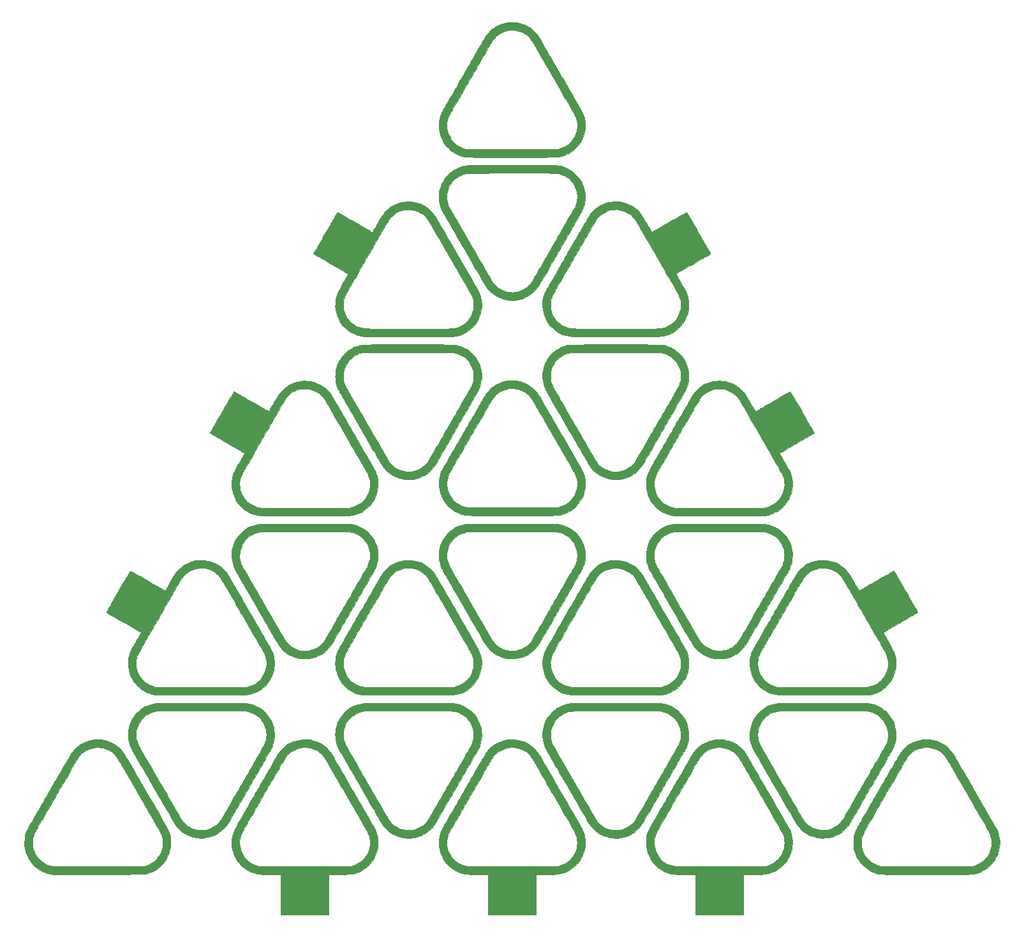
<source format=gbr>
%TF.GenerationSoftware,KiCad,Pcbnew,(6.0.0)*%
%TF.CreationDate,2022-01-31T15:47:41-08:00*%
%TF.ProjectId,PCB-top,5043422d-746f-4702-9e6b-696361645f70,rev?*%
%TF.SameCoordinates,Original*%
%TF.FileFunction,Soldermask,Top*%
%TF.FilePolarity,Negative*%
%FSLAX46Y46*%
G04 Gerber Fmt 4.6, Leading zero omitted, Abs format (unit mm)*
G04 Created by KiCad (PCBNEW (6.0.0)) date 2022-01-31 15:47:41*
%MOMM*%
%LPD*%
G01*
G04 APERTURE LIST*
%ADD10C,0.010000*%
G04 APERTURE END LIST*
D10*
%TO.C,Ref\u002A\u002A*%
X91315583Y-122659914D02*
X91726068Y-122719851D01*
X91726068Y-122719851D02*
X92124757Y-122818338D01*
X92124757Y-122818338D02*
X92509158Y-122954064D01*
X92509158Y-122954064D02*
X92876778Y-123125716D01*
X92876778Y-123125716D02*
X93225127Y-123331983D01*
X93225127Y-123331983D02*
X93551714Y-123571550D01*
X93551714Y-123571550D02*
X93854046Y-123843108D01*
X93854046Y-123843108D02*
X94129633Y-124145342D01*
X94129633Y-124145342D02*
X94371729Y-124470583D01*
X94371729Y-124470583D02*
X94394254Y-124506728D01*
X94394254Y-124506728D02*
X94436817Y-124577677D01*
X94436817Y-124577677D02*
X94498329Y-124681548D01*
X94498329Y-124681548D02*
X94577704Y-124816461D01*
X94577704Y-124816461D02*
X94673852Y-124980532D01*
X94673852Y-124980532D02*
X94785686Y-125171882D01*
X94785686Y-125171882D02*
X94912119Y-125388628D01*
X94912119Y-125388628D02*
X95052061Y-125628888D01*
X95052061Y-125628888D02*
X95204426Y-125890782D01*
X95204426Y-125890782D02*
X95368126Y-126172427D01*
X95368126Y-126172427D02*
X95542071Y-126471943D01*
X95542071Y-126471943D02*
X95725176Y-126787447D01*
X95725176Y-126787447D02*
X95916351Y-127117059D01*
X95916351Y-127117059D02*
X96114509Y-127458896D01*
X96114509Y-127458896D02*
X96318562Y-127811076D01*
X96318562Y-127811076D02*
X96527422Y-128171720D01*
X96527422Y-128171720D02*
X96740001Y-128538945D01*
X96740001Y-128538945D02*
X96955211Y-128910868D01*
X96955211Y-128910868D02*
X97171964Y-129285610D01*
X97171964Y-129285610D02*
X97389173Y-129661289D01*
X97389173Y-129661289D02*
X97605749Y-130036022D01*
X97605749Y-130036022D02*
X97820605Y-130407928D01*
X97820605Y-130407928D02*
X98032653Y-130775127D01*
X98032653Y-130775127D02*
X98240804Y-131135736D01*
X98240804Y-131135736D02*
X98443971Y-131487873D01*
X98443971Y-131487873D02*
X98641066Y-131829658D01*
X98641066Y-131829658D02*
X98831001Y-132159208D01*
X98831001Y-132159208D02*
X99012689Y-132474643D01*
X99012689Y-132474643D02*
X99185040Y-132774080D01*
X99185040Y-132774080D02*
X99346968Y-133055638D01*
X99346968Y-133055638D02*
X99497384Y-133317436D01*
X99497384Y-133317436D02*
X99635201Y-133557592D01*
X99635201Y-133557592D02*
X99759330Y-133774225D01*
X99759330Y-133774225D02*
X99868685Y-133965452D01*
X99868685Y-133965452D02*
X99962176Y-134129393D01*
X99962176Y-134129393D02*
X100038716Y-134264166D01*
X100038716Y-134264166D02*
X100097216Y-134367890D01*
X100097216Y-134367890D02*
X100136590Y-134438682D01*
X100136590Y-134438682D02*
X100153417Y-134470009D01*
X100153417Y-134470009D02*
X100322782Y-134845266D01*
X100322782Y-134845266D02*
X100452379Y-135231439D01*
X100452379Y-135231439D02*
X100542484Y-135625703D01*
X100542484Y-135625703D02*
X100593369Y-136025231D01*
X100593369Y-136025231D02*
X100605308Y-136427200D01*
X100605308Y-136427200D02*
X100578576Y-136828782D01*
X100578576Y-136828782D02*
X100513447Y-137227154D01*
X100513447Y-137227154D02*
X100410193Y-137619490D01*
X100410193Y-137619490D02*
X100269090Y-138002964D01*
X100269090Y-138002964D02*
X100090412Y-138374751D01*
X100090412Y-138374751D02*
X99874431Y-138732026D01*
X99874431Y-138732026D02*
X99719184Y-138948583D01*
X99719184Y-138948583D02*
X99640003Y-139045077D01*
X99640003Y-139045077D02*
X99537468Y-139159538D01*
X99537468Y-139159538D02*
X99420648Y-139282717D01*
X99420648Y-139282717D02*
X99298614Y-139405361D01*
X99298614Y-139405361D02*
X99180432Y-139518219D01*
X99180432Y-139518219D02*
X99075174Y-139612040D01*
X99075174Y-139612040D02*
X99041308Y-139640085D01*
X99041308Y-139640085D02*
X98711935Y-139881012D01*
X98711935Y-139881012D02*
X98366121Y-140085524D01*
X98366121Y-140085524D02*
X98000944Y-140254922D01*
X98000944Y-140254922D02*
X97613478Y-140390511D01*
X97613478Y-140390511D02*
X97200798Y-140493592D01*
X97200798Y-140493592D02*
X97068191Y-140518989D01*
X97068191Y-140518989D02*
X97045784Y-140522582D01*
X97045784Y-140522582D02*
X97019197Y-140525930D01*
X97019197Y-140525930D02*
X96986925Y-140529041D01*
X96986925Y-140529041D02*
X96947462Y-140531927D01*
X96947462Y-140531927D02*
X96899303Y-140534596D01*
X96899303Y-140534596D02*
X96840941Y-140537058D01*
X96840941Y-140537058D02*
X96770871Y-140539323D01*
X96770871Y-140539323D02*
X96687588Y-140541400D01*
X96687588Y-140541400D02*
X96589586Y-140543299D01*
X96589586Y-140543299D02*
X96475359Y-140545030D01*
X96475359Y-140545030D02*
X96343401Y-140546602D01*
X96343401Y-140546602D02*
X96192207Y-140548025D01*
X96192207Y-140548025D02*
X96020272Y-140549309D01*
X96020272Y-140549309D02*
X95826089Y-140550463D01*
X95826089Y-140550463D02*
X95608154Y-140551497D01*
X95608154Y-140551497D02*
X95364959Y-140552421D01*
X95364959Y-140552421D02*
X95095001Y-140553244D01*
X95095001Y-140553244D02*
X94796772Y-140553976D01*
X94796772Y-140553976D02*
X94468768Y-140554626D01*
X94468768Y-140554626D02*
X94109483Y-140555204D01*
X94109483Y-140555204D02*
X93717410Y-140555720D01*
X93717410Y-140555720D02*
X93291046Y-140556184D01*
X93291046Y-140556184D02*
X92828883Y-140556604D01*
X92828883Y-140556604D02*
X92329416Y-140556991D01*
X92329416Y-140556991D02*
X91791140Y-140557355D01*
X91791140Y-140557355D02*
X91212549Y-140557705D01*
X91212549Y-140557705D02*
X91006083Y-140557822D01*
X91006083Y-140557822D02*
X90509704Y-140558074D01*
X90509704Y-140558074D02*
X90023885Y-140558267D01*
X90023885Y-140558267D02*
X89550362Y-140558403D01*
X89550362Y-140558403D02*
X89090870Y-140558482D01*
X89090870Y-140558482D02*
X88647145Y-140558506D01*
X88647145Y-140558506D02*
X88220923Y-140558477D01*
X88220923Y-140558477D02*
X87813938Y-140558395D01*
X87813938Y-140558395D02*
X87427927Y-140558261D01*
X87427927Y-140558261D02*
X87064625Y-140558078D01*
X87064625Y-140558078D02*
X86725769Y-140557846D01*
X86725769Y-140557846D02*
X86413092Y-140557566D01*
X86413092Y-140557566D02*
X86128332Y-140557239D01*
X86128332Y-140557239D02*
X85873224Y-140556868D01*
X85873224Y-140556868D02*
X85649503Y-140556453D01*
X85649503Y-140556453D02*
X85458904Y-140555995D01*
X85458904Y-140555995D02*
X85303164Y-140555495D01*
X85303164Y-140555495D02*
X85184019Y-140554956D01*
X85184019Y-140554956D02*
X85103203Y-140554378D01*
X85103203Y-140554378D02*
X85062452Y-140553762D01*
X85062452Y-140553762D02*
X85058250Y-140553565D01*
X85058250Y-140553565D02*
X84634480Y-140495328D01*
X84634480Y-140495328D02*
X84225236Y-140398180D01*
X84225236Y-140398180D02*
X83832464Y-140263283D01*
X83832464Y-140263283D02*
X83458110Y-140091798D01*
X83458110Y-140091798D02*
X83104122Y-139884887D01*
X83104122Y-139884887D02*
X82772445Y-139643711D01*
X82772445Y-139643711D02*
X82465028Y-139369430D01*
X82465028Y-139369430D02*
X82183816Y-139063207D01*
X82183816Y-139063207D02*
X81930756Y-138726202D01*
X81930756Y-138726202D02*
X81888737Y-138662964D01*
X81888737Y-138662964D02*
X81677289Y-138301022D01*
X81677289Y-138301022D02*
X81504288Y-137924513D01*
X81504288Y-137924513D02*
X81369944Y-137536335D01*
X81369944Y-137536335D02*
X81274466Y-137139384D01*
X81274466Y-137139384D02*
X81218063Y-136736556D01*
X81218063Y-136736556D02*
X81202140Y-136359122D01*
X81202140Y-136359122D02*
X82243013Y-136359122D01*
X82243013Y-136359122D02*
X82248923Y-136573785D01*
X82248923Y-136573785D02*
X82265947Y-136775355D01*
X82265947Y-136775355D02*
X82293637Y-136948333D01*
X82293637Y-136948333D02*
X82384285Y-137298395D01*
X82384285Y-137298395D02*
X82502423Y-137619384D01*
X82502423Y-137619384D02*
X82650951Y-137916686D01*
X82650951Y-137916686D02*
X82832768Y-138195687D01*
X82832768Y-138195687D02*
X83050776Y-138461773D01*
X83050776Y-138461773D02*
X83183333Y-138600752D01*
X83183333Y-138600752D02*
X83427419Y-138825279D01*
X83427419Y-138825279D02*
X83675363Y-139012986D01*
X83675363Y-139012986D02*
X83935468Y-139169154D01*
X83935468Y-139169154D02*
X84216035Y-139299062D01*
X84216035Y-139299062D02*
X84375352Y-139358890D01*
X84375352Y-139358890D02*
X84490510Y-139394304D01*
X84490510Y-139394304D02*
X84632586Y-139430846D01*
X84632586Y-139430846D02*
X84786400Y-139465171D01*
X84786400Y-139465171D02*
X84936774Y-139493938D01*
X84936774Y-139493938D02*
X85068528Y-139513805D01*
X85068528Y-139513805D02*
X85090000Y-139516275D01*
X85090000Y-139516275D02*
X85117224Y-139516943D01*
X85117224Y-139516943D02*
X85185046Y-139517577D01*
X85185046Y-139517577D02*
X85291728Y-139518175D01*
X85291728Y-139518175D02*
X85435534Y-139518737D01*
X85435534Y-139518737D02*
X85614729Y-139519260D01*
X85614729Y-139519260D02*
X85827575Y-139519742D01*
X85827575Y-139519742D02*
X86072336Y-139520184D01*
X86072336Y-139520184D02*
X86347277Y-139520581D01*
X86347277Y-139520581D02*
X86650660Y-139520935D01*
X86650660Y-139520935D02*
X86980749Y-139521241D01*
X86980749Y-139521241D02*
X87335808Y-139521500D01*
X87335808Y-139521500D02*
X87714101Y-139521709D01*
X87714101Y-139521709D02*
X88113891Y-139521868D01*
X88113891Y-139521868D02*
X88533442Y-139521973D01*
X88533442Y-139521973D02*
X88971017Y-139522025D01*
X88971017Y-139522025D02*
X89424881Y-139522020D01*
X89424881Y-139522020D02*
X89893297Y-139521958D01*
X89893297Y-139521958D02*
X90374528Y-139521838D01*
X90374528Y-139521838D02*
X90866839Y-139521657D01*
X90866839Y-139521657D02*
X90995500Y-139521600D01*
X90995500Y-139521600D02*
X96826916Y-139518940D01*
X96826916Y-139518940D02*
X97030449Y-139472032D01*
X97030449Y-139472032D02*
X97401320Y-139367439D01*
X97401320Y-139367439D02*
X97744722Y-139230802D01*
X97744722Y-139230802D02*
X98061233Y-139061787D01*
X98061233Y-139061787D02*
X98351431Y-138860062D01*
X98351431Y-138860062D02*
X98615893Y-138625291D01*
X98615893Y-138625291D02*
X98758130Y-138473379D01*
X98758130Y-138473379D02*
X98991613Y-138176843D01*
X98991613Y-138176843D02*
X99185444Y-137865791D01*
X99185444Y-137865791D02*
X99339477Y-137540584D01*
X99339477Y-137540584D02*
X99453568Y-137201583D01*
X99453568Y-137201583D02*
X99527570Y-136849150D01*
X99527570Y-136849150D02*
X99561338Y-136483644D01*
X99561338Y-136483644D02*
X99561373Y-136482666D01*
X99561373Y-136482666D02*
X99559344Y-136150831D01*
X99559344Y-136150831D02*
X99526995Y-135840871D01*
X99526995Y-135840871D02*
X99462587Y-135543431D01*
X99462587Y-135543431D02*
X99364381Y-135249156D01*
X99364381Y-135249156D02*
X99305898Y-135108928D01*
X99305898Y-135108928D02*
X99288266Y-135074649D01*
X99288266Y-135074649D02*
X99250484Y-135005601D01*
X99250484Y-135005601D02*
X99193626Y-134903645D01*
X99193626Y-134903645D02*
X99118763Y-134770643D01*
X99118763Y-134770643D02*
X99026968Y-134608454D01*
X99026968Y-134608454D02*
X98919314Y-134418942D01*
X98919314Y-134418942D02*
X98796874Y-134203965D01*
X98796874Y-134203965D02*
X98660720Y-133965386D01*
X98660720Y-133965386D02*
X98511924Y-133705065D01*
X98511924Y-133705065D02*
X98351560Y-133424864D01*
X98351560Y-133424864D02*
X98180699Y-133126642D01*
X98180699Y-133126642D02*
X98000414Y-132812263D01*
X98000414Y-132812263D02*
X97811778Y-132483586D01*
X97811778Y-132483586D02*
X97615864Y-132142472D01*
X97615864Y-132142472D02*
X97413743Y-131790783D01*
X97413743Y-131790783D02*
X97206489Y-131430379D01*
X97206489Y-131430379D02*
X96995174Y-131063122D01*
X96995174Y-131063122D02*
X96780871Y-130690873D01*
X96780871Y-130690873D02*
X96564652Y-130315492D01*
X96564652Y-130315492D02*
X96347589Y-129938840D01*
X96347589Y-129938840D02*
X96130756Y-129562779D01*
X96130756Y-129562779D02*
X95915225Y-129189170D01*
X95915225Y-129189170D02*
X95702068Y-128819874D01*
X95702068Y-128819874D02*
X95492358Y-128456751D01*
X95492358Y-128456751D02*
X95287167Y-128101663D01*
X95287167Y-128101663D02*
X95087569Y-127756470D01*
X95087569Y-127756470D02*
X94894635Y-127423034D01*
X94894635Y-127423034D02*
X94709439Y-127103216D01*
X94709439Y-127103216D02*
X94533052Y-126798877D01*
X94533052Y-126798877D02*
X94366548Y-126511878D01*
X94366548Y-126511878D02*
X94210998Y-126244079D01*
X94210998Y-126244079D02*
X94067476Y-125997342D01*
X94067476Y-125997342D02*
X93937054Y-125773528D01*
X93937054Y-125773528D02*
X93820805Y-125574498D01*
X93820805Y-125574498D02*
X93719801Y-125402113D01*
X93719801Y-125402113D02*
X93635114Y-125258234D01*
X93635114Y-125258234D02*
X93567818Y-125144721D01*
X93567818Y-125144721D02*
X93518985Y-125063437D01*
X93518985Y-125063437D02*
X93489687Y-125016241D01*
X93489687Y-125016241D02*
X93485776Y-125010333D01*
X93485776Y-125010333D02*
X93404661Y-124903100D01*
X93404661Y-124903100D02*
X93297982Y-124779726D01*
X93297982Y-124779726D02*
X93174290Y-124648663D01*
X93174290Y-124648663D02*
X93042139Y-124518363D01*
X93042139Y-124518363D02*
X92910080Y-124397277D01*
X92910080Y-124397277D02*
X92786665Y-124293858D01*
X92786665Y-124293858D02*
X92686655Y-124220616D01*
X92686655Y-124220616D02*
X92361998Y-124030154D01*
X92361998Y-124030154D02*
X92027390Y-123880813D01*
X92027390Y-123880813D02*
X91682957Y-123772627D01*
X91682957Y-123772627D02*
X91328825Y-123705633D01*
X91328825Y-123705633D02*
X90965120Y-123679866D01*
X90965120Y-123679866D02*
X90775223Y-123682643D01*
X90775223Y-123682643D02*
X90407365Y-123717966D01*
X90407365Y-123717966D02*
X90055571Y-123792154D01*
X90055571Y-123792154D02*
X89717598Y-123905936D01*
X89717598Y-123905936D02*
X89391206Y-124060045D01*
X89391206Y-124060045D02*
X89124527Y-124221075D01*
X89124527Y-124221075D02*
X88976407Y-124330361D01*
X88976407Y-124330361D02*
X88817834Y-124465746D01*
X88817834Y-124465746D02*
X88659603Y-124616714D01*
X88659603Y-124616714D02*
X88512514Y-124772751D01*
X88512514Y-124772751D02*
X88387363Y-124923343D01*
X88387363Y-124923343D02*
X88346604Y-124978649D01*
X88346604Y-124978649D02*
X88325020Y-125012579D01*
X88325020Y-125012579D02*
X88283420Y-125081346D01*
X88283420Y-125081346D02*
X88222882Y-125183080D01*
X88222882Y-125183080D02*
X88144485Y-125315915D01*
X88144485Y-125315915D02*
X88049307Y-125477983D01*
X88049307Y-125477983D02*
X87938427Y-125667417D01*
X87938427Y-125667417D02*
X87812924Y-125882349D01*
X87812924Y-125882349D02*
X87673877Y-126120912D01*
X87673877Y-126120912D02*
X87522363Y-126381238D01*
X87522363Y-126381238D02*
X87359462Y-126661460D01*
X87359462Y-126661460D02*
X87186252Y-126959710D01*
X87186252Y-126959710D02*
X87003811Y-127274121D01*
X87003811Y-127274121D02*
X86813219Y-127602826D01*
X86813219Y-127602826D02*
X86615554Y-127943956D01*
X86615554Y-127943956D02*
X86411895Y-128295645D01*
X86411895Y-128295645D02*
X86203319Y-128656025D01*
X86203319Y-128656025D02*
X85990907Y-129023229D01*
X85990907Y-129023229D02*
X85775735Y-129395388D01*
X85775735Y-129395388D02*
X85558884Y-129770636D01*
X85558884Y-129770636D02*
X85341431Y-130147105D01*
X85341431Y-130147105D02*
X85124456Y-130522928D01*
X85124456Y-130522928D02*
X84909036Y-130896237D01*
X84909036Y-130896237D02*
X84696251Y-131265165D01*
X84696251Y-131265165D02*
X84487179Y-131627844D01*
X84487179Y-131627844D02*
X84282898Y-131982407D01*
X84282898Y-131982407D02*
X84084488Y-132326986D01*
X84084488Y-132326986D02*
X83893026Y-132659714D01*
X83893026Y-132659714D02*
X83709592Y-132978723D01*
X83709592Y-132978723D02*
X83535264Y-133282146D01*
X83535264Y-133282146D02*
X83371120Y-133568116D01*
X83371120Y-133568116D02*
X83218240Y-133834764D01*
X83218240Y-133834764D02*
X83077702Y-134080224D01*
X83077702Y-134080224D02*
X82950584Y-134302628D01*
X82950584Y-134302628D02*
X82837965Y-134500109D01*
X82837965Y-134500109D02*
X82740924Y-134670798D01*
X82740924Y-134670798D02*
X82660539Y-134812829D01*
X82660539Y-134812829D02*
X82597889Y-134924334D01*
X82597889Y-134924334D02*
X82554053Y-135003446D01*
X82554053Y-135003446D02*
X82530109Y-135048297D01*
X82530109Y-135048297D02*
X82527367Y-135053916D01*
X82527367Y-135053916D02*
X82409229Y-135346540D01*
X82409229Y-135346540D02*
X82317106Y-135661945D01*
X82317106Y-135661945D02*
X82292139Y-135771380D01*
X82292139Y-135771380D02*
X82264604Y-135944439D01*
X82264604Y-135944439D02*
X82248234Y-136144847D01*
X82248234Y-136144847D02*
X82243013Y-136359122D01*
X82243013Y-136359122D02*
X81202140Y-136359122D01*
X81202140Y-136359122D02*
X81200943Y-136330749D01*
X81200943Y-136330749D02*
X81223315Y-135924859D01*
X81223315Y-135924859D02*
X81285389Y-135521783D01*
X81285389Y-135521783D02*
X81387372Y-135124418D01*
X81387372Y-135124418D02*
X81529474Y-134735661D01*
X81529474Y-134735661D02*
X81595027Y-134588679D01*
X81595027Y-134588679D02*
X81612477Y-134555708D01*
X81612477Y-134555708D02*
X81650070Y-134487958D01*
X81650070Y-134487958D02*
X81706734Y-134387287D01*
X81706734Y-134387287D02*
X81781398Y-134255551D01*
X81781398Y-134255551D02*
X81872991Y-134094607D01*
X81872991Y-134094607D02*
X81980443Y-133906311D01*
X81980443Y-133906311D02*
X82102682Y-133692520D01*
X82102682Y-133692520D02*
X82238638Y-133455091D01*
X82238638Y-133455091D02*
X82387239Y-133195881D01*
X82387239Y-133195881D02*
X82547414Y-132916745D01*
X82547414Y-132916745D02*
X82718093Y-132619541D01*
X82718093Y-132619541D02*
X82898205Y-132306126D01*
X82898205Y-132306126D02*
X83086679Y-131978356D01*
X83086679Y-131978356D02*
X83282443Y-131638087D01*
X83282443Y-131638087D02*
X83484427Y-131287177D01*
X83484427Y-131287177D02*
X83691560Y-130927481D01*
X83691560Y-130927481D02*
X83902771Y-130560858D01*
X83902771Y-130560858D02*
X84116989Y-130189163D01*
X84116989Y-130189163D02*
X84333144Y-129814253D01*
X84333144Y-129814253D02*
X84550163Y-129437984D01*
X84550163Y-129437984D02*
X84766976Y-129062214D01*
X84766976Y-129062214D02*
X84982513Y-128688799D01*
X84982513Y-128688799D02*
X85195702Y-128319596D01*
X85195702Y-128319596D02*
X85405472Y-127956461D01*
X85405472Y-127956461D02*
X85610752Y-127601251D01*
X85610752Y-127601251D02*
X85810472Y-127255823D01*
X85810472Y-127255823D02*
X86003561Y-126922033D01*
X86003561Y-126922033D02*
X86188947Y-126601738D01*
X86188947Y-126601738D02*
X86365560Y-126296795D01*
X86365560Y-126296795D02*
X86532328Y-126009060D01*
X86532328Y-126009060D02*
X86688181Y-125740390D01*
X86688181Y-125740390D02*
X86832048Y-125492642D01*
X86832048Y-125492642D02*
X86962858Y-125267673D01*
X86962858Y-125267673D02*
X87079539Y-125067338D01*
X87079539Y-125067338D02*
X87181022Y-124893495D01*
X87181022Y-124893495D02*
X87266234Y-124748000D01*
X87266234Y-124748000D02*
X87334106Y-124632710D01*
X87334106Y-124632710D02*
X87383566Y-124549482D01*
X87383566Y-124549482D02*
X87413543Y-124500173D01*
X87413543Y-124500173D02*
X87419900Y-124490270D01*
X87419900Y-124490270D02*
X87670385Y-124154083D01*
X87670385Y-124154083D02*
X87949404Y-123848072D01*
X87949404Y-123848072D02*
X88254552Y-123573516D01*
X88254552Y-123573516D02*
X88583426Y-123331696D01*
X88583426Y-123331696D02*
X88933620Y-123123890D01*
X88933620Y-123123890D02*
X89302730Y-122951380D01*
X89302730Y-122951380D02*
X89688352Y-122815445D01*
X89688352Y-122815445D02*
X90088082Y-122717365D01*
X90088082Y-122717365D02*
X90499515Y-122658421D01*
X90499515Y-122658421D02*
X90895792Y-122639840D01*
X90895792Y-122639840D02*
X91315583Y-122659914D01*
X91315583Y-122659914D02*
X91315583Y-122659914D01*
G36*
X81223315Y-135924859D02*
G01*
X81285389Y-135521783D01*
X81387372Y-135124418D01*
X81529474Y-134735661D01*
X81595027Y-134588679D01*
X81612477Y-134555708D01*
X81650070Y-134487958D01*
X81706734Y-134387287D01*
X81781398Y-134255551D01*
X81872991Y-134094607D01*
X81980443Y-133906311D01*
X82102682Y-133692520D01*
X82238638Y-133455091D01*
X82387239Y-133195881D01*
X82547414Y-132916745D01*
X82718093Y-132619541D01*
X82898205Y-132306126D01*
X83086679Y-131978356D01*
X83282443Y-131638087D01*
X83484427Y-131287177D01*
X83691560Y-130927481D01*
X83902771Y-130560858D01*
X84116989Y-130189163D01*
X84333144Y-129814253D01*
X84550163Y-129437984D01*
X84766976Y-129062214D01*
X84982513Y-128688799D01*
X85195702Y-128319596D01*
X85405472Y-127956461D01*
X85610752Y-127601251D01*
X85810472Y-127255823D01*
X86003561Y-126922033D01*
X86188947Y-126601738D01*
X86365560Y-126296795D01*
X86532328Y-126009060D01*
X86688181Y-125740390D01*
X86832048Y-125492642D01*
X86962858Y-125267673D01*
X87079539Y-125067338D01*
X87181022Y-124893495D01*
X87266234Y-124748000D01*
X87334106Y-124632710D01*
X87383566Y-124549482D01*
X87413543Y-124500173D01*
X87419900Y-124490270D01*
X87670385Y-124154083D01*
X87949404Y-123848072D01*
X88254552Y-123573516D01*
X88583426Y-123331696D01*
X88933620Y-123123890D01*
X89302730Y-122951380D01*
X89688352Y-122815445D01*
X90088082Y-122717365D01*
X90499515Y-122658421D01*
X90895792Y-122639840D01*
X91315583Y-122659914D01*
X91726068Y-122719851D01*
X92124757Y-122818338D01*
X92509158Y-122954064D01*
X92876778Y-123125716D01*
X93225127Y-123331983D01*
X93551714Y-123571550D01*
X93854046Y-123843108D01*
X94129633Y-124145342D01*
X94371729Y-124470583D01*
X94394254Y-124506728D01*
X94436817Y-124577677D01*
X94498329Y-124681548D01*
X94577704Y-124816461D01*
X94673852Y-124980532D01*
X94785686Y-125171882D01*
X94912119Y-125388628D01*
X95052061Y-125628888D01*
X95204426Y-125890782D01*
X95368126Y-126172427D01*
X95542071Y-126471943D01*
X95725176Y-126787447D01*
X95916351Y-127117059D01*
X96114509Y-127458896D01*
X96318562Y-127811076D01*
X96527422Y-128171720D01*
X96740001Y-128538945D01*
X96955211Y-128910868D01*
X97171964Y-129285610D01*
X97389173Y-129661289D01*
X97605749Y-130036022D01*
X97820605Y-130407928D01*
X98032653Y-130775127D01*
X98240804Y-131135736D01*
X98443971Y-131487873D01*
X98641066Y-131829658D01*
X98831001Y-132159208D01*
X99012689Y-132474643D01*
X99185040Y-132774080D01*
X99346968Y-133055638D01*
X99497384Y-133317436D01*
X99635201Y-133557592D01*
X99759330Y-133774225D01*
X99868685Y-133965452D01*
X99962176Y-134129393D01*
X100038716Y-134264166D01*
X100097216Y-134367890D01*
X100136590Y-134438682D01*
X100153417Y-134470009D01*
X100322782Y-134845266D01*
X100452379Y-135231439D01*
X100542484Y-135625703D01*
X100593369Y-136025231D01*
X100605308Y-136427200D01*
X100578576Y-136828782D01*
X100513447Y-137227154D01*
X100410193Y-137619490D01*
X100269090Y-138002964D01*
X100090412Y-138374751D01*
X99874431Y-138732026D01*
X99719184Y-138948583D01*
X99640003Y-139045077D01*
X99537468Y-139159538D01*
X99420648Y-139282717D01*
X99298614Y-139405361D01*
X99180432Y-139518219D01*
X99075174Y-139612040D01*
X99041308Y-139640085D01*
X98711935Y-139881012D01*
X98366121Y-140085524D01*
X98000944Y-140254922D01*
X97613478Y-140390511D01*
X97200798Y-140493592D01*
X97068191Y-140518989D01*
X97045784Y-140522582D01*
X97019197Y-140525930D01*
X96986925Y-140529041D01*
X96947462Y-140531927D01*
X96899303Y-140534596D01*
X96840941Y-140537058D01*
X96770871Y-140539323D01*
X96687588Y-140541400D01*
X96589586Y-140543299D01*
X96475359Y-140545030D01*
X96343401Y-140546602D01*
X96192207Y-140548025D01*
X96020272Y-140549309D01*
X95826089Y-140550463D01*
X95608154Y-140551497D01*
X95364959Y-140552421D01*
X95095001Y-140553244D01*
X94796772Y-140553976D01*
X94468768Y-140554626D01*
X94109483Y-140555204D01*
X93717410Y-140555720D01*
X93291046Y-140556184D01*
X92828883Y-140556604D01*
X92329416Y-140556991D01*
X91791140Y-140557355D01*
X91212549Y-140557705D01*
X91006083Y-140557822D01*
X90509704Y-140558074D01*
X90023885Y-140558267D01*
X89550362Y-140558403D01*
X89090870Y-140558482D01*
X88647145Y-140558506D01*
X88220923Y-140558477D01*
X87813938Y-140558395D01*
X87427927Y-140558261D01*
X87064625Y-140558078D01*
X86725769Y-140557846D01*
X86413092Y-140557566D01*
X86128332Y-140557239D01*
X85873224Y-140556868D01*
X85649503Y-140556453D01*
X85458904Y-140555995D01*
X85303164Y-140555495D01*
X85184019Y-140554956D01*
X85103203Y-140554378D01*
X85062452Y-140553762D01*
X85058250Y-140553565D01*
X84634480Y-140495328D01*
X84225236Y-140398180D01*
X83832464Y-140263283D01*
X83458110Y-140091798D01*
X83104122Y-139884887D01*
X82772445Y-139643711D01*
X82465028Y-139369430D01*
X82183816Y-139063207D01*
X81930756Y-138726202D01*
X81888737Y-138662964D01*
X81677289Y-138301022D01*
X81504288Y-137924513D01*
X81369944Y-137536335D01*
X81274466Y-137139384D01*
X81218063Y-136736556D01*
X81202140Y-136359122D01*
X82243013Y-136359122D01*
X82248923Y-136573785D01*
X82265947Y-136775355D01*
X82293637Y-136948333D01*
X82384285Y-137298395D01*
X82502423Y-137619384D01*
X82650951Y-137916686D01*
X82832768Y-138195687D01*
X83050776Y-138461773D01*
X83183333Y-138600752D01*
X83427419Y-138825279D01*
X83675363Y-139012986D01*
X83935468Y-139169154D01*
X84216035Y-139299062D01*
X84375352Y-139358890D01*
X84490510Y-139394304D01*
X84632586Y-139430846D01*
X84786400Y-139465171D01*
X84936774Y-139493938D01*
X85068528Y-139513805D01*
X85090000Y-139516275D01*
X85117224Y-139516943D01*
X85185046Y-139517577D01*
X85291728Y-139518175D01*
X85435534Y-139518737D01*
X85614729Y-139519260D01*
X85827575Y-139519742D01*
X86072336Y-139520184D01*
X86347277Y-139520581D01*
X86650660Y-139520935D01*
X86980749Y-139521241D01*
X87335808Y-139521500D01*
X87714101Y-139521709D01*
X88113891Y-139521868D01*
X88533442Y-139521973D01*
X88971017Y-139522025D01*
X89424881Y-139522020D01*
X89893297Y-139521958D01*
X90374528Y-139521838D01*
X90866839Y-139521657D01*
X90995500Y-139521600D01*
X96826916Y-139518940D01*
X97030449Y-139472032D01*
X97401320Y-139367439D01*
X97744722Y-139230802D01*
X98061233Y-139061787D01*
X98351431Y-138860062D01*
X98615893Y-138625291D01*
X98758130Y-138473379D01*
X98991613Y-138176843D01*
X99185444Y-137865791D01*
X99339477Y-137540584D01*
X99453568Y-137201583D01*
X99527570Y-136849150D01*
X99561338Y-136483644D01*
X99561373Y-136482666D01*
X99559344Y-136150831D01*
X99526995Y-135840871D01*
X99462587Y-135543431D01*
X99364381Y-135249156D01*
X99305898Y-135108928D01*
X99288266Y-135074649D01*
X99250484Y-135005601D01*
X99193626Y-134903645D01*
X99118763Y-134770643D01*
X99026968Y-134608454D01*
X98919314Y-134418942D01*
X98796874Y-134203965D01*
X98660720Y-133965386D01*
X98511924Y-133705065D01*
X98351560Y-133424864D01*
X98180699Y-133126642D01*
X98000414Y-132812263D01*
X97811778Y-132483586D01*
X97615864Y-132142472D01*
X97413743Y-131790783D01*
X97206489Y-131430379D01*
X96995174Y-131063122D01*
X96780871Y-130690873D01*
X96564652Y-130315492D01*
X96347589Y-129938840D01*
X96130756Y-129562779D01*
X95915225Y-129189170D01*
X95702068Y-128819874D01*
X95492358Y-128456751D01*
X95287167Y-128101663D01*
X95087569Y-127756470D01*
X94894635Y-127423034D01*
X94709439Y-127103216D01*
X94533052Y-126798877D01*
X94366548Y-126511878D01*
X94210998Y-126244079D01*
X94067476Y-125997342D01*
X93937054Y-125773528D01*
X93820805Y-125574498D01*
X93719801Y-125402113D01*
X93635114Y-125258234D01*
X93567818Y-125144721D01*
X93518985Y-125063437D01*
X93489687Y-125016241D01*
X93485776Y-125010333D01*
X93404661Y-124903100D01*
X93297982Y-124779726D01*
X93174290Y-124648663D01*
X93042139Y-124518363D01*
X92910080Y-124397277D01*
X92786665Y-124293858D01*
X92686655Y-124220616D01*
X92361998Y-124030154D01*
X92027390Y-123880813D01*
X91682957Y-123772627D01*
X91328825Y-123705633D01*
X90965120Y-123679866D01*
X90775223Y-123682643D01*
X90407365Y-123717966D01*
X90055571Y-123792154D01*
X89717598Y-123905936D01*
X89391206Y-124060045D01*
X89124527Y-124221075D01*
X88976407Y-124330361D01*
X88817834Y-124465746D01*
X88659603Y-124616714D01*
X88512514Y-124772751D01*
X88387363Y-124923343D01*
X88346604Y-124978649D01*
X88325020Y-125012579D01*
X88283420Y-125081346D01*
X88222882Y-125183080D01*
X88144485Y-125315915D01*
X88049307Y-125477983D01*
X87938427Y-125667417D01*
X87812924Y-125882349D01*
X87673877Y-126120912D01*
X87522363Y-126381238D01*
X87359462Y-126661460D01*
X87186252Y-126959710D01*
X87003811Y-127274121D01*
X86813219Y-127602826D01*
X86615554Y-127943956D01*
X86411895Y-128295645D01*
X86203319Y-128656025D01*
X85990907Y-129023229D01*
X85775735Y-129395388D01*
X85558884Y-129770636D01*
X85341431Y-130147105D01*
X85124456Y-130522928D01*
X84909036Y-130896237D01*
X84696251Y-131265165D01*
X84487179Y-131627844D01*
X84282898Y-131982407D01*
X84084488Y-132326986D01*
X83893026Y-132659714D01*
X83709592Y-132978723D01*
X83535264Y-133282146D01*
X83371120Y-133568116D01*
X83218240Y-133834764D01*
X83077702Y-134080224D01*
X82950584Y-134302628D01*
X82837965Y-134500109D01*
X82740924Y-134670798D01*
X82660539Y-134812829D01*
X82597889Y-134924334D01*
X82554053Y-135003446D01*
X82530109Y-135048297D01*
X82527367Y-135053916D01*
X82409229Y-135346540D01*
X82317106Y-135661945D01*
X82292139Y-135771380D01*
X82264604Y-135944439D01*
X82248234Y-136144847D01*
X82243013Y-136359122D01*
X81202140Y-136359122D01*
X81200943Y-136330749D01*
X81223315Y-135924859D01*
G37*
X81223315Y-135924859D02*
X81285389Y-135521783D01*
X81387372Y-135124418D01*
X81529474Y-134735661D01*
X81595027Y-134588679D01*
X81612477Y-134555708D01*
X81650070Y-134487958D01*
X81706734Y-134387287D01*
X81781398Y-134255551D01*
X81872991Y-134094607D01*
X81980443Y-133906311D01*
X82102682Y-133692520D01*
X82238638Y-133455091D01*
X82387239Y-133195881D01*
X82547414Y-132916745D01*
X82718093Y-132619541D01*
X82898205Y-132306126D01*
X83086679Y-131978356D01*
X83282443Y-131638087D01*
X83484427Y-131287177D01*
X83691560Y-130927481D01*
X83902771Y-130560858D01*
X84116989Y-130189163D01*
X84333144Y-129814253D01*
X84550163Y-129437984D01*
X84766976Y-129062214D01*
X84982513Y-128688799D01*
X85195702Y-128319596D01*
X85405472Y-127956461D01*
X85610752Y-127601251D01*
X85810472Y-127255823D01*
X86003561Y-126922033D01*
X86188947Y-126601738D01*
X86365560Y-126296795D01*
X86532328Y-126009060D01*
X86688181Y-125740390D01*
X86832048Y-125492642D01*
X86962858Y-125267673D01*
X87079539Y-125067338D01*
X87181022Y-124893495D01*
X87266234Y-124748000D01*
X87334106Y-124632710D01*
X87383566Y-124549482D01*
X87413543Y-124500173D01*
X87419900Y-124490270D01*
X87670385Y-124154083D01*
X87949404Y-123848072D01*
X88254552Y-123573516D01*
X88583426Y-123331696D01*
X88933620Y-123123890D01*
X89302730Y-122951380D01*
X89688352Y-122815445D01*
X90088082Y-122717365D01*
X90499515Y-122658421D01*
X90895792Y-122639840D01*
X91315583Y-122659914D01*
X91726068Y-122719851D01*
X92124757Y-122818338D01*
X92509158Y-122954064D01*
X92876778Y-123125716D01*
X93225127Y-123331983D01*
X93551714Y-123571550D01*
X93854046Y-123843108D01*
X94129633Y-124145342D01*
X94371729Y-124470583D01*
X94394254Y-124506728D01*
X94436817Y-124577677D01*
X94498329Y-124681548D01*
X94577704Y-124816461D01*
X94673852Y-124980532D01*
X94785686Y-125171882D01*
X94912119Y-125388628D01*
X95052061Y-125628888D01*
X95204426Y-125890782D01*
X95368126Y-126172427D01*
X95542071Y-126471943D01*
X95725176Y-126787447D01*
X95916351Y-127117059D01*
X96114509Y-127458896D01*
X96318562Y-127811076D01*
X96527422Y-128171720D01*
X96740001Y-128538945D01*
X96955211Y-128910868D01*
X97171964Y-129285610D01*
X97389173Y-129661289D01*
X97605749Y-130036022D01*
X97820605Y-130407928D01*
X98032653Y-130775127D01*
X98240804Y-131135736D01*
X98443971Y-131487873D01*
X98641066Y-131829658D01*
X98831001Y-132159208D01*
X99012689Y-132474643D01*
X99185040Y-132774080D01*
X99346968Y-133055638D01*
X99497384Y-133317436D01*
X99635201Y-133557592D01*
X99759330Y-133774225D01*
X99868685Y-133965452D01*
X99962176Y-134129393D01*
X100038716Y-134264166D01*
X100097216Y-134367890D01*
X100136590Y-134438682D01*
X100153417Y-134470009D01*
X100322782Y-134845266D01*
X100452379Y-135231439D01*
X100542484Y-135625703D01*
X100593369Y-136025231D01*
X100605308Y-136427200D01*
X100578576Y-136828782D01*
X100513447Y-137227154D01*
X100410193Y-137619490D01*
X100269090Y-138002964D01*
X100090412Y-138374751D01*
X99874431Y-138732026D01*
X99719184Y-138948583D01*
X99640003Y-139045077D01*
X99537468Y-139159538D01*
X99420648Y-139282717D01*
X99298614Y-139405361D01*
X99180432Y-139518219D01*
X99075174Y-139612040D01*
X99041308Y-139640085D01*
X98711935Y-139881012D01*
X98366121Y-140085524D01*
X98000944Y-140254922D01*
X97613478Y-140390511D01*
X97200798Y-140493592D01*
X97068191Y-140518989D01*
X97045784Y-140522582D01*
X97019197Y-140525930D01*
X96986925Y-140529041D01*
X96947462Y-140531927D01*
X96899303Y-140534596D01*
X96840941Y-140537058D01*
X96770871Y-140539323D01*
X96687588Y-140541400D01*
X96589586Y-140543299D01*
X96475359Y-140545030D01*
X96343401Y-140546602D01*
X96192207Y-140548025D01*
X96020272Y-140549309D01*
X95826089Y-140550463D01*
X95608154Y-140551497D01*
X95364959Y-140552421D01*
X95095001Y-140553244D01*
X94796772Y-140553976D01*
X94468768Y-140554626D01*
X94109483Y-140555204D01*
X93717410Y-140555720D01*
X93291046Y-140556184D01*
X92828883Y-140556604D01*
X92329416Y-140556991D01*
X91791140Y-140557355D01*
X91212549Y-140557705D01*
X91006083Y-140557822D01*
X90509704Y-140558074D01*
X90023885Y-140558267D01*
X89550362Y-140558403D01*
X89090870Y-140558482D01*
X88647145Y-140558506D01*
X88220923Y-140558477D01*
X87813938Y-140558395D01*
X87427927Y-140558261D01*
X87064625Y-140558078D01*
X86725769Y-140557846D01*
X86413092Y-140557566D01*
X86128332Y-140557239D01*
X85873224Y-140556868D01*
X85649503Y-140556453D01*
X85458904Y-140555995D01*
X85303164Y-140555495D01*
X85184019Y-140554956D01*
X85103203Y-140554378D01*
X85062452Y-140553762D01*
X85058250Y-140553565D01*
X84634480Y-140495328D01*
X84225236Y-140398180D01*
X83832464Y-140263283D01*
X83458110Y-140091798D01*
X83104122Y-139884887D01*
X82772445Y-139643711D01*
X82465028Y-139369430D01*
X82183816Y-139063207D01*
X81930756Y-138726202D01*
X81888737Y-138662964D01*
X81677289Y-138301022D01*
X81504288Y-137924513D01*
X81369944Y-137536335D01*
X81274466Y-137139384D01*
X81218063Y-136736556D01*
X81202140Y-136359122D01*
X82243013Y-136359122D01*
X82248923Y-136573785D01*
X82265947Y-136775355D01*
X82293637Y-136948333D01*
X82384285Y-137298395D01*
X82502423Y-137619384D01*
X82650951Y-137916686D01*
X82832768Y-138195687D01*
X83050776Y-138461773D01*
X83183333Y-138600752D01*
X83427419Y-138825279D01*
X83675363Y-139012986D01*
X83935468Y-139169154D01*
X84216035Y-139299062D01*
X84375352Y-139358890D01*
X84490510Y-139394304D01*
X84632586Y-139430846D01*
X84786400Y-139465171D01*
X84936774Y-139493938D01*
X85068528Y-139513805D01*
X85090000Y-139516275D01*
X85117224Y-139516943D01*
X85185046Y-139517577D01*
X85291728Y-139518175D01*
X85435534Y-139518737D01*
X85614729Y-139519260D01*
X85827575Y-139519742D01*
X86072336Y-139520184D01*
X86347277Y-139520581D01*
X86650660Y-139520935D01*
X86980749Y-139521241D01*
X87335808Y-139521500D01*
X87714101Y-139521709D01*
X88113891Y-139521868D01*
X88533442Y-139521973D01*
X88971017Y-139522025D01*
X89424881Y-139522020D01*
X89893297Y-139521958D01*
X90374528Y-139521838D01*
X90866839Y-139521657D01*
X90995500Y-139521600D01*
X96826916Y-139518940D01*
X97030449Y-139472032D01*
X97401320Y-139367439D01*
X97744722Y-139230802D01*
X98061233Y-139061787D01*
X98351431Y-138860062D01*
X98615893Y-138625291D01*
X98758130Y-138473379D01*
X98991613Y-138176843D01*
X99185444Y-137865791D01*
X99339477Y-137540584D01*
X99453568Y-137201583D01*
X99527570Y-136849150D01*
X99561338Y-136483644D01*
X99561373Y-136482666D01*
X99559344Y-136150831D01*
X99526995Y-135840871D01*
X99462587Y-135543431D01*
X99364381Y-135249156D01*
X99305898Y-135108928D01*
X99288266Y-135074649D01*
X99250484Y-135005601D01*
X99193626Y-134903645D01*
X99118763Y-134770643D01*
X99026968Y-134608454D01*
X98919314Y-134418942D01*
X98796874Y-134203965D01*
X98660720Y-133965386D01*
X98511924Y-133705065D01*
X98351560Y-133424864D01*
X98180699Y-133126642D01*
X98000414Y-132812263D01*
X97811778Y-132483586D01*
X97615864Y-132142472D01*
X97413743Y-131790783D01*
X97206489Y-131430379D01*
X96995174Y-131063122D01*
X96780871Y-130690873D01*
X96564652Y-130315492D01*
X96347589Y-129938840D01*
X96130756Y-129562779D01*
X95915225Y-129189170D01*
X95702068Y-128819874D01*
X95492358Y-128456751D01*
X95287167Y-128101663D01*
X95087569Y-127756470D01*
X94894635Y-127423034D01*
X94709439Y-127103216D01*
X94533052Y-126798877D01*
X94366548Y-126511878D01*
X94210998Y-126244079D01*
X94067476Y-125997342D01*
X93937054Y-125773528D01*
X93820805Y-125574498D01*
X93719801Y-125402113D01*
X93635114Y-125258234D01*
X93567818Y-125144721D01*
X93518985Y-125063437D01*
X93489687Y-125016241D01*
X93485776Y-125010333D01*
X93404661Y-124903100D01*
X93297982Y-124779726D01*
X93174290Y-124648663D01*
X93042139Y-124518363D01*
X92910080Y-124397277D01*
X92786665Y-124293858D01*
X92686655Y-124220616D01*
X92361998Y-124030154D01*
X92027390Y-123880813D01*
X91682957Y-123772627D01*
X91328825Y-123705633D01*
X90965120Y-123679866D01*
X90775223Y-123682643D01*
X90407365Y-123717966D01*
X90055571Y-123792154D01*
X89717598Y-123905936D01*
X89391206Y-124060045D01*
X89124527Y-124221075D01*
X88976407Y-124330361D01*
X88817834Y-124465746D01*
X88659603Y-124616714D01*
X88512514Y-124772751D01*
X88387363Y-124923343D01*
X88346604Y-124978649D01*
X88325020Y-125012579D01*
X88283420Y-125081346D01*
X88222882Y-125183080D01*
X88144485Y-125315915D01*
X88049307Y-125477983D01*
X87938427Y-125667417D01*
X87812924Y-125882349D01*
X87673877Y-126120912D01*
X87522363Y-126381238D01*
X87359462Y-126661460D01*
X87186252Y-126959710D01*
X87003811Y-127274121D01*
X86813219Y-127602826D01*
X86615554Y-127943956D01*
X86411895Y-128295645D01*
X86203319Y-128656025D01*
X85990907Y-129023229D01*
X85775735Y-129395388D01*
X85558884Y-129770636D01*
X85341431Y-130147105D01*
X85124456Y-130522928D01*
X84909036Y-130896237D01*
X84696251Y-131265165D01*
X84487179Y-131627844D01*
X84282898Y-131982407D01*
X84084488Y-132326986D01*
X83893026Y-132659714D01*
X83709592Y-132978723D01*
X83535264Y-133282146D01*
X83371120Y-133568116D01*
X83218240Y-133834764D01*
X83077702Y-134080224D01*
X82950584Y-134302628D01*
X82837965Y-134500109D01*
X82740924Y-134670798D01*
X82660539Y-134812829D01*
X82597889Y-134924334D01*
X82554053Y-135003446D01*
X82530109Y-135048297D01*
X82527367Y-135053916D01*
X82409229Y-135346540D01*
X82317106Y-135661945D01*
X82292139Y-135771380D01*
X82264604Y-135944439D01*
X82248234Y-136144847D01*
X82243013Y-136359122D01*
X81202140Y-136359122D01*
X81200943Y-136330749D01*
X81223315Y-135924859D01*
X187566783Y-98847615D02*
X187978106Y-98908132D01*
X187978106Y-98908132D02*
X188377486Y-99007470D01*
X188377486Y-99007470D02*
X188762499Y-99144385D01*
X188762499Y-99144385D02*
X189130720Y-99317632D01*
X189130720Y-99317632D02*
X189479725Y-99525964D01*
X189479725Y-99525964D02*
X189807090Y-99768137D01*
X189807090Y-99768137D02*
X190110392Y-100042905D01*
X190110392Y-100042905D02*
X190387205Y-100349022D01*
X190387205Y-100349022D02*
X190566003Y-100584246D01*
X190566003Y-100584246D02*
X190601796Y-100638312D01*
X190601796Y-100638312D02*
X190656196Y-100725035D01*
X190656196Y-100725035D02*
X190726769Y-100840338D01*
X190726769Y-100840338D02*
X190811076Y-100980146D01*
X190811076Y-100980146D02*
X190906683Y-101140382D01*
X190906683Y-101140382D02*
X191011152Y-101316972D01*
X191011152Y-101316972D02*
X191122048Y-101505838D01*
X191122048Y-101505838D02*
X191236933Y-101702906D01*
X191236933Y-101702906D02*
X191309112Y-101827444D01*
X191309112Y-101827444D02*
X191433032Y-102040850D01*
X191433032Y-102040850D02*
X191547181Y-102235645D01*
X191547181Y-102235645D02*
X191650064Y-102409363D01*
X191650064Y-102409363D02*
X191740182Y-102559538D01*
X191740182Y-102559538D02*
X191816038Y-102683703D01*
X191816038Y-102683703D02*
X191876134Y-102779393D01*
X191876134Y-102779393D02*
X191918972Y-102844140D01*
X191918972Y-102844140D02*
X191943056Y-102875478D01*
X191943056Y-102875478D02*
X191947068Y-102878110D01*
X191947068Y-102878110D02*
X191968710Y-102867404D01*
X191968710Y-102867404D02*
X192024754Y-102836767D01*
X192024754Y-102836767D02*
X192112964Y-102787478D01*
X192112964Y-102787478D02*
X192231104Y-102720812D01*
X192231104Y-102720812D02*
X192376938Y-102638048D01*
X192376938Y-102638048D02*
X192548231Y-102540463D01*
X192548231Y-102540463D02*
X192742745Y-102429334D01*
X192742745Y-102429334D02*
X192958246Y-102305938D01*
X192958246Y-102305938D02*
X193192498Y-102171554D01*
X193192498Y-102171554D02*
X193443263Y-102027458D01*
X193443263Y-102027458D02*
X193708307Y-101874927D01*
X193708307Y-101874927D02*
X193985394Y-101715239D01*
X193985394Y-101715239D02*
X194255760Y-101559215D01*
X194255760Y-101559215D02*
X194541975Y-101394100D01*
X194541975Y-101394100D02*
X194818164Y-101235081D01*
X194818164Y-101235081D02*
X195082101Y-101083423D01*
X195082101Y-101083423D02*
X195331561Y-100940394D01*
X195331561Y-100940394D02*
X195564316Y-100807259D01*
X195564316Y-100807259D02*
X195778140Y-100685284D01*
X195778140Y-100685284D02*
X195970807Y-100575736D01*
X195970807Y-100575736D02*
X196140090Y-100479879D01*
X196140090Y-100479879D02*
X196283763Y-100398981D01*
X196283763Y-100398981D02*
X196399600Y-100334307D01*
X196399600Y-100334307D02*
X196485374Y-100287123D01*
X196485374Y-100287123D02*
X196538859Y-100258696D01*
X196538859Y-100258696D02*
X196557731Y-100250216D01*
X196557731Y-100250216D02*
X196571219Y-100269206D01*
X196571219Y-100269206D02*
X196604254Y-100322383D01*
X196604254Y-100322383D02*
X196655423Y-100407298D01*
X196655423Y-100407298D02*
X196723314Y-100521504D01*
X196723314Y-100521504D02*
X196806516Y-100662552D01*
X196806516Y-100662552D02*
X196903615Y-100827995D01*
X196903615Y-100827995D02*
X197013199Y-101015385D01*
X197013199Y-101015385D02*
X197133857Y-101222273D01*
X197133857Y-101222273D02*
X197264176Y-101446212D01*
X197264176Y-101446212D02*
X197402744Y-101684753D01*
X197402744Y-101684753D02*
X197548149Y-101935450D01*
X197548149Y-101935450D02*
X197698979Y-102195853D01*
X197698979Y-102195853D02*
X197853821Y-102463516D01*
X197853821Y-102463516D02*
X198011263Y-102735989D01*
X198011263Y-102735989D02*
X198169893Y-103010826D01*
X198169893Y-103010826D02*
X198328299Y-103285577D01*
X198328299Y-103285577D02*
X198485069Y-103557796D01*
X198485069Y-103557796D02*
X198638790Y-103825035D01*
X198638790Y-103825035D02*
X198788051Y-104084844D01*
X198788051Y-104084844D02*
X198931438Y-104334777D01*
X198931438Y-104334777D02*
X199067541Y-104572385D01*
X199067541Y-104572385D02*
X199194946Y-104795221D01*
X199194946Y-104795221D02*
X199312241Y-105000836D01*
X199312241Y-105000836D02*
X199418015Y-105186783D01*
X199418015Y-105186783D02*
X199510856Y-105350614D01*
X199510856Y-105350614D02*
X199589350Y-105489880D01*
X199589350Y-105489880D02*
X199652085Y-105602134D01*
X199652085Y-105602134D02*
X199697651Y-105684928D01*
X199697651Y-105684928D02*
X199724634Y-105735814D01*
X199724634Y-105735814D02*
X199731842Y-105752333D01*
X199731842Y-105752333D02*
X199712108Y-105764517D01*
X199712108Y-105764517D02*
X199657934Y-105796541D01*
X199657934Y-105796541D02*
X199571557Y-105847108D01*
X199571557Y-105847108D02*
X199455216Y-105914921D01*
X199455216Y-105914921D02*
X199311148Y-105998682D01*
X199311148Y-105998682D02*
X199141592Y-106097093D01*
X199141592Y-106097093D02*
X198948785Y-106208859D01*
X198948785Y-106208859D02*
X198734965Y-106332680D01*
X198734965Y-106332680D02*
X198502371Y-106467260D01*
X198502371Y-106467260D02*
X198253240Y-106611301D01*
X198253240Y-106611301D02*
X197989811Y-106763506D01*
X197989811Y-106763506D02*
X197714321Y-106922577D01*
X197714321Y-106922577D02*
X197474416Y-107061021D01*
X197474416Y-107061021D02*
X197189590Y-107225370D01*
X197189590Y-107225370D02*
X196914332Y-107384246D01*
X196914332Y-107384246D02*
X196650935Y-107536324D01*
X196650935Y-107536324D02*
X196401693Y-107680275D01*
X196401693Y-107680275D02*
X196168900Y-107814775D01*
X196168900Y-107814775D02*
X195954850Y-107938497D01*
X195954850Y-107938497D02*
X195761837Y-108050113D01*
X195761837Y-108050113D02*
X195592154Y-108148299D01*
X195592154Y-108148299D02*
X195448096Y-108231726D01*
X195448096Y-108231726D02*
X195331956Y-108299070D01*
X195331956Y-108299070D02*
X195246028Y-108349003D01*
X195246028Y-108349003D02*
X195192606Y-108380199D01*
X195192606Y-108380199D02*
X195174688Y-108390854D01*
X195174688Y-108390854D02*
X195118627Y-108426250D01*
X195118627Y-108426250D02*
X195700539Y-109431666D01*
X195700539Y-109431666D02*
X195870142Y-109726004D01*
X195870142Y-109726004D02*
X196018885Y-109987074D01*
X196018885Y-109987074D02*
X196148197Y-110217597D01*
X196148197Y-110217597D02*
X196259505Y-110420295D01*
X196259505Y-110420295D02*
X196354239Y-110597891D01*
X196354239Y-110597891D02*
X196433826Y-110753107D01*
X196433826Y-110753107D02*
X196499695Y-110888664D01*
X196499695Y-110888664D02*
X196553274Y-111007286D01*
X196553274Y-111007286D02*
X196595992Y-111111695D01*
X196595992Y-111111695D02*
X196626682Y-111196807D01*
X196626682Y-111196807D02*
X196742024Y-111605366D01*
X196742024Y-111605366D02*
X196816103Y-112017965D01*
X196816103Y-112017965D02*
X196848470Y-112431899D01*
X196848470Y-112431899D02*
X196850000Y-112543166D01*
X196850000Y-112543166D02*
X196829145Y-112961251D01*
X196829145Y-112961251D02*
X196767326Y-113372126D01*
X196767326Y-113372126D02*
X196665664Y-113773178D01*
X196665664Y-113773178D02*
X196525277Y-114161794D01*
X196525277Y-114161794D02*
X196347285Y-114535358D01*
X196347285Y-114535358D02*
X196132807Y-114891259D01*
X196132807Y-114891259D02*
X195882964Y-115226883D01*
X195882964Y-115226883D02*
X195598874Y-115539615D01*
X195598874Y-115539615D02*
X195542925Y-115594491D01*
X195542925Y-115594491D02*
X195235611Y-115863589D01*
X195235611Y-115863589D02*
X194908678Y-116097101D01*
X194908678Y-116097101D02*
X194560268Y-116295964D01*
X194560268Y-116295964D02*
X194188520Y-116461116D01*
X194188520Y-116461116D02*
X193791574Y-116593493D01*
X193791574Y-116593493D02*
X193367571Y-116694033D01*
X193367571Y-116694033D02*
X193357500Y-116695976D01*
X193357500Y-116695976D02*
X193114083Y-116742697D01*
X193114083Y-116742697D02*
X187261500Y-116746374D01*
X187261500Y-116746374D02*
X186764258Y-116746620D01*
X186764258Y-116746620D02*
X186276915Y-116746733D01*
X186276915Y-116746733D02*
X185801245Y-116746717D01*
X185801245Y-116746717D02*
X185339027Y-116746575D01*
X185339027Y-116746575D02*
X184892037Y-116746312D01*
X184892037Y-116746312D02*
X184462053Y-116745933D01*
X184462053Y-116745933D02*
X184050852Y-116745441D01*
X184050852Y-116745441D02*
X183660210Y-116744840D01*
X183660210Y-116744840D02*
X183291906Y-116744136D01*
X183291906Y-116744136D02*
X182947716Y-116743332D01*
X182947716Y-116743332D02*
X182629417Y-116742432D01*
X182629417Y-116742432D02*
X182338786Y-116741441D01*
X182338786Y-116741441D02*
X182077601Y-116740363D01*
X182077601Y-116740363D02*
X181847639Y-116739202D01*
X181847639Y-116739202D02*
X181650677Y-116737963D01*
X181650677Y-116737963D02*
X181488491Y-116736650D01*
X181488491Y-116736650D02*
X181362859Y-116735266D01*
X181362859Y-116735266D02*
X181275559Y-116733817D01*
X181275559Y-116733817D02*
X181228367Y-116732307D01*
X181228367Y-116732307D02*
X181223012Y-116731917D01*
X181223012Y-116731917D02*
X180814825Y-116671776D01*
X180814825Y-116671776D02*
X180422227Y-116573831D01*
X180422227Y-116573831D02*
X180046794Y-116440225D01*
X180046794Y-116440225D02*
X179690102Y-116273100D01*
X179690102Y-116273100D02*
X179353727Y-116074599D01*
X179353727Y-116074599D02*
X179039245Y-115846865D01*
X179039245Y-115846865D02*
X178748232Y-115592040D01*
X178748232Y-115592040D02*
X178482264Y-115312268D01*
X178482264Y-115312268D02*
X178242918Y-115009690D01*
X178242918Y-115009690D02*
X178031769Y-114686450D01*
X178031769Y-114686450D02*
X177850393Y-114344690D01*
X177850393Y-114344690D02*
X177700367Y-113986554D01*
X177700367Y-113986554D02*
X177583266Y-113614183D01*
X177583266Y-113614183D02*
X177500667Y-113229721D01*
X177500667Y-113229721D02*
X177454145Y-112835310D01*
X177454145Y-112835310D02*
X177445886Y-112460708D01*
X177445886Y-112460708D02*
X178488344Y-112460708D01*
X178488344Y-112460708D02*
X178488763Y-112646258D01*
X178488763Y-112646258D02*
X178495784Y-112825213D01*
X178495784Y-112825213D02*
X178509401Y-112985471D01*
X178509401Y-112985471D02*
X178527212Y-113103315D01*
X178527212Y-113103315D02*
X178618947Y-113461521D01*
X178618947Y-113461521D02*
X178746330Y-113801139D01*
X178746330Y-113801139D02*
X178907134Y-114120069D01*
X178907134Y-114120069D02*
X179099131Y-114416208D01*
X179099131Y-114416208D02*
X179320093Y-114687454D01*
X179320093Y-114687454D02*
X179567793Y-114931704D01*
X179567793Y-114931704D02*
X179840004Y-115146858D01*
X179840004Y-115146858D02*
X180134498Y-115330812D01*
X180134498Y-115330812D02*
X180449048Y-115481465D01*
X180449048Y-115481465D02*
X180781425Y-115596715D01*
X180781425Y-115596715D02*
X181129403Y-115674459D01*
X181129403Y-115674459D02*
X181273246Y-115694676D01*
X181273246Y-115694676D02*
X181307601Y-115696226D01*
X181307601Y-115696226D02*
X181382516Y-115697716D01*
X181382516Y-115697716D02*
X181496220Y-115699140D01*
X181496220Y-115699140D02*
X181646940Y-115700495D01*
X181646940Y-115700495D02*
X181832902Y-115701776D01*
X181832902Y-115701776D02*
X182052336Y-115702979D01*
X182052336Y-115702979D02*
X182303468Y-115704099D01*
X182303468Y-115704099D02*
X182584526Y-115705133D01*
X182584526Y-115705133D02*
X182893737Y-115706074D01*
X182893737Y-115706074D02*
X183229328Y-115706920D01*
X183229328Y-115706920D02*
X183589528Y-115707666D01*
X183589528Y-115707666D02*
X183972564Y-115708307D01*
X183972564Y-115708307D02*
X184376664Y-115708840D01*
X184376664Y-115708840D02*
X184800053Y-115709258D01*
X184800053Y-115709258D02*
X185240962Y-115709560D01*
X185240962Y-115709560D02*
X185697616Y-115709739D01*
X185697616Y-115709739D02*
X186168243Y-115709791D01*
X186168243Y-115709791D02*
X186651071Y-115709713D01*
X186651071Y-115709713D02*
X187144328Y-115709499D01*
X187144328Y-115709499D02*
X187240333Y-115709442D01*
X187240333Y-115709442D02*
X193050583Y-115705839D01*
X193050583Y-115705839D02*
X193261048Y-115659462D01*
X193261048Y-115659462D02*
X193627695Y-115558139D01*
X193627695Y-115558139D02*
X193972017Y-115421490D01*
X193972017Y-115421490D02*
X194292448Y-115251084D01*
X194292448Y-115251084D02*
X194587420Y-115048490D01*
X194587420Y-115048490D02*
X194855366Y-114815277D01*
X194855366Y-114815277D02*
X195094717Y-114553014D01*
X195094717Y-114553014D02*
X195303908Y-114263271D01*
X195303908Y-114263271D02*
X195481370Y-113947616D01*
X195481370Y-113947616D02*
X195625536Y-113607618D01*
X195625536Y-113607618D02*
X195734839Y-113244847D01*
X195734839Y-113244847D02*
X195753607Y-113164151D01*
X195753607Y-113164151D02*
X195776324Y-113027948D01*
X195776324Y-113027948D02*
X195792308Y-112862880D01*
X195792308Y-112862880D02*
X195801476Y-112680252D01*
X195801476Y-112680252D02*
X195803742Y-112491366D01*
X195803742Y-112491366D02*
X195799021Y-112307527D01*
X195799021Y-112307527D02*
X195787228Y-112140038D01*
X195787228Y-112140038D02*
X195768278Y-112000204D01*
X195768278Y-112000204D02*
X195762580Y-111971666D01*
X195762580Y-111971666D02*
X195685052Y-111671199D01*
X195685052Y-111671199D02*
X195587158Y-111387130D01*
X195587158Y-111387130D02*
X195544982Y-111285297D01*
X195544982Y-111285297D02*
X195528431Y-111253261D01*
X195528431Y-111253261D02*
X195491733Y-111186447D01*
X195491733Y-111186447D02*
X195435955Y-111086707D01*
X195435955Y-111086707D02*
X195362167Y-110955896D01*
X195362167Y-110955896D02*
X195271437Y-110795868D01*
X195271437Y-110795868D02*
X195164834Y-110608477D01*
X195164834Y-110608477D02*
X195043427Y-110395576D01*
X195043427Y-110395576D02*
X194908283Y-110159019D01*
X194908283Y-110159019D02*
X194760473Y-109900661D01*
X194760473Y-109900661D02*
X194601064Y-109622354D01*
X194601064Y-109622354D02*
X194431125Y-109325954D01*
X194431125Y-109325954D02*
X194251725Y-109013314D01*
X194251725Y-109013314D02*
X194063933Y-108686288D01*
X194063933Y-108686288D02*
X193868816Y-108346730D01*
X193868816Y-108346730D02*
X193667445Y-107996493D01*
X193667445Y-107996493D02*
X193460886Y-107637432D01*
X193460886Y-107637432D02*
X193250210Y-107271401D01*
X193250210Y-107271401D02*
X193036485Y-106900253D01*
X193036485Y-106900253D02*
X192820779Y-106525842D01*
X192820779Y-106525842D02*
X192604162Y-106150023D01*
X192604162Y-106150023D02*
X192387701Y-105774649D01*
X192387701Y-105774649D02*
X192172465Y-105401574D01*
X192172465Y-105401574D02*
X191959523Y-105032652D01*
X191959523Y-105032652D02*
X191749945Y-104669737D01*
X191749945Y-104669737D02*
X191544797Y-104314682D01*
X191544797Y-104314682D02*
X191345150Y-103969343D01*
X191345150Y-103969343D02*
X191152071Y-103635572D01*
X191152071Y-103635572D02*
X190966630Y-103315223D01*
X190966630Y-103315223D02*
X190789895Y-103010151D01*
X190789895Y-103010151D02*
X190622934Y-102722209D01*
X190622934Y-102722209D02*
X190466817Y-102453252D01*
X190466817Y-102453252D02*
X190322612Y-102205132D01*
X190322612Y-102205132D02*
X190191388Y-101979705D01*
X190191388Y-101979705D02*
X190074213Y-101778824D01*
X190074213Y-101778824D02*
X189972156Y-101604342D01*
X189972156Y-101604342D02*
X189886285Y-101458115D01*
X189886285Y-101458115D02*
X189817670Y-101341994D01*
X189817670Y-101341994D02*
X189767379Y-101257836D01*
X189767379Y-101257836D02*
X189736480Y-101207493D01*
X189736480Y-101207493D02*
X189730194Y-101197833D01*
X189730194Y-101197833D02*
X189650602Y-101092444D01*
X189650602Y-101092444D02*
X189545237Y-100970562D01*
X189545237Y-100970562D02*
X189422582Y-100840565D01*
X189422582Y-100840565D02*
X189291119Y-100710833D01*
X189291119Y-100710833D02*
X189159332Y-100589746D01*
X189159332Y-100589746D02*
X189035704Y-100485683D01*
X189035704Y-100485683D02*
X188931430Y-100408817D01*
X188931430Y-100408817D02*
X188606611Y-100218258D01*
X188606611Y-100218258D02*
X188264111Y-100065853D01*
X188264111Y-100065853D02*
X187906496Y-99952688D01*
X187906496Y-99952688D02*
X187784071Y-99923807D01*
X187784071Y-99923807D02*
X187698894Y-99906790D01*
X187698894Y-99906790D02*
X187617965Y-99894373D01*
X187617965Y-99894373D02*
X187532041Y-99885883D01*
X187532041Y-99885883D02*
X187431882Y-99880647D01*
X187431882Y-99880647D02*
X187308245Y-99877990D01*
X187308245Y-99877990D02*
X187151890Y-99877240D01*
X187151890Y-99877240D02*
X187145083Y-99877240D01*
X187145083Y-99877240D02*
X186989101Y-99877918D01*
X186989101Y-99877918D02*
X186866144Y-99880369D01*
X186866144Y-99880369D02*
X186766918Y-99885294D01*
X186766918Y-99885294D02*
X186682130Y-99893397D01*
X186682130Y-99893397D02*
X186602485Y-99905380D01*
X186602485Y-99905380D02*
X186518688Y-99921944D01*
X186518688Y-99921944D02*
X186500126Y-99925976D01*
X186500126Y-99925976D02*
X186143196Y-100024530D01*
X186143196Y-100024530D02*
X185805623Y-100159804D01*
X185805623Y-100159804D02*
X185482796Y-100333780D01*
X185482796Y-100333780D02*
X185345916Y-100421963D01*
X185345916Y-100421963D02*
X185211219Y-100523042D01*
X185211219Y-100523042D02*
X185064342Y-100650068D01*
X185064342Y-100650068D02*
X184915119Y-100793200D01*
X184915119Y-100793200D02*
X184773385Y-100942598D01*
X184773385Y-100942598D02*
X184648974Y-101088422D01*
X184648974Y-101088422D02*
X184559982Y-101208416D01*
X184559982Y-101208416D02*
X184538387Y-101243092D01*
X184538387Y-101243092D02*
X184496763Y-101312581D01*
X184496763Y-101312581D02*
X184436195Y-101415004D01*
X184436195Y-101415004D02*
X184357769Y-101548483D01*
X184357769Y-101548483D02*
X184262570Y-101711140D01*
X184262570Y-101711140D02*
X184151683Y-101901095D01*
X184151683Y-101901095D02*
X184026193Y-102116470D01*
X184026193Y-102116470D02*
X183887187Y-102355386D01*
X183887187Y-102355386D02*
X183735748Y-102615965D01*
X183735748Y-102615965D02*
X183572963Y-102896327D01*
X183572963Y-102896327D02*
X183399917Y-103194595D01*
X183399917Y-103194595D02*
X183217695Y-103508889D01*
X183217695Y-103508889D02*
X183027382Y-103837331D01*
X183027382Y-103837331D02*
X182830063Y-104178042D01*
X182830063Y-104178042D02*
X182626825Y-104529143D01*
X182626825Y-104529143D02*
X182418751Y-104888756D01*
X182418751Y-104888756D02*
X182206929Y-105255002D01*
X182206929Y-105255002D02*
X181992442Y-105626003D01*
X181992442Y-105626003D02*
X181776376Y-105999879D01*
X181776376Y-105999879D02*
X181559817Y-106374753D01*
X181559817Y-106374753D02*
X181343849Y-106748744D01*
X181343849Y-106748744D02*
X181129558Y-107119976D01*
X181129558Y-107119976D02*
X180918030Y-107486568D01*
X180918030Y-107486568D02*
X180710350Y-107846643D01*
X180710350Y-107846643D02*
X180507602Y-108198321D01*
X180507602Y-108198321D02*
X180310872Y-108539724D01*
X180310872Y-108539724D02*
X180121246Y-108868974D01*
X180121246Y-108868974D02*
X179939809Y-109184191D01*
X179939809Y-109184191D02*
X179767646Y-109483497D01*
X179767646Y-109483497D02*
X179605843Y-109765014D01*
X179605843Y-109765014D02*
X179455484Y-110026861D01*
X179455484Y-110026861D02*
X179317655Y-110267162D01*
X179317655Y-110267162D02*
X179193442Y-110484037D01*
X179193442Y-110484037D02*
X179083929Y-110675608D01*
X179083929Y-110675608D02*
X178990202Y-110839995D01*
X178990202Y-110839995D02*
X178913346Y-110975321D01*
X178913346Y-110975321D02*
X178854447Y-111079706D01*
X178854447Y-111079706D02*
X178814590Y-111151272D01*
X178814590Y-111151272D02*
X178795480Y-111186894D01*
X178795480Y-111186894D02*
X178716393Y-111363417D01*
X178716393Y-111363417D02*
X178641708Y-111565347D01*
X178641708Y-111565347D02*
X178577113Y-111775778D01*
X178577113Y-111775778D02*
X178528297Y-111977804D01*
X178528297Y-111977804D02*
X178526746Y-111985509D01*
X178526746Y-111985509D02*
X178507330Y-112118232D01*
X178507330Y-112118232D02*
X178494531Y-112280666D01*
X178494531Y-112280666D02*
X178488344Y-112460708D01*
X178488344Y-112460708D02*
X177445886Y-112460708D01*
X177445886Y-112460708D02*
X177445277Y-112433093D01*
X177445277Y-112433093D02*
X177475638Y-112025213D01*
X177475638Y-112025213D02*
X177527052Y-111707083D01*
X177527052Y-111707083D02*
X177575903Y-111502432D01*
X177575903Y-111502432D02*
X177642569Y-111279617D01*
X177642569Y-111279617D02*
X177721335Y-111055666D01*
X177721335Y-111055666D02*
X177806488Y-110847609D01*
X177806488Y-110847609D02*
X177839574Y-110775750D01*
X177839574Y-110775750D02*
X177856348Y-110744405D01*
X177856348Y-110744405D02*
X177893222Y-110678263D01*
X177893222Y-110678263D02*
X177949123Y-110579187D01*
X177949123Y-110579187D02*
X178022979Y-110449039D01*
X178022979Y-110449039D02*
X178113719Y-110289680D01*
X178113719Y-110289680D02*
X178220271Y-110102974D01*
X178220271Y-110102974D02*
X178341561Y-109890782D01*
X178341561Y-109890782D02*
X178476519Y-109654967D01*
X178476519Y-109654967D02*
X178624072Y-109397391D01*
X178624072Y-109397391D02*
X178783148Y-109119915D01*
X178783148Y-109119915D02*
X178952675Y-108824403D01*
X178952675Y-108824403D02*
X179131581Y-108512716D01*
X179131581Y-108512716D02*
X179318794Y-108186716D01*
X179318794Y-108186716D02*
X179513242Y-107848267D01*
X179513242Y-107848267D02*
X179713853Y-107499229D01*
X179713853Y-107499229D02*
X179919554Y-107141466D01*
X179919554Y-107141466D02*
X180129274Y-106776839D01*
X180129274Y-106776839D02*
X180341941Y-106407211D01*
X180341941Y-106407211D02*
X180556482Y-106034443D01*
X180556482Y-106034443D02*
X180771826Y-105660399D01*
X180771826Y-105660399D02*
X180986900Y-105286940D01*
X180986900Y-105286940D02*
X181200633Y-104915928D01*
X181200633Y-104915928D02*
X181411952Y-104549226D01*
X181411952Y-104549226D02*
X181619785Y-104188696D01*
X181619785Y-104188696D02*
X181823061Y-103836200D01*
X181823061Y-103836200D02*
X182020707Y-103493600D01*
X182020707Y-103493600D02*
X182211650Y-103162758D01*
X182211650Y-103162758D02*
X182394820Y-102845538D01*
X182394820Y-102845538D02*
X182569144Y-102543800D01*
X182569144Y-102543800D02*
X182733550Y-102259407D01*
X182733550Y-102259407D02*
X182886965Y-101994222D01*
X182886965Y-101994222D02*
X183028319Y-101750106D01*
X183028319Y-101750106D02*
X183156538Y-101528921D01*
X183156538Y-101528921D02*
X183270551Y-101332531D01*
X183270551Y-101332531D02*
X183369285Y-101162797D01*
X183369285Y-101162797D02*
X183451669Y-101021581D01*
X183451669Y-101021581D02*
X183516631Y-100910746D01*
X183516631Y-100910746D02*
X183563098Y-100832153D01*
X183563098Y-100832153D02*
X183584724Y-100796212D01*
X183584724Y-100796212D02*
X183815415Y-100458791D01*
X183815415Y-100458791D02*
X184076901Y-100148797D01*
X184076901Y-100148797D02*
X184366547Y-99867689D01*
X184366547Y-99867689D02*
X184681714Y-99616923D01*
X184681714Y-99616923D02*
X185019767Y-99397958D01*
X185019767Y-99397958D02*
X185378069Y-99212252D01*
X185378069Y-99212252D02*
X185753983Y-99061262D01*
X185753983Y-99061262D02*
X186144872Y-98946446D01*
X186144872Y-98946446D02*
X186548101Y-98869262D01*
X186548101Y-98869262D02*
X186961032Y-98831168D01*
X186961032Y-98831168D02*
X187145941Y-98827166D01*
X187145941Y-98827166D02*
X187566783Y-98847615D01*
X187566783Y-98847615D02*
X187566783Y-98847615D01*
G36*
X177475638Y-112025213D02*
G01*
X177527052Y-111707083D01*
X177575903Y-111502432D01*
X177642569Y-111279617D01*
X177721335Y-111055666D01*
X177806488Y-110847609D01*
X177839574Y-110775750D01*
X177856348Y-110744405D01*
X177893222Y-110678263D01*
X177949123Y-110579187D01*
X178022979Y-110449039D01*
X178113719Y-110289680D01*
X178220271Y-110102974D01*
X178341561Y-109890782D01*
X178476519Y-109654967D01*
X178624072Y-109397391D01*
X178783148Y-109119915D01*
X178952675Y-108824403D01*
X179131581Y-108512716D01*
X179318794Y-108186716D01*
X179513242Y-107848267D01*
X179713853Y-107499229D01*
X179919554Y-107141466D01*
X180129274Y-106776839D01*
X180341941Y-106407211D01*
X180556482Y-106034443D01*
X180771826Y-105660399D01*
X180986900Y-105286940D01*
X181200633Y-104915928D01*
X181411952Y-104549226D01*
X181619785Y-104188696D01*
X181823061Y-103836200D01*
X182020707Y-103493600D01*
X182211650Y-103162758D01*
X182394820Y-102845538D01*
X182569144Y-102543800D01*
X182733550Y-102259407D01*
X182886965Y-101994222D01*
X183028319Y-101750106D01*
X183156538Y-101528921D01*
X183270551Y-101332531D01*
X183369285Y-101162797D01*
X183451669Y-101021581D01*
X183516631Y-100910746D01*
X183563098Y-100832153D01*
X183584724Y-100796212D01*
X183815415Y-100458791D01*
X184076901Y-100148797D01*
X184366547Y-99867689D01*
X184681714Y-99616923D01*
X185019767Y-99397958D01*
X185378069Y-99212252D01*
X185753983Y-99061262D01*
X186144872Y-98946446D01*
X186548101Y-98869262D01*
X186961032Y-98831168D01*
X187145941Y-98827166D01*
X187566783Y-98847615D01*
X187978106Y-98908132D01*
X188377486Y-99007470D01*
X188762499Y-99144385D01*
X189130720Y-99317632D01*
X189479725Y-99525964D01*
X189807090Y-99768137D01*
X190110392Y-100042905D01*
X190387205Y-100349022D01*
X190566003Y-100584246D01*
X190601796Y-100638312D01*
X190656196Y-100725035D01*
X190726769Y-100840338D01*
X190811076Y-100980146D01*
X190906683Y-101140382D01*
X191011152Y-101316972D01*
X191122048Y-101505838D01*
X191236933Y-101702906D01*
X191309112Y-101827444D01*
X191433032Y-102040850D01*
X191547181Y-102235645D01*
X191650064Y-102409363D01*
X191740182Y-102559538D01*
X191816038Y-102683703D01*
X191876134Y-102779393D01*
X191918972Y-102844140D01*
X191943056Y-102875478D01*
X191947068Y-102878110D01*
X191968710Y-102867404D01*
X192024754Y-102836767D01*
X192112964Y-102787478D01*
X192231104Y-102720812D01*
X192376938Y-102638048D01*
X192548231Y-102540463D01*
X192742745Y-102429334D01*
X192958246Y-102305938D01*
X193192498Y-102171554D01*
X193443263Y-102027458D01*
X193708307Y-101874927D01*
X193985394Y-101715239D01*
X194255760Y-101559215D01*
X194541975Y-101394100D01*
X194818164Y-101235081D01*
X195082101Y-101083423D01*
X195331561Y-100940394D01*
X195564316Y-100807259D01*
X195778140Y-100685284D01*
X195970807Y-100575736D01*
X196140090Y-100479879D01*
X196283763Y-100398981D01*
X196399600Y-100334307D01*
X196485374Y-100287123D01*
X196538859Y-100258696D01*
X196557731Y-100250216D01*
X196571219Y-100269206D01*
X196604254Y-100322383D01*
X196655423Y-100407298D01*
X196723314Y-100521504D01*
X196806516Y-100662552D01*
X196903615Y-100827995D01*
X197013199Y-101015385D01*
X197133857Y-101222273D01*
X197264176Y-101446212D01*
X197402744Y-101684753D01*
X197548149Y-101935450D01*
X197698979Y-102195853D01*
X197853821Y-102463516D01*
X198011263Y-102735989D01*
X198169893Y-103010826D01*
X198328299Y-103285577D01*
X198485069Y-103557796D01*
X198638790Y-103825035D01*
X198788051Y-104084844D01*
X198931438Y-104334777D01*
X199067541Y-104572385D01*
X199194946Y-104795221D01*
X199312241Y-105000836D01*
X199418015Y-105186783D01*
X199510856Y-105350614D01*
X199589350Y-105489880D01*
X199652085Y-105602134D01*
X199697651Y-105684928D01*
X199724634Y-105735814D01*
X199731842Y-105752333D01*
X199712108Y-105764517D01*
X199657934Y-105796541D01*
X199571557Y-105847108D01*
X199455216Y-105914921D01*
X199311148Y-105998682D01*
X199141592Y-106097093D01*
X198948785Y-106208859D01*
X198734965Y-106332680D01*
X198502371Y-106467260D01*
X198253240Y-106611301D01*
X197989811Y-106763506D01*
X197714321Y-106922577D01*
X197474416Y-107061021D01*
X197189590Y-107225370D01*
X196914332Y-107384246D01*
X196650935Y-107536324D01*
X196401693Y-107680275D01*
X196168900Y-107814775D01*
X195954850Y-107938497D01*
X195761837Y-108050113D01*
X195592154Y-108148299D01*
X195448096Y-108231726D01*
X195331956Y-108299070D01*
X195246028Y-108349003D01*
X195192606Y-108380199D01*
X195174688Y-108390854D01*
X195118627Y-108426250D01*
X195700539Y-109431666D01*
X195870142Y-109726004D01*
X196018885Y-109987074D01*
X196148197Y-110217597D01*
X196259505Y-110420295D01*
X196354239Y-110597891D01*
X196433826Y-110753107D01*
X196499695Y-110888664D01*
X196553274Y-111007286D01*
X196595992Y-111111695D01*
X196626682Y-111196807D01*
X196742024Y-111605366D01*
X196816103Y-112017965D01*
X196848470Y-112431899D01*
X196850000Y-112543166D01*
X196829145Y-112961251D01*
X196767326Y-113372126D01*
X196665664Y-113773178D01*
X196525277Y-114161794D01*
X196347285Y-114535358D01*
X196132807Y-114891259D01*
X195882964Y-115226883D01*
X195598874Y-115539615D01*
X195542925Y-115594491D01*
X195235611Y-115863589D01*
X194908678Y-116097101D01*
X194560268Y-116295964D01*
X194188520Y-116461116D01*
X193791574Y-116593493D01*
X193367571Y-116694033D01*
X193357500Y-116695976D01*
X193114083Y-116742697D01*
X187261500Y-116746374D01*
X186764258Y-116746620D01*
X186276915Y-116746733D01*
X185801245Y-116746717D01*
X185339027Y-116746575D01*
X184892037Y-116746312D01*
X184462053Y-116745933D01*
X184050852Y-116745441D01*
X183660210Y-116744840D01*
X183291906Y-116744136D01*
X182947716Y-116743332D01*
X182629417Y-116742432D01*
X182338786Y-116741441D01*
X182077601Y-116740363D01*
X181847639Y-116739202D01*
X181650677Y-116737963D01*
X181488491Y-116736650D01*
X181362859Y-116735266D01*
X181275559Y-116733817D01*
X181228367Y-116732307D01*
X181223012Y-116731917D01*
X180814825Y-116671776D01*
X180422227Y-116573831D01*
X180046794Y-116440225D01*
X179690102Y-116273100D01*
X179353727Y-116074599D01*
X179039245Y-115846865D01*
X178748232Y-115592040D01*
X178482264Y-115312268D01*
X178242918Y-115009690D01*
X178031769Y-114686450D01*
X177850393Y-114344690D01*
X177700367Y-113986554D01*
X177583266Y-113614183D01*
X177500667Y-113229721D01*
X177454145Y-112835310D01*
X177445886Y-112460708D01*
X178488344Y-112460708D01*
X178488763Y-112646258D01*
X178495784Y-112825213D01*
X178509401Y-112985471D01*
X178527212Y-113103315D01*
X178618947Y-113461521D01*
X178746330Y-113801139D01*
X178907134Y-114120069D01*
X179099131Y-114416208D01*
X179320093Y-114687454D01*
X179567793Y-114931704D01*
X179840004Y-115146858D01*
X180134498Y-115330812D01*
X180449048Y-115481465D01*
X180781425Y-115596715D01*
X181129403Y-115674459D01*
X181273246Y-115694676D01*
X181307601Y-115696226D01*
X181382516Y-115697716D01*
X181496220Y-115699140D01*
X181646940Y-115700495D01*
X181832902Y-115701776D01*
X182052336Y-115702979D01*
X182303468Y-115704099D01*
X182584526Y-115705133D01*
X182893737Y-115706074D01*
X183229328Y-115706920D01*
X183589528Y-115707666D01*
X183972564Y-115708307D01*
X184376664Y-115708840D01*
X184800053Y-115709258D01*
X185240962Y-115709560D01*
X185697616Y-115709739D01*
X186168243Y-115709791D01*
X186651071Y-115709713D01*
X187144328Y-115709499D01*
X187240333Y-115709442D01*
X193050583Y-115705839D01*
X193261048Y-115659462D01*
X193627695Y-115558139D01*
X193972017Y-115421490D01*
X194292448Y-115251084D01*
X194587420Y-115048490D01*
X194855366Y-114815277D01*
X195094717Y-114553014D01*
X195303908Y-114263271D01*
X195481370Y-113947616D01*
X195625536Y-113607618D01*
X195734839Y-113244847D01*
X195753607Y-113164151D01*
X195776324Y-113027948D01*
X195792308Y-112862880D01*
X195801476Y-112680252D01*
X195803742Y-112491366D01*
X195799021Y-112307527D01*
X195787228Y-112140038D01*
X195768278Y-112000204D01*
X195762580Y-111971666D01*
X195685052Y-111671199D01*
X195587158Y-111387130D01*
X195544982Y-111285297D01*
X195528431Y-111253261D01*
X195491733Y-111186447D01*
X195435955Y-111086707D01*
X195362167Y-110955896D01*
X195271437Y-110795868D01*
X195164834Y-110608477D01*
X195043427Y-110395576D01*
X194908283Y-110159019D01*
X194760473Y-109900661D01*
X194601064Y-109622354D01*
X194431125Y-109325954D01*
X194251725Y-109013314D01*
X194063933Y-108686288D01*
X193868816Y-108346730D01*
X193667445Y-107996493D01*
X193460886Y-107637432D01*
X193250210Y-107271401D01*
X193036485Y-106900253D01*
X192820779Y-106525842D01*
X192604162Y-106150023D01*
X192387701Y-105774649D01*
X192172465Y-105401574D01*
X191959523Y-105032652D01*
X191749945Y-104669737D01*
X191544797Y-104314682D01*
X191345150Y-103969343D01*
X191152071Y-103635572D01*
X190966630Y-103315223D01*
X190789895Y-103010151D01*
X190622934Y-102722209D01*
X190466817Y-102453252D01*
X190322612Y-102205132D01*
X190191388Y-101979705D01*
X190074213Y-101778824D01*
X189972156Y-101604342D01*
X189886285Y-101458115D01*
X189817670Y-101341994D01*
X189767379Y-101257836D01*
X189736480Y-101207493D01*
X189730194Y-101197833D01*
X189650602Y-101092444D01*
X189545237Y-100970562D01*
X189422582Y-100840565D01*
X189291119Y-100710833D01*
X189159332Y-100589746D01*
X189035704Y-100485683D01*
X188931430Y-100408817D01*
X188606611Y-100218258D01*
X188264111Y-100065853D01*
X187906496Y-99952688D01*
X187784071Y-99923807D01*
X187698894Y-99906790D01*
X187617965Y-99894373D01*
X187532041Y-99885883D01*
X187431882Y-99880647D01*
X187308245Y-99877990D01*
X187151890Y-99877240D01*
X187145083Y-99877240D01*
X186989101Y-99877918D01*
X186866144Y-99880369D01*
X186766918Y-99885294D01*
X186682130Y-99893397D01*
X186602485Y-99905380D01*
X186518688Y-99921944D01*
X186500126Y-99925976D01*
X186143196Y-100024530D01*
X185805623Y-100159804D01*
X185482796Y-100333780D01*
X185345916Y-100421963D01*
X185211219Y-100523042D01*
X185064342Y-100650068D01*
X184915119Y-100793200D01*
X184773385Y-100942598D01*
X184648974Y-101088422D01*
X184559982Y-101208416D01*
X184538387Y-101243092D01*
X184496763Y-101312581D01*
X184436195Y-101415004D01*
X184357769Y-101548483D01*
X184262570Y-101711140D01*
X184151683Y-101901095D01*
X184026193Y-102116470D01*
X183887187Y-102355386D01*
X183735748Y-102615965D01*
X183572963Y-102896327D01*
X183399917Y-103194595D01*
X183217695Y-103508889D01*
X183027382Y-103837331D01*
X182830063Y-104178042D01*
X182626825Y-104529143D01*
X182418751Y-104888756D01*
X182206929Y-105255002D01*
X181992442Y-105626003D01*
X181776376Y-105999879D01*
X181559817Y-106374753D01*
X181343849Y-106748744D01*
X181129558Y-107119976D01*
X180918030Y-107486568D01*
X180710350Y-107846643D01*
X180507602Y-108198321D01*
X180310872Y-108539724D01*
X180121246Y-108868974D01*
X179939809Y-109184191D01*
X179767646Y-109483497D01*
X179605843Y-109765014D01*
X179455484Y-110026861D01*
X179317655Y-110267162D01*
X179193442Y-110484037D01*
X179083929Y-110675608D01*
X178990202Y-110839995D01*
X178913346Y-110975321D01*
X178854447Y-111079706D01*
X178814590Y-111151272D01*
X178795480Y-111186894D01*
X178716393Y-111363417D01*
X178641708Y-111565347D01*
X178577113Y-111775778D01*
X178528297Y-111977804D01*
X178526746Y-111985509D01*
X178507330Y-112118232D01*
X178494531Y-112280666D01*
X178488344Y-112460708D01*
X177445886Y-112460708D01*
X177445277Y-112433093D01*
X177475638Y-112025213D01*
G37*
X177475638Y-112025213D02*
X177527052Y-111707083D01*
X177575903Y-111502432D01*
X177642569Y-111279617D01*
X177721335Y-111055666D01*
X177806488Y-110847609D01*
X177839574Y-110775750D01*
X177856348Y-110744405D01*
X177893222Y-110678263D01*
X177949123Y-110579187D01*
X178022979Y-110449039D01*
X178113719Y-110289680D01*
X178220271Y-110102974D01*
X178341561Y-109890782D01*
X178476519Y-109654967D01*
X178624072Y-109397391D01*
X178783148Y-109119915D01*
X178952675Y-108824403D01*
X179131581Y-108512716D01*
X179318794Y-108186716D01*
X179513242Y-107848267D01*
X179713853Y-107499229D01*
X179919554Y-107141466D01*
X180129274Y-106776839D01*
X180341941Y-106407211D01*
X180556482Y-106034443D01*
X180771826Y-105660399D01*
X180986900Y-105286940D01*
X181200633Y-104915928D01*
X181411952Y-104549226D01*
X181619785Y-104188696D01*
X181823061Y-103836200D01*
X182020707Y-103493600D01*
X182211650Y-103162758D01*
X182394820Y-102845538D01*
X182569144Y-102543800D01*
X182733550Y-102259407D01*
X182886965Y-101994222D01*
X183028319Y-101750106D01*
X183156538Y-101528921D01*
X183270551Y-101332531D01*
X183369285Y-101162797D01*
X183451669Y-101021581D01*
X183516631Y-100910746D01*
X183563098Y-100832153D01*
X183584724Y-100796212D01*
X183815415Y-100458791D01*
X184076901Y-100148797D01*
X184366547Y-99867689D01*
X184681714Y-99616923D01*
X185019767Y-99397958D01*
X185378069Y-99212252D01*
X185753983Y-99061262D01*
X186144872Y-98946446D01*
X186548101Y-98869262D01*
X186961032Y-98831168D01*
X187145941Y-98827166D01*
X187566783Y-98847615D01*
X187978106Y-98908132D01*
X188377486Y-99007470D01*
X188762499Y-99144385D01*
X189130720Y-99317632D01*
X189479725Y-99525964D01*
X189807090Y-99768137D01*
X190110392Y-100042905D01*
X190387205Y-100349022D01*
X190566003Y-100584246D01*
X190601796Y-100638312D01*
X190656196Y-100725035D01*
X190726769Y-100840338D01*
X190811076Y-100980146D01*
X190906683Y-101140382D01*
X191011152Y-101316972D01*
X191122048Y-101505838D01*
X191236933Y-101702906D01*
X191309112Y-101827444D01*
X191433032Y-102040850D01*
X191547181Y-102235645D01*
X191650064Y-102409363D01*
X191740182Y-102559538D01*
X191816038Y-102683703D01*
X191876134Y-102779393D01*
X191918972Y-102844140D01*
X191943056Y-102875478D01*
X191947068Y-102878110D01*
X191968710Y-102867404D01*
X192024754Y-102836767D01*
X192112964Y-102787478D01*
X192231104Y-102720812D01*
X192376938Y-102638048D01*
X192548231Y-102540463D01*
X192742745Y-102429334D01*
X192958246Y-102305938D01*
X193192498Y-102171554D01*
X193443263Y-102027458D01*
X193708307Y-101874927D01*
X193985394Y-101715239D01*
X194255760Y-101559215D01*
X194541975Y-101394100D01*
X194818164Y-101235081D01*
X195082101Y-101083423D01*
X195331561Y-100940394D01*
X195564316Y-100807259D01*
X195778140Y-100685284D01*
X195970807Y-100575736D01*
X196140090Y-100479879D01*
X196283763Y-100398981D01*
X196399600Y-100334307D01*
X196485374Y-100287123D01*
X196538859Y-100258696D01*
X196557731Y-100250216D01*
X196571219Y-100269206D01*
X196604254Y-100322383D01*
X196655423Y-100407298D01*
X196723314Y-100521504D01*
X196806516Y-100662552D01*
X196903615Y-100827995D01*
X197013199Y-101015385D01*
X197133857Y-101222273D01*
X197264176Y-101446212D01*
X197402744Y-101684753D01*
X197548149Y-101935450D01*
X197698979Y-102195853D01*
X197853821Y-102463516D01*
X198011263Y-102735989D01*
X198169893Y-103010826D01*
X198328299Y-103285577D01*
X198485069Y-103557796D01*
X198638790Y-103825035D01*
X198788051Y-104084844D01*
X198931438Y-104334777D01*
X199067541Y-104572385D01*
X199194946Y-104795221D01*
X199312241Y-105000836D01*
X199418015Y-105186783D01*
X199510856Y-105350614D01*
X199589350Y-105489880D01*
X199652085Y-105602134D01*
X199697651Y-105684928D01*
X199724634Y-105735814D01*
X199731842Y-105752333D01*
X199712108Y-105764517D01*
X199657934Y-105796541D01*
X199571557Y-105847108D01*
X199455216Y-105914921D01*
X199311148Y-105998682D01*
X199141592Y-106097093D01*
X198948785Y-106208859D01*
X198734965Y-106332680D01*
X198502371Y-106467260D01*
X198253240Y-106611301D01*
X197989811Y-106763506D01*
X197714321Y-106922577D01*
X197474416Y-107061021D01*
X197189590Y-107225370D01*
X196914332Y-107384246D01*
X196650935Y-107536324D01*
X196401693Y-107680275D01*
X196168900Y-107814775D01*
X195954850Y-107938497D01*
X195761837Y-108050113D01*
X195592154Y-108148299D01*
X195448096Y-108231726D01*
X195331956Y-108299070D01*
X195246028Y-108349003D01*
X195192606Y-108380199D01*
X195174688Y-108390854D01*
X195118627Y-108426250D01*
X195700539Y-109431666D01*
X195870142Y-109726004D01*
X196018885Y-109987074D01*
X196148197Y-110217597D01*
X196259505Y-110420295D01*
X196354239Y-110597891D01*
X196433826Y-110753107D01*
X196499695Y-110888664D01*
X196553274Y-111007286D01*
X196595992Y-111111695D01*
X196626682Y-111196807D01*
X196742024Y-111605366D01*
X196816103Y-112017965D01*
X196848470Y-112431899D01*
X196850000Y-112543166D01*
X196829145Y-112961251D01*
X196767326Y-113372126D01*
X196665664Y-113773178D01*
X196525277Y-114161794D01*
X196347285Y-114535358D01*
X196132807Y-114891259D01*
X195882964Y-115226883D01*
X195598874Y-115539615D01*
X195542925Y-115594491D01*
X195235611Y-115863589D01*
X194908678Y-116097101D01*
X194560268Y-116295964D01*
X194188520Y-116461116D01*
X193791574Y-116593493D01*
X193367571Y-116694033D01*
X193357500Y-116695976D01*
X193114083Y-116742697D01*
X187261500Y-116746374D01*
X186764258Y-116746620D01*
X186276915Y-116746733D01*
X185801245Y-116746717D01*
X185339027Y-116746575D01*
X184892037Y-116746312D01*
X184462053Y-116745933D01*
X184050852Y-116745441D01*
X183660210Y-116744840D01*
X183291906Y-116744136D01*
X182947716Y-116743332D01*
X182629417Y-116742432D01*
X182338786Y-116741441D01*
X182077601Y-116740363D01*
X181847639Y-116739202D01*
X181650677Y-116737963D01*
X181488491Y-116736650D01*
X181362859Y-116735266D01*
X181275559Y-116733817D01*
X181228367Y-116732307D01*
X181223012Y-116731917D01*
X180814825Y-116671776D01*
X180422227Y-116573831D01*
X180046794Y-116440225D01*
X179690102Y-116273100D01*
X179353727Y-116074599D01*
X179039245Y-115846865D01*
X178748232Y-115592040D01*
X178482264Y-115312268D01*
X178242918Y-115009690D01*
X178031769Y-114686450D01*
X177850393Y-114344690D01*
X177700367Y-113986554D01*
X177583266Y-113614183D01*
X177500667Y-113229721D01*
X177454145Y-112835310D01*
X177445886Y-112460708D01*
X178488344Y-112460708D01*
X178488763Y-112646258D01*
X178495784Y-112825213D01*
X178509401Y-112985471D01*
X178527212Y-113103315D01*
X178618947Y-113461521D01*
X178746330Y-113801139D01*
X178907134Y-114120069D01*
X179099131Y-114416208D01*
X179320093Y-114687454D01*
X179567793Y-114931704D01*
X179840004Y-115146858D01*
X180134498Y-115330812D01*
X180449048Y-115481465D01*
X180781425Y-115596715D01*
X181129403Y-115674459D01*
X181273246Y-115694676D01*
X181307601Y-115696226D01*
X181382516Y-115697716D01*
X181496220Y-115699140D01*
X181646940Y-115700495D01*
X181832902Y-115701776D01*
X182052336Y-115702979D01*
X182303468Y-115704099D01*
X182584526Y-115705133D01*
X182893737Y-115706074D01*
X183229328Y-115706920D01*
X183589528Y-115707666D01*
X183972564Y-115708307D01*
X184376664Y-115708840D01*
X184800053Y-115709258D01*
X185240962Y-115709560D01*
X185697616Y-115709739D01*
X186168243Y-115709791D01*
X186651071Y-115709713D01*
X187144328Y-115709499D01*
X187240333Y-115709442D01*
X193050583Y-115705839D01*
X193261048Y-115659462D01*
X193627695Y-115558139D01*
X193972017Y-115421490D01*
X194292448Y-115251084D01*
X194587420Y-115048490D01*
X194855366Y-114815277D01*
X195094717Y-114553014D01*
X195303908Y-114263271D01*
X195481370Y-113947616D01*
X195625536Y-113607618D01*
X195734839Y-113244847D01*
X195753607Y-113164151D01*
X195776324Y-113027948D01*
X195792308Y-112862880D01*
X195801476Y-112680252D01*
X195803742Y-112491366D01*
X195799021Y-112307527D01*
X195787228Y-112140038D01*
X195768278Y-112000204D01*
X195762580Y-111971666D01*
X195685052Y-111671199D01*
X195587158Y-111387130D01*
X195544982Y-111285297D01*
X195528431Y-111253261D01*
X195491733Y-111186447D01*
X195435955Y-111086707D01*
X195362167Y-110955896D01*
X195271437Y-110795868D01*
X195164834Y-110608477D01*
X195043427Y-110395576D01*
X194908283Y-110159019D01*
X194760473Y-109900661D01*
X194601064Y-109622354D01*
X194431125Y-109325954D01*
X194251725Y-109013314D01*
X194063933Y-108686288D01*
X193868816Y-108346730D01*
X193667445Y-107996493D01*
X193460886Y-107637432D01*
X193250210Y-107271401D01*
X193036485Y-106900253D01*
X192820779Y-106525842D01*
X192604162Y-106150023D01*
X192387701Y-105774649D01*
X192172465Y-105401574D01*
X191959523Y-105032652D01*
X191749945Y-104669737D01*
X191544797Y-104314682D01*
X191345150Y-103969343D01*
X191152071Y-103635572D01*
X190966630Y-103315223D01*
X190789895Y-103010151D01*
X190622934Y-102722209D01*
X190466817Y-102453252D01*
X190322612Y-102205132D01*
X190191388Y-101979705D01*
X190074213Y-101778824D01*
X189972156Y-101604342D01*
X189886285Y-101458115D01*
X189817670Y-101341994D01*
X189767379Y-101257836D01*
X189736480Y-101207493D01*
X189730194Y-101197833D01*
X189650602Y-101092444D01*
X189545237Y-100970562D01*
X189422582Y-100840565D01*
X189291119Y-100710833D01*
X189159332Y-100589746D01*
X189035704Y-100485683D01*
X188931430Y-100408817D01*
X188606611Y-100218258D01*
X188264111Y-100065853D01*
X187906496Y-99952688D01*
X187784071Y-99923807D01*
X187698894Y-99906790D01*
X187617965Y-99894373D01*
X187532041Y-99885883D01*
X187431882Y-99880647D01*
X187308245Y-99877990D01*
X187151890Y-99877240D01*
X187145083Y-99877240D01*
X186989101Y-99877918D01*
X186866144Y-99880369D01*
X186766918Y-99885294D01*
X186682130Y-99893397D01*
X186602485Y-99905380D01*
X186518688Y-99921944D01*
X186500126Y-99925976D01*
X186143196Y-100024530D01*
X185805623Y-100159804D01*
X185482796Y-100333780D01*
X185345916Y-100421963D01*
X185211219Y-100523042D01*
X185064342Y-100650068D01*
X184915119Y-100793200D01*
X184773385Y-100942598D01*
X184648974Y-101088422D01*
X184559982Y-101208416D01*
X184538387Y-101243092D01*
X184496763Y-101312581D01*
X184436195Y-101415004D01*
X184357769Y-101548483D01*
X184262570Y-101711140D01*
X184151683Y-101901095D01*
X184026193Y-102116470D01*
X183887187Y-102355386D01*
X183735748Y-102615965D01*
X183572963Y-102896327D01*
X183399917Y-103194595D01*
X183217695Y-103508889D01*
X183027382Y-103837331D01*
X182830063Y-104178042D01*
X182626825Y-104529143D01*
X182418751Y-104888756D01*
X182206929Y-105255002D01*
X181992442Y-105626003D01*
X181776376Y-105999879D01*
X181559817Y-106374753D01*
X181343849Y-106748744D01*
X181129558Y-107119976D01*
X180918030Y-107486568D01*
X180710350Y-107846643D01*
X180507602Y-108198321D01*
X180310872Y-108539724D01*
X180121246Y-108868974D01*
X179939809Y-109184191D01*
X179767646Y-109483497D01*
X179605843Y-109765014D01*
X179455484Y-110026861D01*
X179317655Y-110267162D01*
X179193442Y-110484037D01*
X179083929Y-110675608D01*
X178990202Y-110839995D01*
X178913346Y-110975321D01*
X178854447Y-111079706D01*
X178814590Y-111151272D01*
X178795480Y-111186894D01*
X178716393Y-111363417D01*
X178641708Y-111565347D01*
X178577113Y-111775778D01*
X178528297Y-111977804D01*
X178526746Y-111985509D01*
X178507330Y-112118232D01*
X178494531Y-112280666D01*
X178488344Y-112460708D01*
X177445886Y-112460708D01*
X177445277Y-112433093D01*
X177475638Y-112025213D01*
X187821791Y-117813743D02*
X188456426Y-117813975D01*
X188456426Y-117813975D02*
X189049249Y-117814364D01*
X189049249Y-117814364D02*
X189600518Y-117814909D01*
X189600518Y-117814909D02*
X190110494Y-117815612D01*
X190110494Y-117815612D02*
X190579437Y-117816473D01*
X190579437Y-117816473D02*
X191007606Y-117817495D01*
X191007606Y-117817495D02*
X191395263Y-117818678D01*
X191395263Y-117818678D02*
X191742667Y-117820022D01*
X191742667Y-117820022D02*
X192050077Y-117821529D01*
X192050077Y-117821529D02*
X192317754Y-117823200D01*
X192317754Y-117823200D02*
X192545959Y-117825036D01*
X192545959Y-117825036D02*
X192734950Y-117827038D01*
X192734950Y-117827038D02*
X192884987Y-117829206D01*
X192884987Y-117829206D02*
X192996332Y-117831542D01*
X192996332Y-117831542D02*
X193069243Y-117834046D01*
X193069243Y-117834046D02*
X193099042Y-117836055D01*
X193099042Y-117836055D02*
X193518235Y-117902560D01*
X193518235Y-117902560D02*
X193925162Y-118008988D01*
X193925162Y-118008988D02*
X194317538Y-118154451D01*
X194317538Y-118154451D02*
X194693079Y-118338062D01*
X194693079Y-118338062D02*
X195049499Y-118558934D01*
X195049499Y-118558934D02*
X195156121Y-118635105D01*
X195156121Y-118635105D02*
X195264300Y-118721309D01*
X195264300Y-118721309D02*
X195389921Y-118831638D01*
X195389921Y-118831638D02*
X195523906Y-118957221D01*
X195523906Y-118957221D02*
X195657178Y-119089185D01*
X195657178Y-119089185D02*
X195780659Y-119218659D01*
X195780659Y-119218659D02*
X195885272Y-119336769D01*
X195885272Y-119336769D02*
X195929069Y-119390583D01*
X195929069Y-119390583D02*
X196173228Y-119735556D01*
X196173228Y-119735556D02*
X196381361Y-120098456D01*
X196381361Y-120098456D02*
X196552610Y-120476240D01*
X196552610Y-120476240D02*
X196686116Y-120865866D01*
X196686116Y-120865866D02*
X196781021Y-121264293D01*
X196781021Y-121264293D02*
X196836466Y-121668478D01*
X196836466Y-121668478D02*
X196851592Y-122075378D01*
X196851592Y-122075378D02*
X196825540Y-122481952D01*
X196825540Y-122481952D02*
X196818239Y-122541117D01*
X196818239Y-122541117D02*
X196761160Y-122867511D01*
X196761160Y-122867511D02*
X196676547Y-123198003D01*
X196676547Y-123198003D02*
X196568611Y-123518635D01*
X196568611Y-123518635D02*
X196441565Y-123815448D01*
X196441565Y-123815448D02*
X196421272Y-123856750D01*
X196421272Y-123856750D02*
X196401839Y-123892744D01*
X196401839Y-123892744D02*
X196362317Y-123963405D01*
X196362317Y-123963405D02*
X196303784Y-124066865D01*
X196303784Y-124066865D02*
X196227316Y-124201258D01*
X196227316Y-124201258D02*
X196133992Y-124364719D01*
X196133992Y-124364719D02*
X196024888Y-124555382D01*
X196024888Y-124555382D02*
X195901083Y-124771381D01*
X195901083Y-124771381D02*
X195763653Y-125010851D01*
X195763653Y-125010851D02*
X195613677Y-125271925D01*
X195613677Y-125271925D02*
X195452231Y-125552737D01*
X195452231Y-125552737D02*
X195280393Y-125851423D01*
X195280393Y-125851423D02*
X195099242Y-126166115D01*
X195099242Y-126166115D02*
X194909853Y-126494948D01*
X194909853Y-126494948D02*
X194713305Y-126836056D01*
X194713305Y-126836056D02*
X194510674Y-127187574D01*
X194510674Y-127187574D02*
X194303040Y-127547635D01*
X194303040Y-127547635D02*
X194091478Y-127914374D01*
X194091478Y-127914374D02*
X193877067Y-128285925D01*
X193877067Y-128285925D02*
X193660884Y-128660422D01*
X193660884Y-128660422D02*
X193444006Y-129035999D01*
X193444006Y-129035999D02*
X193227512Y-129410791D01*
X193227512Y-129410791D02*
X193012477Y-129782930D01*
X193012477Y-129782930D02*
X192799981Y-130150553D01*
X192799981Y-130150553D02*
X192591100Y-130511792D01*
X192591100Y-130511792D02*
X192386911Y-130864782D01*
X192386911Y-130864782D02*
X192188493Y-131207658D01*
X192188493Y-131207658D02*
X191996923Y-131538552D01*
X191996923Y-131538552D02*
X191813278Y-131855600D01*
X191813278Y-131855600D02*
X191638636Y-132156936D01*
X191638636Y-132156936D02*
X191474074Y-132440694D01*
X191474074Y-132440694D02*
X191320670Y-132705007D01*
X191320670Y-132705007D02*
X191179501Y-132948010D01*
X191179501Y-132948010D02*
X191051644Y-133167838D01*
X191051644Y-133167838D02*
X190938178Y-133362624D01*
X190938178Y-133362624D02*
X190840179Y-133530502D01*
X190840179Y-133530502D02*
X190758725Y-133669608D01*
X190758725Y-133669608D02*
X190694894Y-133778074D01*
X190694894Y-133778074D02*
X190649763Y-133854035D01*
X190649763Y-133854035D02*
X190624409Y-133895625D01*
X190624409Y-133895625D02*
X190621355Y-133900333D01*
X190621355Y-133900333D02*
X190373392Y-134232679D01*
X190373392Y-134232679D02*
X190095513Y-134536156D01*
X190095513Y-134536156D02*
X189790112Y-134809251D01*
X189790112Y-134809251D02*
X189459582Y-135050450D01*
X189459582Y-135050450D02*
X189106316Y-135258239D01*
X189106316Y-135258239D02*
X188732707Y-135431105D01*
X188732707Y-135431105D02*
X188341147Y-135567534D01*
X188341147Y-135567534D02*
X187934031Y-135666012D01*
X187934031Y-135666012D02*
X187790666Y-135690866D01*
X187790666Y-135690866D02*
X187669439Y-135705638D01*
X187669439Y-135705638D02*
X187519966Y-135717492D01*
X187519966Y-135717492D02*
X187353538Y-135726120D01*
X187353538Y-135726120D02*
X187181448Y-135731215D01*
X187181448Y-135731215D02*
X187014987Y-135732471D01*
X187014987Y-135732471D02*
X186865446Y-135729580D01*
X186865446Y-135729580D02*
X186744117Y-135722235D01*
X186744117Y-135722235D02*
X186721750Y-135719925D01*
X186721750Y-135719925D02*
X186299603Y-135651805D01*
X186299603Y-135651805D02*
X185891103Y-135545968D01*
X185891103Y-135545968D02*
X185499182Y-135403611D01*
X185499182Y-135403611D02*
X185126769Y-135225931D01*
X185126769Y-135225931D02*
X184776796Y-135014127D01*
X184776796Y-135014127D02*
X184507807Y-134815168D01*
X184507807Y-134815168D02*
X184384266Y-134708106D01*
X184384266Y-134708106D02*
X184246963Y-134576940D01*
X184246963Y-134576940D02*
X184105259Y-134431597D01*
X184105259Y-134431597D02*
X183968513Y-134282005D01*
X183968513Y-134282005D02*
X183846084Y-134138090D01*
X183846084Y-134138090D02*
X183747331Y-134009781D01*
X183747331Y-134009781D02*
X183743752Y-134004756D01*
X183743752Y-134004756D02*
X183720569Y-133968645D01*
X183720569Y-133968645D02*
X183677372Y-133897686D01*
X183677372Y-133897686D02*
X183615236Y-133793739D01*
X183615236Y-133793739D02*
X183535236Y-133658663D01*
X183535236Y-133658663D02*
X183438445Y-133494317D01*
X183438445Y-133494317D02*
X183325937Y-133302562D01*
X183325937Y-133302562D02*
X183198788Y-133085256D01*
X183198788Y-133085256D02*
X183058072Y-132844258D01*
X183058072Y-132844258D02*
X182904862Y-132581429D01*
X182904862Y-132581429D02*
X182740233Y-132298627D01*
X182740233Y-132298627D02*
X182565260Y-131997712D01*
X182565260Y-131997712D02*
X182381017Y-131680544D01*
X182381017Y-131680544D02*
X182188577Y-131348981D01*
X182188577Y-131348981D02*
X181989017Y-131004884D01*
X181989017Y-131004884D02*
X181783409Y-130650111D01*
X181783409Y-130650111D02*
X181572828Y-130286523D01*
X181572828Y-130286523D02*
X181358349Y-129915978D01*
X181358349Y-129915978D02*
X181141045Y-129540336D01*
X181141045Y-129540336D02*
X180921991Y-129161456D01*
X180921991Y-129161456D02*
X180702262Y-128781198D01*
X180702262Y-128781198D02*
X180482932Y-128401421D01*
X180482932Y-128401421D02*
X180265075Y-128023985D01*
X180265075Y-128023985D02*
X180049765Y-127650749D01*
X180049765Y-127650749D02*
X179838077Y-127283572D01*
X179838077Y-127283572D02*
X179631085Y-126924315D01*
X179631085Y-126924315D02*
X179429863Y-126574835D01*
X179429863Y-126574835D02*
X179235486Y-126236993D01*
X179235486Y-126236993D02*
X179049028Y-125912648D01*
X179049028Y-125912648D02*
X178871564Y-125603660D01*
X178871564Y-125603660D02*
X178704167Y-125311888D01*
X178704167Y-125311888D02*
X178547912Y-125039191D01*
X178547912Y-125039191D02*
X178403873Y-124787428D01*
X178403873Y-124787428D02*
X178273126Y-124558460D01*
X178273126Y-124558460D02*
X178156743Y-124354146D01*
X178156743Y-124354146D02*
X178055799Y-124176344D01*
X178055799Y-124176344D02*
X177971369Y-124026915D01*
X177971369Y-124026915D02*
X177904528Y-123907718D01*
X177904528Y-123907718D02*
X177856348Y-123820613D01*
X177856348Y-123820613D02*
X177827905Y-123767457D01*
X177827905Y-123767457D02*
X177822133Y-123755769D01*
X177822133Y-123755769D02*
X177667559Y-123371482D01*
X177667559Y-123371482D02*
X177553335Y-122978120D01*
X177553335Y-122978120D02*
X177479160Y-122578420D01*
X177479160Y-122578420D02*
X177444732Y-122175121D01*
X177444732Y-122175121D02*
X177446934Y-121997776D01*
X177446934Y-121997776D02*
X178486353Y-121997776D01*
X178486353Y-121997776D02*
X178490986Y-122210767D01*
X178490986Y-122210767D02*
X178506212Y-122412328D01*
X178506212Y-122412328D02*
X178532011Y-122589359D01*
X178532011Y-122589359D02*
X178537968Y-122618500D01*
X178537968Y-122618500D02*
X178603665Y-122881677D01*
X178603665Y-122881677D02*
X178682999Y-123119571D01*
X178682999Y-123119571D02*
X178771467Y-123327583D01*
X178771467Y-123327583D02*
X178788939Y-123360619D01*
X178788939Y-123360619D02*
X178826544Y-123428422D01*
X178826544Y-123428422D02*
X178883205Y-123529122D01*
X178883205Y-123529122D02*
X178957843Y-123660851D01*
X178957843Y-123660851D02*
X179049381Y-123821738D01*
X179049381Y-123821738D02*
X179156741Y-124009915D01*
X179156741Y-124009915D02*
X179278845Y-124223513D01*
X179278845Y-124223513D02*
X179414615Y-124460662D01*
X179414615Y-124460662D02*
X179562972Y-124719493D01*
X179562972Y-124719493D02*
X179722839Y-124998137D01*
X179722839Y-124998137D02*
X179893137Y-125294725D01*
X179893137Y-125294725D02*
X180072789Y-125607387D01*
X180072789Y-125607387D02*
X180260717Y-125934255D01*
X180260717Y-125934255D02*
X180455843Y-126273460D01*
X180455843Y-126273460D02*
X180657088Y-126623131D01*
X180657088Y-126623131D02*
X180863375Y-126981400D01*
X180863375Y-126981400D02*
X181073626Y-127346398D01*
X181073626Y-127346398D02*
X181286762Y-127716256D01*
X181286762Y-127716256D02*
X181501706Y-128089103D01*
X181501706Y-128089103D02*
X181717380Y-128463072D01*
X181717380Y-128463072D02*
X181932705Y-128836293D01*
X181932705Y-128836293D02*
X182146604Y-129206897D01*
X182146604Y-129206897D02*
X182357999Y-129573014D01*
X182357999Y-129573014D02*
X182565811Y-129932775D01*
X182565811Y-129932775D02*
X182768963Y-130284312D01*
X182768963Y-130284312D02*
X182966377Y-130625755D01*
X182966377Y-130625755D02*
X183156974Y-130955234D01*
X183156974Y-130955234D02*
X183339677Y-131270882D01*
X183339677Y-131270882D02*
X183513407Y-131570827D01*
X183513407Y-131570827D02*
X183677087Y-131853202D01*
X183677087Y-131853202D02*
X183829639Y-132116137D01*
X183829639Y-132116137D02*
X183969984Y-132357763D01*
X183969984Y-132357763D02*
X184097045Y-132576211D01*
X184097045Y-132576211D02*
X184209743Y-132769611D01*
X184209743Y-132769611D02*
X184307001Y-132936095D01*
X184307001Y-132936095D02*
X184387741Y-133073792D01*
X184387741Y-133073792D02*
X184450884Y-133180835D01*
X184450884Y-133180835D02*
X184495353Y-133255353D01*
X184495353Y-133255353D02*
X184520069Y-133295478D01*
X184520069Y-133295478D02*
X184521118Y-133297083D01*
X184521118Y-133297083D02*
X184738377Y-133589010D01*
X184738377Y-133589010D02*
X184984203Y-133849707D01*
X184984203Y-133849707D02*
X185258372Y-134078977D01*
X185258372Y-134078977D02*
X185560658Y-134276623D01*
X185560658Y-134276623D02*
X185769250Y-134386661D01*
X185769250Y-134386661D02*
X186082128Y-134516636D01*
X186082128Y-134516636D02*
X186417107Y-134614613D01*
X186417107Y-134614613D02*
X186777802Y-134681604D01*
X186777802Y-134681604D02*
X186859333Y-134692090D01*
X186859333Y-134692090D02*
X186953458Y-134698040D01*
X186953458Y-134698040D02*
X187078155Y-134698435D01*
X187078155Y-134698435D02*
X187222117Y-134693914D01*
X187222117Y-134693914D02*
X187374038Y-134685115D01*
X187374038Y-134685115D02*
X187522612Y-134672678D01*
X187522612Y-134672678D02*
X187656532Y-134657241D01*
X187656532Y-134657241D02*
X187753952Y-134641552D01*
X187753952Y-134641552D02*
X188098627Y-134553755D01*
X188098627Y-134553755D02*
X188429891Y-134428344D01*
X188429891Y-134428344D02*
X188744029Y-134267736D01*
X188744029Y-134267736D02*
X189037326Y-134074348D01*
X189037326Y-134074348D02*
X189306067Y-133850598D01*
X189306067Y-133850598D02*
X189546538Y-133598902D01*
X189546538Y-133598902D02*
X189734072Y-133352907D01*
X189734072Y-133352907D02*
X189754983Y-133319400D01*
X189754983Y-133319400D02*
X189795928Y-133251079D01*
X189795928Y-133251079D02*
X189855823Y-133149820D01*
X189855823Y-133149820D02*
X189933585Y-133017498D01*
X189933585Y-133017498D02*
X190028130Y-132855989D01*
X190028130Y-132855989D02*
X190138374Y-132667168D01*
X190138374Y-132667168D02*
X190263234Y-132452912D01*
X190263234Y-132452912D02*
X190401625Y-132215095D01*
X190401625Y-132215095D02*
X190552464Y-131955594D01*
X190552464Y-131955594D02*
X190714667Y-131676284D01*
X190714667Y-131676284D02*
X190887150Y-131379040D01*
X190887150Y-131379040D02*
X191068831Y-131065739D01*
X191068831Y-131065739D02*
X191258623Y-130738256D01*
X191258623Y-130738256D02*
X191455445Y-130398467D01*
X191455445Y-130398467D02*
X191658212Y-130048248D01*
X191658212Y-130048248D02*
X191865841Y-129689473D01*
X191865841Y-129689473D02*
X192077247Y-129324019D01*
X192077247Y-129324019D02*
X192291348Y-128953761D01*
X192291348Y-128953761D02*
X192507058Y-128580576D01*
X192507058Y-128580576D02*
X192723295Y-128206338D01*
X192723295Y-128206338D02*
X192938974Y-127832923D01*
X192938974Y-127832923D02*
X193153013Y-127462208D01*
X193153013Y-127462208D02*
X193364326Y-127096067D01*
X193364326Y-127096067D02*
X193571831Y-126736376D01*
X193571831Y-126736376D02*
X193774443Y-126385011D01*
X193774443Y-126385011D02*
X193971079Y-126043848D01*
X193971079Y-126043848D02*
X194160655Y-125714762D01*
X194160655Y-125714762D02*
X194342088Y-125399629D01*
X194342088Y-125399629D02*
X194514292Y-125100325D01*
X194514292Y-125100325D02*
X194676186Y-124818725D01*
X194676186Y-124818725D02*
X194826684Y-124556705D01*
X194826684Y-124556705D02*
X194964704Y-124316140D01*
X194964704Y-124316140D02*
X195089161Y-124098906D01*
X195089161Y-124098906D02*
X195198971Y-123906880D01*
X195198971Y-123906880D02*
X195293052Y-123741935D01*
X195293052Y-123741935D02*
X195370318Y-123605949D01*
X195370318Y-123605949D02*
X195429687Y-123500797D01*
X195429687Y-123500797D02*
X195470074Y-123428354D01*
X195470074Y-123428354D02*
X195490103Y-123391083D01*
X195490103Y-123391083D02*
X195608546Y-123120417D01*
X195608546Y-123120417D02*
X195705289Y-122826886D01*
X195705289Y-122826886D02*
X195753522Y-122633071D01*
X195753522Y-122633071D02*
X195779598Y-122472883D01*
X195779598Y-122472883D02*
X195796370Y-122283903D01*
X195796370Y-122283903D02*
X195803836Y-122078636D01*
X195803836Y-122078636D02*
X195801997Y-121869587D01*
X195801997Y-121869587D02*
X195790853Y-121669262D01*
X195790853Y-121669262D02*
X195770404Y-121490168D01*
X195770404Y-121490168D02*
X195753522Y-121397428D01*
X195753522Y-121397428D02*
X195654282Y-121035282D01*
X195654282Y-121035282D02*
X195519159Y-120693709D01*
X195519159Y-120693709D02*
X195350031Y-120374602D01*
X195350031Y-120374602D02*
X195148771Y-120079854D01*
X195148771Y-120079854D02*
X194917258Y-119811359D01*
X194917258Y-119811359D02*
X194657367Y-119571008D01*
X194657367Y-119571008D02*
X194370974Y-119360696D01*
X194370974Y-119360696D02*
X194059955Y-119182315D01*
X194059955Y-119182315D02*
X193726187Y-119037758D01*
X193726187Y-119037758D02*
X193371546Y-118928918D01*
X193371546Y-118928918D02*
X193287404Y-118909176D01*
X193287404Y-118909176D02*
X193071750Y-118861416D01*
X193071750Y-118861416D02*
X187155666Y-118861416D01*
X187155666Y-118861416D02*
X186562218Y-118861426D01*
X186562218Y-118861426D02*
X186009597Y-118861460D01*
X186009597Y-118861460D02*
X185496300Y-118861528D01*
X185496300Y-118861528D02*
X185020820Y-118861641D01*
X185020820Y-118861641D02*
X184581653Y-118861806D01*
X184581653Y-118861806D02*
X184177293Y-118862034D01*
X184177293Y-118862034D02*
X183806235Y-118862334D01*
X183806235Y-118862334D02*
X183466974Y-118862716D01*
X183466974Y-118862716D02*
X183158004Y-118863188D01*
X183158004Y-118863188D02*
X182877821Y-118863760D01*
X182877821Y-118863760D02*
X182624919Y-118864441D01*
X182624919Y-118864441D02*
X182397793Y-118865242D01*
X182397793Y-118865242D02*
X182194938Y-118866171D01*
X182194938Y-118866171D02*
X182014848Y-118867237D01*
X182014848Y-118867237D02*
X181856019Y-118868451D01*
X181856019Y-118868451D02*
X181716945Y-118869821D01*
X181716945Y-118869821D02*
X181596121Y-118871357D01*
X181596121Y-118871357D02*
X181492041Y-118873069D01*
X181492041Y-118873069D02*
X181403201Y-118874965D01*
X181403201Y-118874965D02*
X181328095Y-118877055D01*
X181328095Y-118877055D02*
X181265218Y-118879349D01*
X181265218Y-118879349D02*
X181213066Y-118881856D01*
X181213066Y-118881856D02*
X181170131Y-118884585D01*
X181170131Y-118884585D02*
X181134911Y-118887545D01*
X181134911Y-118887545D02*
X181105898Y-118890747D01*
X181105898Y-118890747D02*
X181081588Y-118894199D01*
X181081588Y-118894199D02*
X181060477Y-118897911D01*
X181060477Y-118897911D02*
X181052342Y-118899521D01*
X181052342Y-118899521D02*
X180692529Y-118993541D01*
X180692529Y-118993541D02*
X180351838Y-119124478D01*
X180351838Y-119124478D02*
X180032311Y-119290740D01*
X180032311Y-119290740D02*
X179735992Y-119490738D01*
X179735992Y-119490738D02*
X179464922Y-119722880D01*
X179464922Y-119722880D02*
X179221146Y-119985576D01*
X179221146Y-119985576D02*
X179006706Y-120277236D01*
X179006706Y-120277236D02*
X178823646Y-120596268D01*
X178823646Y-120596268D02*
X178793253Y-120658434D01*
X178793253Y-120658434D02*
X178694486Y-120884896D01*
X178694486Y-120884896D02*
X178615854Y-121110830D01*
X178615854Y-121110830D02*
X178550998Y-121355108D01*
X178550998Y-121355108D02*
X178536200Y-121421214D01*
X178536200Y-121421214D02*
X178508940Y-121589901D01*
X178508940Y-121589901D02*
X178492331Y-121786454D01*
X178492331Y-121786454D02*
X178486353Y-121997776D01*
X178486353Y-121997776D02*
X177446934Y-121997776D01*
X177446934Y-121997776D02*
X177449751Y-121770964D01*
X177449751Y-121770964D02*
X177493914Y-121368686D01*
X177493914Y-121368686D02*
X177576922Y-120971027D01*
X177576922Y-120971027D02*
X177698472Y-120580725D01*
X177698472Y-120580725D02*
X177858264Y-120200520D01*
X177858264Y-120200520D02*
X178055996Y-119833151D01*
X178055996Y-119833151D02*
X178291367Y-119481357D01*
X178291367Y-119481357D02*
X178292304Y-119480092D01*
X178292304Y-119480092D02*
X178390705Y-119356636D01*
X178390705Y-119356636D02*
X178512638Y-119217974D01*
X178512638Y-119217974D02*
X178648397Y-119074084D01*
X178648397Y-119074084D02*
X178788275Y-118934943D01*
X178788275Y-118934943D02*
X178922565Y-118810528D01*
X178922565Y-118810528D02*
X179038250Y-118713396D01*
X179038250Y-118713396D02*
X179387691Y-118466092D01*
X179387691Y-118466092D02*
X179752834Y-118258089D01*
X179752834Y-118258089D02*
X180133531Y-118089448D01*
X180133531Y-118089448D02*
X180529633Y-117960229D01*
X180529633Y-117960229D02*
X180940993Y-117870493D01*
X180940993Y-117870493D02*
X181191124Y-117836055D01*
X181191124Y-117836055D02*
X181235107Y-117833423D01*
X181235107Y-117833423D02*
X181317326Y-117830959D01*
X181317326Y-117830959D02*
X181438042Y-117828664D01*
X181438042Y-117828664D02*
X181597514Y-117826536D01*
X181597514Y-117826536D02*
X181796003Y-117824575D01*
X181796003Y-117824575D02*
X182033767Y-117822780D01*
X182033767Y-117822780D02*
X182311068Y-117821148D01*
X182311068Y-117821148D02*
X182628166Y-117819681D01*
X182628166Y-117819681D02*
X182985319Y-117818376D01*
X182985319Y-117818376D02*
X183382789Y-117817232D01*
X183382789Y-117817232D02*
X183820835Y-117816250D01*
X183820835Y-117816250D02*
X184299717Y-117815426D01*
X184299717Y-117815426D02*
X184819696Y-117814762D01*
X184819696Y-117814762D02*
X185381031Y-117814255D01*
X185381031Y-117814255D02*
X185983981Y-117813905D01*
X185983981Y-117813905D02*
X186628809Y-117813710D01*
X186628809Y-117813710D02*
X187145083Y-117813666D01*
X187145083Y-117813666D02*
X187821791Y-117813743D01*
X187821791Y-117813743D02*
X187821791Y-117813743D01*
G36*
X177493914Y-121368686D02*
G01*
X177576922Y-120971027D01*
X177698472Y-120580725D01*
X177858264Y-120200520D01*
X178055996Y-119833151D01*
X178291367Y-119481357D01*
X178292304Y-119480092D01*
X178390705Y-119356636D01*
X178512638Y-119217974D01*
X178648397Y-119074084D01*
X178788275Y-118934943D01*
X178922565Y-118810528D01*
X179038250Y-118713396D01*
X179387691Y-118466092D01*
X179752834Y-118258089D01*
X180133531Y-118089448D01*
X180529633Y-117960229D01*
X180940993Y-117870493D01*
X181191124Y-117836055D01*
X181235107Y-117833423D01*
X181317326Y-117830959D01*
X181438042Y-117828664D01*
X181597514Y-117826536D01*
X181796003Y-117824575D01*
X182033767Y-117822780D01*
X182311068Y-117821148D01*
X182628166Y-117819681D01*
X182985319Y-117818376D01*
X183382789Y-117817232D01*
X183820835Y-117816250D01*
X184299717Y-117815426D01*
X184819696Y-117814762D01*
X185381031Y-117814255D01*
X185983981Y-117813905D01*
X186628809Y-117813710D01*
X187145083Y-117813666D01*
X187821791Y-117813743D01*
X188456426Y-117813975D01*
X189049249Y-117814364D01*
X189600518Y-117814909D01*
X190110494Y-117815612D01*
X190579437Y-117816473D01*
X191007606Y-117817495D01*
X191395263Y-117818678D01*
X191742667Y-117820022D01*
X192050077Y-117821529D01*
X192317754Y-117823200D01*
X192545959Y-117825036D01*
X192734950Y-117827038D01*
X192884987Y-117829206D01*
X192996332Y-117831542D01*
X193069243Y-117834046D01*
X193099042Y-117836055D01*
X193518235Y-117902560D01*
X193925162Y-118008988D01*
X194317538Y-118154451D01*
X194693079Y-118338062D01*
X195049499Y-118558934D01*
X195156121Y-118635105D01*
X195264300Y-118721309D01*
X195389921Y-118831638D01*
X195523906Y-118957221D01*
X195657178Y-119089185D01*
X195780659Y-119218659D01*
X195885272Y-119336769D01*
X195929069Y-119390583D01*
X196173228Y-119735556D01*
X196381361Y-120098456D01*
X196552610Y-120476240D01*
X196686116Y-120865866D01*
X196781021Y-121264293D01*
X196836466Y-121668478D01*
X196851592Y-122075378D01*
X196825540Y-122481952D01*
X196818239Y-122541117D01*
X196761160Y-122867511D01*
X196676547Y-123198003D01*
X196568611Y-123518635D01*
X196441565Y-123815448D01*
X196421272Y-123856750D01*
X196401839Y-123892744D01*
X196362317Y-123963405D01*
X196303784Y-124066865D01*
X196227316Y-124201258D01*
X196133992Y-124364719D01*
X196024888Y-124555382D01*
X195901083Y-124771381D01*
X195763653Y-125010851D01*
X195613677Y-125271925D01*
X195452231Y-125552737D01*
X195280393Y-125851423D01*
X195099242Y-126166115D01*
X194909853Y-126494948D01*
X194713305Y-126836056D01*
X194510674Y-127187574D01*
X194303040Y-127547635D01*
X194091478Y-127914374D01*
X193877067Y-128285925D01*
X193660884Y-128660422D01*
X193444006Y-129035999D01*
X193227512Y-129410791D01*
X193012477Y-129782930D01*
X192799981Y-130150553D01*
X192591100Y-130511792D01*
X192386911Y-130864782D01*
X192188493Y-131207658D01*
X191996923Y-131538552D01*
X191813278Y-131855600D01*
X191638636Y-132156936D01*
X191474074Y-132440694D01*
X191320670Y-132705007D01*
X191179501Y-132948010D01*
X191051644Y-133167838D01*
X190938178Y-133362624D01*
X190840179Y-133530502D01*
X190758725Y-133669608D01*
X190694894Y-133778074D01*
X190649763Y-133854035D01*
X190624409Y-133895625D01*
X190621355Y-133900333D01*
X190373392Y-134232679D01*
X190095513Y-134536156D01*
X189790112Y-134809251D01*
X189459582Y-135050450D01*
X189106316Y-135258239D01*
X188732707Y-135431105D01*
X188341147Y-135567534D01*
X187934031Y-135666012D01*
X187790666Y-135690866D01*
X187669439Y-135705638D01*
X187519966Y-135717492D01*
X187353538Y-135726120D01*
X187181448Y-135731215D01*
X187014987Y-135732471D01*
X186865446Y-135729580D01*
X186744117Y-135722235D01*
X186721750Y-135719925D01*
X186299603Y-135651805D01*
X185891103Y-135545968D01*
X185499182Y-135403611D01*
X185126769Y-135225931D01*
X184776796Y-135014127D01*
X184507807Y-134815168D01*
X184384266Y-134708106D01*
X184246963Y-134576940D01*
X184105259Y-134431597D01*
X183968513Y-134282005D01*
X183846084Y-134138090D01*
X183747331Y-134009781D01*
X183743752Y-134004756D01*
X183720569Y-133968645D01*
X183677372Y-133897686D01*
X183615236Y-133793739D01*
X183535236Y-133658663D01*
X183438445Y-133494317D01*
X183325937Y-133302562D01*
X183198788Y-133085256D01*
X183058072Y-132844258D01*
X182904862Y-132581429D01*
X182740233Y-132298627D01*
X182565260Y-131997712D01*
X182381017Y-131680544D01*
X182188577Y-131348981D01*
X181989017Y-131004884D01*
X181783409Y-130650111D01*
X181572828Y-130286523D01*
X181358349Y-129915978D01*
X181141045Y-129540336D01*
X180921991Y-129161456D01*
X180702262Y-128781198D01*
X180482932Y-128401421D01*
X180265075Y-128023985D01*
X180049765Y-127650749D01*
X179838077Y-127283572D01*
X179631085Y-126924315D01*
X179429863Y-126574835D01*
X179235486Y-126236993D01*
X179049028Y-125912648D01*
X178871564Y-125603660D01*
X178704167Y-125311888D01*
X178547912Y-125039191D01*
X178403873Y-124787428D01*
X178273126Y-124558460D01*
X178156743Y-124354146D01*
X178055799Y-124176344D01*
X177971369Y-124026915D01*
X177904528Y-123907718D01*
X177856348Y-123820613D01*
X177827905Y-123767457D01*
X177822133Y-123755769D01*
X177667559Y-123371482D01*
X177553335Y-122978120D01*
X177479160Y-122578420D01*
X177444732Y-122175121D01*
X177446934Y-121997776D01*
X178486353Y-121997776D01*
X178490986Y-122210767D01*
X178506212Y-122412328D01*
X178532011Y-122589359D01*
X178537968Y-122618500D01*
X178603665Y-122881677D01*
X178682999Y-123119571D01*
X178771467Y-123327583D01*
X178788939Y-123360619D01*
X178826544Y-123428422D01*
X178883205Y-123529122D01*
X178957843Y-123660851D01*
X179049381Y-123821738D01*
X179156741Y-124009915D01*
X179278845Y-124223513D01*
X179414615Y-124460662D01*
X179562972Y-124719493D01*
X179722839Y-124998137D01*
X179893137Y-125294725D01*
X180072789Y-125607387D01*
X180260717Y-125934255D01*
X180455843Y-126273460D01*
X180657088Y-126623131D01*
X180863375Y-126981400D01*
X181073626Y-127346398D01*
X181286762Y-127716256D01*
X181501706Y-128089103D01*
X181717380Y-128463072D01*
X181932705Y-128836293D01*
X182146604Y-129206897D01*
X182357999Y-129573014D01*
X182565811Y-129932775D01*
X182768963Y-130284312D01*
X182966377Y-130625755D01*
X183156974Y-130955234D01*
X183339677Y-131270882D01*
X183513407Y-131570827D01*
X183677087Y-131853202D01*
X183829639Y-132116137D01*
X183969984Y-132357763D01*
X184097045Y-132576211D01*
X184209743Y-132769611D01*
X184307001Y-132936095D01*
X184387741Y-133073792D01*
X184450884Y-133180835D01*
X184495353Y-133255353D01*
X184520069Y-133295478D01*
X184521118Y-133297083D01*
X184738377Y-133589010D01*
X184984203Y-133849707D01*
X185258372Y-134078977D01*
X185560658Y-134276623D01*
X185769250Y-134386661D01*
X186082128Y-134516636D01*
X186417107Y-134614613D01*
X186777802Y-134681604D01*
X186859333Y-134692090D01*
X186953458Y-134698040D01*
X187078155Y-134698435D01*
X187222117Y-134693914D01*
X187374038Y-134685115D01*
X187522612Y-134672678D01*
X187656532Y-134657241D01*
X187753952Y-134641552D01*
X188098627Y-134553755D01*
X188429891Y-134428344D01*
X188744029Y-134267736D01*
X189037326Y-134074348D01*
X189306067Y-133850598D01*
X189546538Y-133598902D01*
X189734072Y-133352907D01*
X189754983Y-133319400D01*
X189795928Y-133251079D01*
X189855823Y-133149820D01*
X189933585Y-133017498D01*
X190028130Y-132855989D01*
X190138374Y-132667168D01*
X190263234Y-132452912D01*
X190401625Y-132215095D01*
X190552464Y-131955594D01*
X190714667Y-131676284D01*
X190887150Y-131379040D01*
X191068831Y-131065739D01*
X191258623Y-130738256D01*
X191455445Y-130398467D01*
X191658212Y-130048248D01*
X191865841Y-129689473D01*
X192077247Y-129324019D01*
X192291348Y-128953761D01*
X192507058Y-128580576D01*
X192723295Y-128206338D01*
X192938974Y-127832923D01*
X193153013Y-127462208D01*
X193364326Y-127096067D01*
X193571831Y-126736376D01*
X193774443Y-126385011D01*
X193971079Y-126043848D01*
X194160655Y-125714762D01*
X194342088Y-125399629D01*
X194514292Y-125100325D01*
X194676186Y-124818725D01*
X194826684Y-124556705D01*
X194964704Y-124316140D01*
X195089161Y-124098906D01*
X195198971Y-123906880D01*
X195293052Y-123741935D01*
X195370318Y-123605949D01*
X195429687Y-123500797D01*
X195470074Y-123428354D01*
X195490103Y-123391083D01*
X195608546Y-123120417D01*
X195705289Y-122826886D01*
X195753522Y-122633071D01*
X195779598Y-122472883D01*
X195796370Y-122283903D01*
X195803836Y-122078636D01*
X195801997Y-121869587D01*
X195790853Y-121669262D01*
X195770404Y-121490168D01*
X195753522Y-121397428D01*
X195654282Y-121035282D01*
X195519159Y-120693709D01*
X195350031Y-120374602D01*
X195148771Y-120079854D01*
X194917258Y-119811359D01*
X194657367Y-119571008D01*
X194370974Y-119360696D01*
X194059955Y-119182315D01*
X193726187Y-119037758D01*
X193371546Y-118928918D01*
X193287404Y-118909176D01*
X193071750Y-118861416D01*
X187155666Y-118861416D01*
X186562218Y-118861426D01*
X186009597Y-118861460D01*
X185496300Y-118861528D01*
X185020820Y-118861641D01*
X184581653Y-118861806D01*
X184177293Y-118862034D01*
X183806235Y-118862334D01*
X183466974Y-118862716D01*
X183158004Y-118863188D01*
X182877821Y-118863760D01*
X182624919Y-118864441D01*
X182397793Y-118865242D01*
X182194938Y-118866171D01*
X182014848Y-118867237D01*
X181856019Y-118868451D01*
X181716945Y-118869821D01*
X181596121Y-118871357D01*
X181492041Y-118873069D01*
X181403201Y-118874965D01*
X181328095Y-118877055D01*
X181265218Y-118879349D01*
X181213066Y-118881856D01*
X181170131Y-118884585D01*
X181134911Y-118887545D01*
X181105898Y-118890747D01*
X181081588Y-118894199D01*
X181060477Y-118897911D01*
X181052342Y-118899521D01*
X180692529Y-118993541D01*
X180351838Y-119124478D01*
X180032311Y-119290740D01*
X179735992Y-119490738D01*
X179464922Y-119722880D01*
X179221146Y-119985576D01*
X179006706Y-120277236D01*
X178823646Y-120596268D01*
X178793253Y-120658434D01*
X178694486Y-120884896D01*
X178615854Y-121110830D01*
X178550998Y-121355108D01*
X178536200Y-121421214D01*
X178508940Y-121589901D01*
X178492331Y-121786454D01*
X178486353Y-121997776D01*
X177446934Y-121997776D01*
X177449751Y-121770964D01*
X177493914Y-121368686D01*
G37*
X177493914Y-121368686D02*
X177576922Y-120971027D01*
X177698472Y-120580725D01*
X177858264Y-120200520D01*
X178055996Y-119833151D01*
X178291367Y-119481357D01*
X178292304Y-119480092D01*
X178390705Y-119356636D01*
X178512638Y-119217974D01*
X178648397Y-119074084D01*
X178788275Y-118934943D01*
X178922565Y-118810528D01*
X179038250Y-118713396D01*
X179387691Y-118466092D01*
X179752834Y-118258089D01*
X180133531Y-118089448D01*
X180529633Y-117960229D01*
X180940993Y-117870493D01*
X181191124Y-117836055D01*
X181235107Y-117833423D01*
X181317326Y-117830959D01*
X181438042Y-117828664D01*
X181597514Y-117826536D01*
X181796003Y-117824575D01*
X182033767Y-117822780D01*
X182311068Y-117821148D01*
X182628166Y-117819681D01*
X182985319Y-117818376D01*
X183382789Y-117817232D01*
X183820835Y-117816250D01*
X184299717Y-117815426D01*
X184819696Y-117814762D01*
X185381031Y-117814255D01*
X185983981Y-117813905D01*
X186628809Y-117813710D01*
X187145083Y-117813666D01*
X187821791Y-117813743D01*
X188456426Y-117813975D01*
X189049249Y-117814364D01*
X189600518Y-117814909D01*
X190110494Y-117815612D01*
X190579437Y-117816473D01*
X191007606Y-117817495D01*
X191395263Y-117818678D01*
X191742667Y-117820022D01*
X192050077Y-117821529D01*
X192317754Y-117823200D01*
X192545959Y-117825036D01*
X192734950Y-117827038D01*
X192884987Y-117829206D01*
X192996332Y-117831542D01*
X193069243Y-117834046D01*
X193099042Y-117836055D01*
X193518235Y-117902560D01*
X193925162Y-118008988D01*
X194317538Y-118154451D01*
X194693079Y-118338062D01*
X195049499Y-118558934D01*
X195156121Y-118635105D01*
X195264300Y-118721309D01*
X195389921Y-118831638D01*
X195523906Y-118957221D01*
X195657178Y-119089185D01*
X195780659Y-119218659D01*
X195885272Y-119336769D01*
X195929069Y-119390583D01*
X196173228Y-119735556D01*
X196381361Y-120098456D01*
X196552610Y-120476240D01*
X196686116Y-120865866D01*
X196781021Y-121264293D01*
X196836466Y-121668478D01*
X196851592Y-122075378D01*
X196825540Y-122481952D01*
X196818239Y-122541117D01*
X196761160Y-122867511D01*
X196676547Y-123198003D01*
X196568611Y-123518635D01*
X196441565Y-123815448D01*
X196421272Y-123856750D01*
X196401839Y-123892744D01*
X196362317Y-123963405D01*
X196303784Y-124066865D01*
X196227316Y-124201258D01*
X196133992Y-124364719D01*
X196024888Y-124555382D01*
X195901083Y-124771381D01*
X195763653Y-125010851D01*
X195613677Y-125271925D01*
X195452231Y-125552737D01*
X195280393Y-125851423D01*
X195099242Y-126166115D01*
X194909853Y-126494948D01*
X194713305Y-126836056D01*
X194510674Y-127187574D01*
X194303040Y-127547635D01*
X194091478Y-127914374D01*
X193877067Y-128285925D01*
X193660884Y-128660422D01*
X193444006Y-129035999D01*
X193227512Y-129410791D01*
X193012477Y-129782930D01*
X192799981Y-130150553D01*
X192591100Y-130511792D01*
X192386911Y-130864782D01*
X192188493Y-131207658D01*
X191996923Y-131538552D01*
X191813278Y-131855600D01*
X191638636Y-132156936D01*
X191474074Y-132440694D01*
X191320670Y-132705007D01*
X191179501Y-132948010D01*
X191051644Y-133167838D01*
X190938178Y-133362624D01*
X190840179Y-133530502D01*
X190758725Y-133669608D01*
X190694894Y-133778074D01*
X190649763Y-133854035D01*
X190624409Y-133895625D01*
X190621355Y-133900333D01*
X190373392Y-134232679D01*
X190095513Y-134536156D01*
X189790112Y-134809251D01*
X189459582Y-135050450D01*
X189106316Y-135258239D01*
X188732707Y-135431105D01*
X188341147Y-135567534D01*
X187934031Y-135666012D01*
X187790666Y-135690866D01*
X187669439Y-135705638D01*
X187519966Y-135717492D01*
X187353538Y-135726120D01*
X187181448Y-135731215D01*
X187014987Y-135732471D01*
X186865446Y-135729580D01*
X186744117Y-135722235D01*
X186721750Y-135719925D01*
X186299603Y-135651805D01*
X185891103Y-135545968D01*
X185499182Y-135403611D01*
X185126769Y-135225931D01*
X184776796Y-135014127D01*
X184507807Y-134815168D01*
X184384266Y-134708106D01*
X184246963Y-134576940D01*
X184105259Y-134431597D01*
X183968513Y-134282005D01*
X183846084Y-134138090D01*
X183747331Y-134009781D01*
X183743752Y-134004756D01*
X183720569Y-133968645D01*
X183677372Y-133897686D01*
X183615236Y-133793739D01*
X183535236Y-133658663D01*
X183438445Y-133494317D01*
X183325937Y-133302562D01*
X183198788Y-133085256D01*
X183058072Y-132844258D01*
X182904862Y-132581429D01*
X182740233Y-132298627D01*
X182565260Y-131997712D01*
X182381017Y-131680544D01*
X182188577Y-131348981D01*
X181989017Y-131004884D01*
X181783409Y-130650111D01*
X181572828Y-130286523D01*
X181358349Y-129915978D01*
X181141045Y-129540336D01*
X180921991Y-129161456D01*
X180702262Y-128781198D01*
X180482932Y-128401421D01*
X180265075Y-128023985D01*
X180049765Y-127650749D01*
X179838077Y-127283572D01*
X179631085Y-126924315D01*
X179429863Y-126574835D01*
X179235486Y-126236993D01*
X179049028Y-125912648D01*
X178871564Y-125603660D01*
X178704167Y-125311888D01*
X178547912Y-125039191D01*
X178403873Y-124787428D01*
X178273126Y-124558460D01*
X178156743Y-124354146D01*
X178055799Y-124176344D01*
X177971369Y-124026915D01*
X177904528Y-123907718D01*
X177856348Y-123820613D01*
X177827905Y-123767457D01*
X177822133Y-123755769D01*
X177667559Y-123371482D01*
X177553335Y-122978120D01*
X177479160Y-122578420D01*
X177444732Y-122175121D01*
X177446934Y-121997776D01*
X178486353Y-121997776D01*
X178490986Y-122210767D01*
X178506212Y-122412328D01*
X178532011Y-122589359D01*
X178537968Y-122618500D01*
X178603665Y-122881677D01*
X178682999Y-123119571D01*
X178771467Y-123327583D01*
X178788939Y-123360619D01*
X178826544Y-123428422D01*
X178883205Y-123529122D01*
X178957843Y-123660851D01*
X179049381Y-123821738D01*
X179156741Y-124009915D01*
X179278845Y-124223513D01*
X179414615Y-124460662D01*
X179562972Y-124719493D01*
X179722839Y-124998137D01*
X179893137Y-125294725D01*
X180072789Y-125607387D01*
X180260717Y-125934255D01*
X180455843Y-126273460D01*
X180657088Y-126623131D01*
X180863375Y-126981400D01*
X181073626Y-127346398D01*
X181286762Y-127716256D01*
X181501706Y-128089103D01*
X181717380Y-128463072D01*
X181932705Y-128836293D01*
X182146604Y-129206897D01*
X182357999Y-129573014D01*
X182565811Y-129932775D01*
X182768963Y-130284312D01*
X182966377Y-130625755D01*
X183156974Y-130955234D01*
X183339677Y-131270882D01*
X183513407Y-131570827D01*
X183677087Y-131853202D01*
X183829639Y-132116137D01*
X183969984Y-132357763D01*
X184097045Y-132576211D01*
X184209743Y-132769611D01*
X184307001Y-132936095D01*
X184387741Y-133073792D01*
X184450884Y-133180835D01*
X184495353Y-133255353D01*
X184520069Y-133295478D01*
X184521118Y-133297083D01*
X184738377Y-133589010D01*
X184984203Y-133849707D01*
X185258372Y-134078977D01*
X185560658Y-134276623D01*
X185769250Y-134386661D01*
X186082128Y-134516636D01*
X186417107Y-134614613D01*
X186777802Y-134681604D01*
X186859333Y-134692090D01*
X186953458Y-134698040D01*
X187078155Y-134698435D01*
X187222117Y-134693914D01*
X187374038Y-134685115D01*
X187522612Y-134672678D01*
X187656532Y-134657241D01*
X187753952Y-134641552D01*
X188098627Y-134553755D01*
X188429891Y-134428344D01*
X188744029Y-134267736D01*
X189037326Y-134074348D01*
X189306067Y-133850598D01*
X189546538Y-133598902D01*
X189734072Y-133352907D01*
X189754983Y-133319400D01*
X189795928Y-133251079D01*
X189855823Y-133149820D01*
X189933585Y-133017498D01*
X190028130Y-132855989D01*
X190138374Y-132667168D01*
X190263234Y-132452912D01*
X190401625Y-132215095D01*
X190552464Y-131955594D01*
X190714667Y-131676284D01*
X190887150Y-131379040D01*
X191068831Y-131065739D01*
X191258623Y-130738256D01*
X191455445Y-130398467D01*
X191658212Y-130048248D01*
X191865841Y-129689473D01*
X192077247Y-129324019D01*
X192291348Y-128953761D01*
X192507058Y-128580576D01*
X192723295Y-128206338D01*
X192938974Y-127832923D01*
X193153013Y-127462208D01*
X193364326Y-127096067D01*
X193571831Y-126736376D01*
X193774443Y-126385011D01*
X193971079Y-126043848D01*
X194160655Y-125714762D01*
X194342088Y-125399629D01*
X194514292Y-125100325D01*
X194676186Y-124818725D01*
X194826684Y-124556705D01*
X194964704Y-124316140D01*
X195089161Y-124098906D01*
X195198971Y-123906880D01*
X195293052Y-123741935D01*
X195370318Y-123605949D01*
X195429687Y-123500797D01*
X195470074Y-123428354D01*
X195490103Y-123391083D01*
X195608546Y-123120417D01*
X195705289Y-122826886D01*
X195753522Y-122633071D01*
X195779598Y-122472883D01*
X195796370Y-122283903D01*
X195803836Y-122078636D01*
X195801997Y-121869587D01*
X195790853Y-121669262D01*
X195770404Y-121490168D01*
X195753522Y-121397428D01*
X195654282Y-121035282D01*
X195519159Y-120693709D01*
X195350031Y-120374602D01*
X195148771Y-120079854D01*
X194917258Y-119811359D01*
X194657367Y-119571008D01*
X194370974Y-119360696D01*
X194059955Y-119182315D01*
X193726187Y-119037758D01*
X193371546Y-118928918D01*
X193287404Y-118909176D01*
X193071750Y-118861416D01*
X187155666Y-118861416D01*
X186562218Y-118861426D01*
X186009597Y-118861460D01*
X185496300Y-118861528D01*
X185020820Y-118861641D01*
X184581653Y-118861806D01*
X184177293Y-118862034D01*
X183806235Y-118862334D01*
X183466974Y-118862716D01*
X183158004Y-118863188D01*
X182877821Y-118863760D01*
X182624919Y-118864441D01*
X182397793Y-118865242D01*
X182194938Y-118866171D01*
X182014848Y-118867237D01*
X181856019Y-118868451D01*
X181716945Y-118869821D01*
X181596121Y-118871357D01*
X181492041Y-118873069D01*
X181403201Y-118874965D01*
X181328095Y-118877055D01*
X181265218Y-118879349D01*
X181213066Y-118881856D01*
X181170131Y-118884585D01*
X181134911Y-118887545D01*
X181105898Y-118890747D01*
X181081588Y-118894199D01*
X181060477Y-118897911D01*
X181052342Y-118899521D01*
X180692529Y-118993541D01*
X180351838Y-119124478D01*
X180032311Y-119290740D01*
X179735992Y-119490738D01*
X179464922Y-119722880D01*
X179221146Y-119985576D01*
X179006706Y-120277236D01*
X178823646Y-120596268D01*
X178793253Y-120658434D01*
X178694486Y-120884896D01*
X178615854Y-121110830D01*
X178550998Y-121355108D01*
X178536200Y-121421214D01*
X178508940Y-121589901D01*
X178492331Y-121786454D01*
X178486353Y-121997776D01*
X177446934Y-121997776D01*
X177449751Y-121770964D01*
X177493914Y-121368686D01*
X132830791Y-117813743D02*
X133465426Y-117813975D01*
X133465426Y-117813975D02*
X134058249Y-117814364D01*
X134058249Y-117814364D02*
X134609518Y-117814909D01*
X134609518Y-117814909D02*
X135119494Y-117815612D01*
X135119494Y-117815612D02*
X135588437Y-117816473D01*
X135588437Y-117816473D02*
X136016606Y-117817495D01*
X136016606Y-117817495D02*
X136404263Y-117818678D01*
X136404263Y-117818678D02*
X136751667Y-117820022D01*
X136751667Y-117820022D02*
X137059077Y-117821529D01*
X137059077Y-117821529D02*
X137326754Y-117823200D01*
X137326754Y-117823200D02*
X137554959Y-117825036D01*
X137554959Y-117825036D02*
X137743950Y-117827038D01*
X137743950Y-117827038D02*
X137893987Y-117829206D01*
X137893987Y-117829206D02*
X138005332Y-117831542D01*
X138005332Y-117831542D02*
X138078243Y-117834046D01*
X138078243Y-117834046D02*
X138108042Y-117836055D01*
X138108042Y-117836055D02*
X138525143Y-117902119D01*
X138525143Y-117902119D02*
X138929258Y-118007739D01*
X138929258Y-118007739D02*
X139317960Y-118152218D01*
X139317960Y-118152218D02*
X139498916Y-118235443D01*
X139498916Y-118235443D02*
X139795468Y-118393617D01*
X139795468Y-118393617D02*
X140062878Y-118564982D01*
X140062878Y-118564982D02*
X140314134Y-118758581D01*
X140314134Y-118758581D02*
X140534017Y-118956269D01*
X140534017Y-118956269D02*
X140830214Y-119267960D01*
X140830214Y-119267960D02*
X141090053Y-119601311D01*
X141090053Y-119601311D02*
X141313429Y-119956123D01*
X141313429Y-119956123D02*
X141500239Y-120332198D01*
X141500239Y-120332198D02*
X141650377Y-120729337D01*
X141650377Y-120729337D02*
X141763739Y-121147341D01*
X141763739Y-121147341D02*
X141809383Y-121380250D01*
X141809383Y-121380250D02*
X141826827Y-121517157D01*
X141826827Y-121517157D02*
X141838875Y-121684761D01*
X141838875Y-121684761D02*
X141845527Y-121871833D01*
X141845527Y-121871833D02*
X141846785Y-122067142D01*
X141846785Y-122067142D02*
X141842650Y-122259458D01*
X141842650Y-122259458D02*
X141833122Y-122437552D01*
X141833122Y-122437552D02*
X141818202Y-122590194D01*
X141818202Y-122590194D02*
X141809276Y-122650250D01*
X141809276Y-122650250D02*
X141718454Y-123067380D01*
X141718454Y-123067380D02*
X141592804Y-123464500D01*
X141592804Y-123464500D02*
X141433379Y-123838388D01*
X141433379Y-123838388D02*
X141395706Y-123913655D01*
X141395706Y-123913655D02*
X141376236Y-123949262D01*
X141376236Y-123949262D02*
X141336649Y-124019626D01*
X141336649Y-124019626D02*
X141278030Y-124122863D01*
X141278030Y-124122863D02*
X141201468Y-124257092D01*
X141201468Y-124257092D02*
X141108048Y-124420428D01*
X141108048Y-124420428D02*
X140998858Y-124610989D01*
X140998858Y-124610989D02*
X140874985Y-124826893D01*
X140874985Y-124826893D02*
X140737514Y-125066255D01*
X140737514Y-125066255D02*
X140587534Y-125327193D01*
X140587534Y-125327193D02*
X140426131Y-125607824D01*
X140426131Y-125607824D02*
X140254391Y-125906266D01*
X140254391Y-125906266D02*
X140073401Y-126220634D01*
X140073401Y-126220634D02*
X139884249Y-126549046D01*
X139884249Y-126549046D02*
X139688021Y-126889619D01*
X139688021Y-126889619D02*
X139485804Y-127240470D01*
X139485804Y-127240470D02*
X139278684Y-127599717D01*
X139278684Y-127599717D02*
X139067749Y-127965475D01*
X139067749Y-127965475D02*
X138854085Y-128335862D01*
X138854085Y-128335862D02*
X138638779Y-128708995D01*
X138638779Y-128708995D02*
X138422918Y-129082991D01*
X138422918Y-129082991D02*
X138207589Y-129455968D01*
X138207589Y-129455968D02*
X137993878Y-129826041D01*
X137993878Y-129826041D02*
X137782872Y-130191328D01*
X137782872Y-130191328D02*
X137575659Y-130549947D01*
X137575659Y-130549947D02*
X137373325Y-130900013D01*
X137373325Y-130900013D02*
X137176956Y-131239645D01*
X137176956Y-131239645D02*
X136987640Y-131566959D01*
X136987640Y-131566959D02*
X136806463Y-131880071D01*
X136806463Y-131880071D02*
X136634512Y-132177100D01*
X136634512Y-132177100D02*
X136472874Y-132456162D01*
X136472874Y-132456162D02*
X136322636Y-132715374D01*
X136322636Y-132715374D02*
X136184884Y-132952853D01*
X136184884Y-132952853D02*
X136060706Y-133166716D01*
X136060706Y-133166716D02*
X135951188Y-133355081D01*
X135951188Y-133355081D02*
X135857417Y-133516063D01*
X135857417Y-133516063D02*
X135780480Y-133647781D01*
X135780480Y-133647781D02*
X135721463Y-133748350D01*
X135721463Y-133748350D02*
X135681453Y-133815889D01*
X135681453Y-133815889D02*
X135662249Y-133847416D01*
X135662249Y-133847416D02*
X135427409Y-134174404D01*
X135427409Y-134174404D02*
X135159560Y-134476952D01*
X135159560Y-134476952D02*
X134861822Y-134752682D01*
X134861822Y-134752682D02*
X134537316Y-134999218D01*
X134537316Y-134999218D02*
X134189162Y-135214182D01*
X134189162Y-135214182D02*
X133820481Y-135395197D01*
X133820481Y-135395197D02*
X133445250Y-135536403D01*
X133445250Y-135536403D02*
X133208246Y-135603281D01*
X133208246Y-135603281D02*
X132952771Y-135658453D01*
X132952771Y-135658453D02*
X132689004Y-135700705D01*
X132689004Y-135700705D02*
X132427129Y-135728824D01*
X132427129Y-135728824D02*
X132177328Y-135741597D01*
X132177328Y-135741597D02*
X131949782Y-135737810D01*
X131949782Y-135737810D02*
X131836583Y-135728087D01*
X131836583Y-135728087D02*
X131787539Y-135722408D01*
X131787539Y-135722408D02*
X131709798Y-135713447D01*
X131709798Y-135713447D02*
X131616721Y-135702743D01*
X131616721Y-135702743D02*
X131572000Y-135697608D01*
X131572000Y-135697608D02*
X131412359Y-135673214D01*
X131412359Y-135673214D02*
X131228349Y-135635205D01*
X131228349Y-135635205D02*
X131034259Y-135587211D01*
X131034259Y-135587211D02*
X130844378Y-135532867D01*
X130844378Y-135532867D02*
X130672997Y-135475805D01*
X130672997Y-135475805D02*
X130618213Y-135455153D01*
X130618213Y-135455153D02*
X130235814Y-135282930D01*
X130235814Y-135282930D02*
X129874885Y-135075041D01*
X129874885Y-135075041D02*
X129537720Y-134833390D01*
X129537720Y-134833390D02*
X129226609Y-134559878D01*
X129226609Y-134559878D02*
X128943843Y-134256407D01*
X128943843Y-134256407D02*
X128691714Y-133924882D01*
X128691714Y-133924882D02*
X128592765Y-133773333D01*
X128592765Y-133773333D02*
X128561584Y-133721840D01*
X128561584Y-133721840D02*
X128510995Y-133636475D01*
X128510995Y-133636475D02*
X128442077Y-133519112D01*
X128442077Y-133519112D02*
X128355907Y-133371624D01*
X128355907Y-133371624D02*
X128253565Y-133195885D01*
X128253565Y-133195885D02*
X128136127Y-132993768D01*
X128136127Y-132993768D02*
X128004673Y-132767149D01*
X128004673Y-132767149D02*
X127860280Y-132517899D01*
X127860280Y-132517899D02*
X127704027Y-132247893D01*
X127704027Y-132247893D02*
X127536991Y-131959004D01*
X127536991Y-131959004D02*
X127360251Y-131653107D01*
X127360251Y-131653107D02*
X127174885Y-131332075D01*
X127174885Y-131332075D02*
X126981971Y-130997782D01*
X126981971Y-130997782D02*
X126782587Y-130652101D01*
X126782587Y-130652101D02*
X126577811Y-130296907D01*
X126577811Y-130296907D02*
X126368722Y-129934072D01*
X126368722Y-129934072D02*
X126156397Y-129565471D01*
X126156397Y-129565471D02*
X125941915Y-129192977D01*
X125941915Y-129192977D02*
X125726354Y-128818465D01*
X125726354Y-128818465D02*
X125510792Y-128443807D01*
X125510792Y-128443807D02*
X125296307Y-128070877D01*
X125296307Y-128070877D02*
X125083977Y-127701550D01*
X125083977Y-127701550D02*
X124874880Y-127337699D01*
X124874880Y-127337699D02*
X124670095Y-126981197D01*
X124670095Y-126981197D02*
X124470699Y-126633919D01*
X124470699Y-126633919D02*
X124277772Y-126297738D01*
X124277772Y-126297738D02*
X124092390Y-125974528D01*
X124092390Y-125974528D02*
X123915632Y-125666163D01*
X123915632Y-125666163D02*
X123748576Y-125374515D01*
X123748576Y-125374515D02*
X123592301Y-125101460D01*
X123592301Y-125101460D02*
X123447884Y-124848870D01*
X123447884Y-124848870D02*
X123316403Y-124618620D01*
X123316403Y-124618620D02*
X123198937Y-124412583D01*
X123198937Y-124412583D02*
X123096564Y-124232633D01*
X123096564Y-124232633D02*
X123010362Y-124080643D01*
X123010362Y-124080643D02*
X122941409Y-123958488D01*
X122941409Y-123958488D02*
X122890784Y-123868041D01*
X122890784Y-123868041D02*
X122859563Y-123811175D01*
X122859563Y-123811175D02*
X122850254Y-123793250D01*
X122850254Y-123793250D02*
X122692526Y-123420590D01*
X122692526Y-123420590D02*
X122575058Y-123045194D01*
X122575058Y-123045194D02*
X122496611Y-122661560D01*
X122496611Y-122661560D02*
X122455947Y-122264184D01*
X122455947Y-122264184D02*
X122449274Y-122015250D01*
X122449274Y-122015250D02*
X123496916Y-122015250D01*
X123496916Y-122015250D02*
X123497642Y-122167766D01*
X123497642Y-122167766D02*
X123500335Y-122287741D01*
X123500335Y-122287741D02*
X123505768Y-122384950D01*
X123505768Y-122384950D02*
X123514716Y-122469167D01*
X123514716Y-122469167D02*
X123527950Y-122550169D01*
X123527950Y-122550169D02*
X123546111Y-122637137D01*
X123546111Y-122637137D02*
X123643634Y-122989308D01*
X123643634Y-122989308D02*
X123772457Y-123315787D01*
X123772457Y-123315787D02*
X123813742Y-123401666D01*
X123813742Y-123401666D02*
X123829639Y-123430652D01*
X123829639Y-123430652D02*
X123865621Y-123494425D01*
X123865621Y-123494425D02*
X123920608Y-123591111D01*
X123920608Y-123591111D02*
X123993520Y-123718833D01*
X123993520Y-123718833D02*
X124083276Y-123875717D01*
X124083276Y-123875717D02*
X124188796Y-124059887D01*
X124188796Y-124059887D02*
X124309000Y-124269469D01*
X124309000Y-124269469D02*
X124442808Y-124502588D01*
X124442808Y-124502588D02*
X124589138Y-124757368D01*
X124589138Y-124757368D02*
X124746911Y-125031933D01*
X124746911Y-125031933D02*
X124915046Y-125324410D01*
X124915046Y-125324410D02*
X125092463Y-125632923D01*
X125092463Y-125632923D02*
X125278082Y-125955596D01*
X125278082Y-125955596D02*
X125470822Y-126290555D01*
X125470822Y-126290555D02*
X125669604Y-126635924D01*
X125669604Y-126635924D02*
X125873346Y-126989829D01*
X125873346Y-126989829D02*
X126080968Y-127350394D01*
X126080968Y-127350394D02*
X126291390Y-127715744D01*
X126291390Y-127715744D02*
X126503532Y-128084003D01*
X126503532Y-128084003D02*
X126716313Y-128453298D01*
X126716313Y-128453298D02*
X126928654Y-128821752D01*
X126928654Y-128821752D02*
X127139473Y-129187490D01*
X127139473Y-129187490D02*
X127347690Y-129548638D01*
X127347690Y-129548638D02*
X127552225Y-129903320D01*
X127552225Y-129903320D02*
X127751998Y-130249661D01*
X127751998Y-130249661D02*
X127945929Y-130585787D01*
X127945929Y-130585787D02*
X128132936Y-130909820D01*
X128132936Y-130909820D02*
X128311940Y-131219888D01*
X128311940Y-131219888D02*
X128481860Y-131514114D01*
X128481860Y-131514114D02*
X128641617Y-131790624D01*
X128641617Y-131790624D02*
X128790129Y-132047542D01*
X128790129Y-132047542D02*
X128926316Y-132282993D01*
X128926316Y-132282993D02*
X129049099Y-132495102D01*
X129049099Y-132495102D02*
X129157396Y-132681993D01*
X129157396Y-132681993D02*
X129250127Y-132841793D01*
X129250127Y-132841793D02*
X129326213Y-132972625D01*
X129326213Y-132972625D02*
X129384572Y-133072615D01*
X129384572Y-133072615D02*
X129424125Y-133139887D01*
X129424125Y-133139887D02*
X129429484Y-133148916D01*
X129429484Y-133148916D02*
X129624402Y-133437820D01*
X129624402Y-133437820D02*
X129851628Y-133706301D01*
X129851628Y-133706301D02*
X130105896Y-133949415D01*
X130105896Y-133949415D02*
X130381942Y-134162216D01*
X130381942Y-134162216D02*
X130674497Y-134339761D01*
X130674497Y-134339761D02*
X130725992Y-134366331D01*
X130725992Y-134366331D02*
X130943839Y-134462588D01*
X130943839Y-134462588D02*
X131189104Y-134548153D01*
X131189104Y-134548153D02*
X131447382Y-134618885D01*
X131447382Y-134618885D02*
X131704267Y-134670645D01*
X131704267Y-134670645D02*
X131857750Y-134691526D01*
X131857750Y-134691526D02*
X131953188Y-134696952D01*
X131953188Y-134696952D02*
X132078969Y-134697232D01*
X132078969Y-134697232D02*
X132223497Y-134692994D01*
X132223497Y-134692994D02*
X132375175Y-134684861D01*
X132375175Y-134684861D02*
X132522409Y-134673460D01*
X132522409Y-134673460D02*
X132653602Y-134659415D01*
X132653602Y-134659415D02*
X132757159Y-134643353D01*
X132757159Y-134643353D02*
X132759502Y-134642890D01*
X132759502Y-134642890D02*
X133115910Y-134550944D01*
X133115910Y-134550944D02*
X133454665Y-134421379D01*
X133454665Y-134421379D02*
X133773474Y-134255680D01*
X133773474Y-134255680D02*
X134070041Y-134055325D01*
X134070041Y-134055325D02*
X134342073Y-133821799D01*
X134342073Y-133821799D02*
X134587273Y-133556582D01*
X134587273Y-133556582D02*
X134728870Y-133371166D01*
X134728870Y-133371166D02*
X134748081Y-133340645D01*
X134748081Y-133340645D02*
X134787332Y-133275297D01*
X134787332Y-133275297D02*
X134845544Y-133176984D01*
X134845544Y-133176984D02*
X134921642Y-133047571D01*
X134921642Y-133047571D02*
X135014549Y-132888921D01*
X135014549Y-132888921D02*
X135123188Y-132702897D01*
X135123188Y-132702897D02*
X135246482Y-132491363D01*
X135246482Y-132491363D02*
X135383355Y-132256183D01*
X135383355Y-132256183D02*
X135532730Y-131999219D01*
X135532730Y-131999219D02*
X135693531Y-131722336D01*
X135693531Y-131722336D02*
X135864681Y-131427398D01*
X135864681Y-131427398D02*
X136045103Y-131116267D01*
X136045103Y-131116267D02*
X136233721Y-130790807D01*
X136233721Y-130790807D02*
X136429457Y-130452883D01*
X136429457Y-130452883D02*
X136631236Y-130104356D01*
X136631236Y-130104356D02*
X136837980Y-129747091D01*
X136837980Y-129747091D02*
X137048613Y-129382952D01*
X137048613Y-129382952D02*
X137262059Y-129013802D01*
X137262059Y-129013802D02*
X137477240Y-128641504D01*
X137477240Y-128641504D02*
X137693080Y-128267922D01*
X137693080Y-128267922D02*
X137908502Y-127894920D01*
X137908502Y-127894920D02*
X138122431Y-127524361D01*
X138122431Y-127524361D02*
X138333788Y-127158109D01*
X138333788Y-127158109D02*
X138541497Y-126798027D01*
X138541497Y-126798027D02*
X138744482Y-126445978D01*
X138744482Y-126445978D02*
X138941666Y-126103827D01*
X138941666Y-126103827D02*
X139131973Y-125773437D01*
X139131973Y-125773437D02*
X139314325Y-125456671D01*
X139314325Y-125456671D02*
X139487646Y-125155393D01*
X139487646Y-125155393D02*
X139650860Y-124871466D01*
X139650860Y-124871466D02*
X139802889Y-124606755D01*
X139802889Y-124606755D02*
X139942658Y-124363122D01*
X139942658Y-124363122D02*
X140069089Y-124142431D01*
X140069089Y-124142431D02*
X140181105Y-123946546D01*
X140181105Y-123946546D02*
X140277631Y-123777330D01*
X140277631Y-123777330D02*
X140357589Y-123636647D01*
X140357589Y-123636647D02*
X140419904Y-123526359D01*
X140419904Y-123526359D02*
X140463497Y-123448332D01*
X140463497Y-123448332D02*
X140487292Y-123404428D01*
X140487292Y-123404428D02*
X140488587Y-123401898D01*
X140488587Y-123401898D02*
X140621687Y-123102150D01*
X140621687Y-123102150D02*
X140717906Y-122799484D01*
X140717906Y-122799484D02*
X140779053Y-122486144D01*
X140779053Y-122486144D02*
X140806933Y-122154371D01*
X140806933Y-122154371D02*
X140809179Y-122025833D01*
X140809179Y-122025833D02*
X140805205Y-121808119D01*
X140805205Y-121808119D02*
X140791332Y-121618092D01*
X140791332Y-121618092D02*
X140765383Y-121441818D01*
X140765383Y-121441818D02*
X140725182Y-121265360D01*
X140725182Y-121265360D02*
X140668550Y-121074783D01*
X140668550Y-121074783D02*
X140653401Y-121028774D01*
X140653401Y-121028774D02*
X140516428Y-120683028D01*
X140516428Y-120683028D02*
X140345459Y-120361443D01*
X140345459Y-120361443D02*
X140142342Y-120065654D01*
X140142342Y-120065654D02*
X139908926Y-119797297D01*
X139908926Y-119797297D02*
X139647057Y-119558007D01*
X139647057Y-119558007D02*
X139358584Y-119349421D01*
X139358584Y-119349421D02*
X139045354Y-119173174D01*
X139045354Y-119173174D02*
X138709216Y-119030901D01*
X138709216Y-119030901D02*
X138352016Y-118924239D01*
X138352016Y-118924239D02*
X138250083Y-118901313D01*
X138250083Y-118901313D02*
X138229977Y-118897316D01*
X138229977Y-118897316D02*
X138208176Y-118893595D01*
X138208176Y-118893595D02*
X138183169Y-118890140D01*
X138183169Y-118890140D02*
X138153448Y-118886941D01*
X138153448Y-118886941D02*
X138117505Y-118883989D01*
X138117505Y-118883989D02*
X138073831Y-118881273D01*
X138073831Y-118881273D02*
X138020917Y-118878783D01*
X138020917Y-118878783D02*
X137957254Y-118876511D01*
X137957254Y-118876511D02*
X137881334Y-118874446D01*
X137881334Y-118874446D02*
X137791647Y-118872577D01*
X137791647Y-118872577D02*
X137686686Y-118870896D01*
X137686686Y-118870896D02*
X137564942Y-118869392D01*
X137564942Y-118869392D02*
X137424905Y-118868056D01*
X137424905Y-118868056D02*
X137265067Y-118866878D01*
X137265067Y-118866878D02*
X137083919Y-118865847D01*
X137083919Y-118865847D02*
X136879953Y-118864955D01*
X136879953Y-118864955D02*
X136651660Y-118864190D01*
X136651660Y-118864190D02*
X136397531Y-118863544D01*
X136397531Y-118863544D02*
X136116058Y-118863006D01*
X136116058Y-118863006D02*
X135805731Y-118862566D01*
X135805731Y-118862566D02*
X135465042Y-118862216D01*
X135465042Y-118862216D02*
X135092482Y-118861944D01*
X135092482Y-118861944D02*
X134686543Y-118861741D01*
X134686543Y-118861741D02*
X134245715Y-118861597D01*
X134245715Y-118861597D02*
X133768491Y-118861503D01*
X133768491Y-118861503D02*
X133253361Y-118861448D01*
X133253361Y-118861448D02*
X132698816Y-118861422D01*
X132698816Y-118861422D02*
X132143500Y-118861416D01*
X132143500Y-118861416D02*
X126227416Y-118861416D01*
X126227416Y-118861416D02*
X126011762Y-118909176D01*
X126011762Y-118909176D02*
X125652867Y-119008310D01*
X125652867Y-119008310D02*
X125318148Y-119141812D01*
X125318148Y-119141812D02*
X125005648Y-119310748D01*
X125005648Y-119310748D02*
X124713407Y-119516183D01*
X124713407Y-119516183D02*
X124439468Y-119759184D01*
X124439468Y-119759184D02*
X124427270Y-119771288D01*
X124427270Y-119771288D02*
X124182372Y-120043084D01*
X124182372Y-120043084D02*
X123974023Y-120334279D01*
X123974023Y-120334279D02*
X123801142Y-120646861D01*
X123801142Y-120646861D02*
X123662647Y-120982821D01*
X123662647Y-120982821D02*
X123557457Y-121344149D01*
X123557457Y-121344149D02*
X123546111Y-121393362D01*
X123546111Y-121393362D02*
X123527851Y-121480851D01*
X123527851Y-121480851D02*
X123514647Y-121561842D01*
X123514647Y-121561842D02*
X123505724Y-121646111D01*
X123505724Y-121646111D02*
X123500310Y-121743433D01*
X123500310Y-121743433D02*
X123497632Y-121863582D01*
X123497632Y-121863582D02*
X123496916Y-122015250D01*
X123496916Y-122015250D02*
X122449274Y-122015250D01*
X122449274Y-122015250D02*
X122449166Y-122011241D01*
X122449166Y-122011241D02*
X122469972Y-121590167D01*
X122469972Y-121590167D02*
X122532165Y-121177504D01*
X122532165Y-121177504D02*
X122635408Y-120774512D01*
X122635408Y-120774512D02*
X122779361Y-120382449D01*
X122779361Y-120382449D02*
X122963688Y-120002577D01*
X122963688Y-120002577D02*
X123010210Y-119919750D01*
X123010210Y-119919750D02*
X123239767Y-119562400D01*
X123239767Y-119562400D02*
X123499107Y-119234275D01*
X123499107Y-119234275D02*
X123786223Y-118936683D01*
X123786223Y-118936683D02*
X124099111Y-118670935D01*
X124099111Y-118670935D02*
X124435766Y-118438340D01*
X124435766Y-118438340D02*
X124794182Y-118240208D01*
X124794182Y-118240208D02*
X125172355Y-118077849D01*
X125172355Y-118077849D02*
X125568280Y-117952572D01*
X125568280Y-117952572D02*
X125979952Y-117865688D01*
X125979952Y-117865688D02*
X126200124Y-117836055D01*
X126200124Y-117836055D02*
X126244107Y-117833423D01*
X126244107Y-117833423D02*
X126326326Y-117830959D01*
X126326326Y-117830959D02*
X126447042Y-117828664D01*
X126447042Y-117828664D02*
X126606514Y-117826536D01*
X126606514Y-117826536D02*
X126805003Y-117824575D01*
X126805003Y-117824575D02*
X127042767Y-117822780D01*
X127042767Y-117822780D02*
X127320068Y-117821148D01*
X127320068Y-117821148D02*
X127637166Y-117819681D01*
X127637166Y-117819681D02*
X127994319Y-117818376D01*
X127994319Y-117818376D02*
X128391789Y-117817232D01*
X128391789Y-117817232D02*
X128829835Y-117816250D01*
X128829835Y-117816250D02*
X129308717Y-117815426D01*
X129308717Y-117815426D02*
X129828696Y-117814762D01*
X129828696Y-117814762D02*
X130390031Y-117814255D01*
X130390031Y-117814255D02*
X130992981Y-117813905D01*
X130992981Y-117813905D02*
X131637809Y-117813710D01*
X131637809Y-117813710D02*
X132154083Y-117813666D01*
X132154083Y-117813666D02*
X132830791Y-117813743D01*
X132830791Y-117813743D02*
X132830791Y-117813743D01*
G36*
X122469972Y-121590167D02*
G01*
X122532165Y-121177504D01*
X122635408Y-120774512D01*
X122779361Y-120382449D01*
X122963688Y-120002577D01*
X123010210Y-119919750D01*
X123239767Y-119562400D01*
X123499107Y-119234275D01*
X123786223Y-118936683D01*
X124099111Y-118670935D01*
X124435766Y-118438340D01*
X124794182Y-118240208D01*
X125172355Y-118077849D01*
X125568280Y-117952572D01*
X125979952Y-117865688D01*
X126200124Y-117836055D01*
X126244107Y-117833423D01*
X126326326Y-117830959D01*
X126447042Y-117828664D01*
X126606514Y-117826536D01*
X126805003Y-117824575D01*
X127042767Y-117822780D01*
X127320068Y-117821148D01*
X127637166Y-117819681D01*
X127994319Y-117818376D01*
X128391789Y-117817232D01*
X128829835Y-117816250D01*
X129308717Y-117815426D01*
X129828696Y-117814762D01*
X130390031Y-117814255D01*
X130992981Y-117813905D01*
X131637809Y-117813710D01*
X132154083Y-117813666D01*
X132830791Y-117813743D01*
X133465426Y-117813975D01*
X134058249Y-117814364D01*
X134609518Y-117814909D01*
X135119494Y-117815612D01*
X135588437Y-117816473D01*
X136016606Y-117817495D01*
X136404263Y-117818678D01*
X136751667Y-117820022D01*
X137059077Y-117821529D01*
X137326754Y-117823200D01*
X137554959Y-117825036D01*
X137743950Y-117827038D01*
X137893987Y-117829206D01*
X138005332Y-117831542D01*
X138078243Y-117834046D01*
X138108042Y-117836055D01*
X138525143Y-117902119D01*
X138929258Y-118007739D01*
X139317960Y-118152218D01*
X139498916Y-118235443D01*
X139795468Y-118393617D01*
X140062878Y-118564982D01*
X140314134Y-118758581D01*
X140534017Y-118956269D01*
X140830214Y-119267960D01*
X141090053Y-119601311D01*
X141313429Y-119956123D01*
X141500239Y-120332198D01*
X141650377Y-120729337D01*
X141763739Y-121147341D01*
X141809383Y-121380250D01*
X141826827Y-121517157D01*
X141838875Y-121684761D01*
X141845527Y-121871833D01*
X141846785Y-122067142D01*
X141842650Y-122259458D01*
X141833122Y-122437552D01*
X141818202Y-122590194D01*
X141809276Y-122650250D01*
X141718454Y-123067380D01*
X141592804Y-123464500D01*
X141433379Y-123838388D01*
X141395706Y-123913655D01*
X141376236Y-123949262D01*
X141336649Y-124019626D01*
X141278030Y-124122863D01*
X141201468Y-124257092D01*
X141108048Y-124420428D01*
X140998858Y-124610989D01*
X140874985Y-124826893D01*
X140737514Y-125066255D01*
X140587534Y-125327193D01*
X140426131Y-125607824D01*
X140254391Y-125906266D01*
X140073401Y-126220634D01*
X139884249Y-126549046D01*
X139688021Y-126889619D01*
X139485804Y-127240470D01*
X139278684Y-127599717D01*
X139067749Y-127965475D01*
X138854085Y-128335862D01*
X138638779Y-128708995D01*
X138422918Y-129082991D01*
X138207589Y-129455968D01*
X137993878Y-129826041D01*
X137782872Y-130191328D01*
X137575659Y-130549947D01*
X137373325Y-130900013D01*
X137176956Y-131239645D01*
X136987640Y-131566959D01*
X136806463Y-131880071D01*
X136634512Y-132177100D01*
X136472874Y-132456162D01*
X136322636Y-132715374D01*
X136184884Y-132952853D01*
X136060706Y-133166716D01*
X135951188Y-133355081D01*
X135857417Y-133516063D01*
X135780480Y-133647781D01*
X135721463Y-133748350D01*
X135681453Y-133815889D01*
X135662249Y-133847416D01*
X135427409Y-134174404D01*
X135159560Y-134476952D01*
X134861822Y-134752682D01*
X134537316Y-134999218D01*
X134189162Y-135214182D01*
X133820481Y-135395197D01*
X133445250Y-135536403D01*
X133208246Y-135603281D01*
X132952771Y-135658453D01*
X132689004Y-135700705D01*
X132427129Y-135728824D01*
X132177328Y-135741597D01*
X131949782Y-135737810D01*
X131836583Y-135728087D01*
X131787539Y-135722408D01*
X131709798Y-135713447D01*
X131616721Y-135702743D01*
X131572000Y-135697608D01*
X131412359Y-135673214D01*
X131228349Y-135635205D01*
X131034259Y-135587211D01*
X130844378Y-135532867D01*
X130672997Y-135475805D01*
X130618213Y-135455153D01*
X130235814Y-135282930D01*
X129874885Y-135075041D01*
X129537720Y-134833390D01*
X129226609Y-134559878D01*
X128943843Y-134256407D01*
X128691714Y-133924882D01*
X128592765Y-133773333D01*
X128561584Y-133721840D01*
X128510995Y-133636475D01*
X128442077Y-133519112D01*
X128355907Y-133371624D01*
X128253565Y-133195885D01*
X128136127Y-132993768D01*
X128004673Y-132767149D01*
X127860280Y-132517899D01*
X127704027Y-132247893D01*
X127536991Y-131959004D01*
X127360251Y-131653107D01*
X127174885Y-131332075D01*
X126981971Y-130997782D01*
X126782587Y-130652101D01*
X126577811Y-130296907D01*
X126368722Y-129934072D01*
X126156397Y-129565471D01*
X125941915Y-129192977D01*
X125726354Y-128818465D01*
X125510792Y-128443807D01*
X125296307Y-128070877D01*
X125083977Y-127701550D01*
X124874880Y-127337699D01*
X124670095Y-126981197D01*
X124470699Y-126633919D01*
X124277772Y-126297738D01*
X124092390Y-125974528D01*
X123915632Y-125666163D01*
X123748576Y-125374515D01*
X123592301Y-125101460D01*
X123447884Y-124848870D01*
X123316403Y-124618620D01*
X123198937Y-124412583D01*
X123096564Y-124232633D01*
X123010362Y-124080643D01*
X122941409Y-123958488D01*
X122890784Y-123868041D01*
X122859563Y-123811175D01*
X122850254Y-123793250D01*
X122692526Y-123420590D01*
X122575058Y-123045194D01*
X122496611Y-122661560D01*
X122455947Y-122264184D01*
X122449274Y-122015250D01*
X123496916Y-122015250D01*
X123497642Y-122167766D01*
X123500335Y-122287741D01*
X123505768Y-122384950D01*
X123514716Y-122469167D01*
X123527950Y-122550169D01*
X123546111Y-122637137D01*
X123643634Y-122989308D01*
X123772457Y-123315787D01*
X123813742Y-123401666D01*
X123829639Y-123430652D01*
X123865621Y-123494425D01*
X123920608Y-123591111D01*
X123993520Y-123718833D01*
X124083276Y-123875717D01*
X124188796Y-124059887D01*
X124309000Y-124269469D01*
X124442808Y-124502588D01*
X124589138Y-124757368D01*
X124746911Y-125031933D01*
X124915046Y-125324410D01*
X125092463Y-125632923D01*
X125278082Y-125955596D01*
X125470822Y-126290555D01*
X125669604Y-126635924D01*
X125873346Y-126989829D01*
X126080968Y-127350394D01*
X126291390Y-127715744D01*
X126503532Y-128084003D01*
X126716313Y-128453298D01*
X126928654Y-128821752D01*
X127139473Y-129187490D01*
X127347690Y-129548638D01*
X127552225Y-129903320D01*
X127751998Y-130249661D01*
X127945929Y-130585787D01*
X128132936Y-130909820D01*
X128311940Y-131219888D01*
X128481860Y-131514114D01*
X128641617Y-131790624D01*
X128790129Y-132047542D01*
X128926316Y-132282993D01*
X129049099Y-132495102D01*
X129157396Y-132681993D01*
X129250127Y-132841793D01*
X129326213Y-132972625D01*
X129384572Y-133072615D01*
X129424125Y-133139887D01*
X129429484Y-133148916D01*
X129624402Y-133437820D01*
X129851628Y-133706301D01*
X130105896Y-133949415D01*
X130381942Y-134162216D01*
X130674497Y-134339761D01*
X130725992Y-134366331D01*
X130943839Y-134462588D01*
X131189104Y-134548153D01*
X131447382Y-134618885D01*
X131704267Y-134670645D01*
X131857750Y-134691526D01*
X131953188Y-134696952D01*
X132078969Y-134697232D01*
X132223497Y-134692994D01*
X132375175Y-134684861D01*
X132522409Y-134673460D01*
X132653602Y-134659415D01*
X132757159Y-134643353D01*
X132759502Y-134642890D01*
X133115910Y-134550944D01*
X133454665Y-134421379D01*
X133773474Y-134255680D01*
X134070041Y-134055325D01*
X134342073Y-133821799D01*
X134587273Y-133556582D01*
X134728870Y-133371166D01*
X134748081Y-133340645D01*
X134787332Y-133275297D01*
X134845544Y-133176984D01*
X134921642Y-133047571D01*
X135014549Y-132888921D01*
X135123188Y-132702897D01*
X135246482Y-132491363D01*
X135383355Y-132256183D01*
X135532730Y-131999219D01*
X135693531Y-131722336D01*
X135864681Y-131427398D01*
X136045103Y-131116267D01*
X136233721Y-130790807D01*
X136429457Y-130452883D01*
X136631236Y-130104356D01*
X136837980Y-129747091D01*
X137048613Y-129382952D01*
X137262059Y-129013802D01*
X137477240Y-128641504D01*
X137693080Y-128267922D01*
X137908502Y-127894920D01*
X138122431Y-127524361D01*
X138333788Y-127158109D01*
X138541497Y-126798027D01*
X138744482Y-126445978D01*
X138941666Y-126103827D01*
X139131973Y-125773437D01*
X139314325Y-125456671D01*
X139487646Y-125155393D01*
X139650860Y-124871466D01*
X139802889Y-124606755D01*
X139942658Y-124363122D01*
X140069089Y-124142431D01*
X140181105Y-123946546D01*
X140277631Y-123777330D01*
X140357589Y-123636647D01*
X140419904Y-123526359D01*
X140463497Y-123448332D01*
X140487292Y-123404428D01*
X140488587Y-123401898D01*
X140621687Y-123102150D01*
X140717906Y-122799484D01*
X140779053Y-122486144D01*
X140806933Y-122154371D01*
X140809179Y-122025833D01*
X140805205Y-121808119D01*
X140791332Y-121618092D01*
X140765383Y-121441818D01*
X140725182Y-121265360D01*
X140668550Y-121074783D01*
X140653401Y-121028774D01*
X140516428Y-120683028D01*
X140345459Y-120361443D01*
X140142342Y-120065654D01*
X139908926Y-119797297D01*
X139647057Y-119558007D01*
X139358584Y-119349421D01*
X139045354Y-119173174D01*
X138709216Y-119030901D01*
X138352016Y-118924239D01*
X138250083Y-118901313D01*
X138229977Y-118897316D01*
X138208176Y-118893595D01*
X138183169Y-118890140D01*
X138153448Y-118886941D01*
X138117505Y-118883989D01*
X138073831Y-118881273D01*
X138020917Y-118878783D01*
X137957254Y-118876511D01*
X137881334Y-118874446D01*
X137791647Y-118872577D01*
X137686686Y-118870896D01*
X137564942Y-118869392D01*
X137424905Y-118868056D01*
X137265067Y-118866878D01*
X137083919Y-118865847D01*
X136879953Y-118864955D01*
X136651660Y-118864190D01*
X136397531Y-118863544D01*
X136116058Y-118863006D01*
X135805731Y-118862566D01*
X135465042Y-118862216D01*
X135092482Y-118861944D01*
X134686543Y-118861741D01*
X134245715Y-118861597D01*
X133768491Y-118861503D01*
X133253361Y-118861448D01*
X132698816Y-118861422D01*
X132143500Y-118861416D01*
X126227416Y-118861416D01*
X126011762Y-118909176D01*
X125652867Y-119008310D01*
X125318148Y-119141812D01*
X125005648Y-119310748D01*
X124713407Y-119516183D01*
X124439468Y-119759184D01*
X124427270Y-119771288D01*
X124182372Y-120043084D01*
X123974023Y-120334279D01*
X123801142Y-120646861D01*
X123662647Y-120982821D01*
X123557457Y-121344149D01*
X123546111Y-121393362D01*
X123527851Y-121480851D01*
X123514647Y-121561842D01*
X123505724Y-121646111D01*
X123500310Y-121743433D01*
X123497632Y-121863582D01*
X123496916Y-122015250D01*
X122449274Y-122015250D01*
X122449166Y-122011241D01*
X122469972Y-121590167D01*
G37*
X122469972Y-121590167D02*
X122532165Y-121177504D01*
X122635408Y-120774512D01*
X122779361Y-120382449D01*
X122963688Y-120002577D01*
X123010210Y-119919750D01*
X123239767Y-119562400D01*
X123499107Y-119234275D01*
X123786223Y-118936683D01*
X124099111Y-118670935D01*
X124435766Y-118438340D01*
X124794182Y-118240208D01*
X125172355Y-118077849D01*
X125568280Y-117952572D01*
X125979952Y-117865688D01*
X126200124Y-117836055D01*
X126244107Y-117833423D01*
X126326326Y-117830959D01*
X126447042Y-117828664D01*
X126606514Y-117826536D01*
X126805003Y-117824575D01*
X127042767Y-117822780D01*
X127320068Y-117821148D01*
X127637166Y-117819681D01*
X127994319Y-117818376D01*
X128391789Y-117817232D01*
X128829835Y-117816250D01*
X129308717Y-117815426D01*
X129828696Y-117814762D01*
X130390031Y-117814255D01*
X130992981Y-117813905D01*
X131637809Y-117813710D01*
X132154083Y-117813666D01*
X132830791Y-117813743D01*
X133465426Y-117813975D01*
X134058249Y-117814364D01*
X134609518Y-117814909D01*
X135119494Y-117815612D01*
X135588437Y-117816473D01*
X136016606Y-117817495D01*
X136404263Y-117818678D01*
X136751667Y-117820022D01*
X137059077Y-117821529D01*
X137326754Y-117823200D01*
X137554959Y-117825036D01*
X137743950Y-117827038D01*
X137893987Y-117829206D01*
X138005332Y-117831542D01*
X138078243Y-117834046D01*
X138108042Y-117836055D01*
X138525143Y-117902119D01*
X138929258Y-118007739D01*
X139317960Y-118152218D01*
X139498916Y-118235443D01*
X139795468Y-118393617D01*
X140062878Y-118564982D01*
X140314134Y-118758581D01*
X140534017Y-118956269D01*
X140830214Y-119267960D01*
X141090053Y-119601311D01*
X141313429Y-119956123D01*
X141500239Y-120332198D01*
X141650377Y-120729337D01*
X141763739Y-121147341D01*
X141809383Y-121380250D01*
X141826827Y-121517157D01*
X141838875Y-121684761D01*
X141845527Y-121871833D01*
X141846785Y-122067142D01*
X141842650Y-122259458D01*
X141833122Y-122437552D01*
X141818202Y-122590194D01*
X141809276Y-122650250D01*
X141718454Y-123067380D01*
X141592804Y-123464500D01*
X141433379Y-123838388D01*
X141395706Y-123913655D01*
X141376236Y-123949262D01*
X141336649Y-124019626D01*
X141278030Y-124122863D01*
X141201468Y-124257092D01*
X141108048Y-124420428D01*
X140998858Y-124610989D01*
X140874985Y-124826893D01*
X140737514Y-125066255D01*
X140587534Y-125327193D01*
X140426131Y-125607824D01*
X140254391Y-125906266D01*
X140073401Y-126220634D01*
X139884249Y-126549046D01*
X139688021Y-126889619D01*
X139485804Y-127240470D01*
X139278684Y-127599717D01*
X139067749Y-127965475D01*
X138854085Y-128335862D01*
X138638779Y-128708995D01*
X138422918Y-129082991D01*
X138207589Y-129455968D01*
X137993878Y-129826041D01*
X137782872Y-130191328D01*
X137575659Y-130549947D01*
X137373325Y-130900013D01*
X137176956Y-131239645D01*
X136987640Y-131566959D01*
X136806463Y-131880071D01*
X136634512Y-132177100D01*
X136472874Y-132456162D01*
X136322636Y-132715374D01*
X136184884Y-132952853D01*
X136060706Y-133166716D01*
X135951188Y-133355081D01*
X135857417Y-133516063D01*
X135780480Y-133647781D01*
X135721463Y-133748350D01*
X135681453Y-133815889D01*
X135662249Y-133847416D01*
X135427409Y-134174404D01*
X135159560Y-134476952D01*
X134861822Y-134752682D01*
X134537316Y-134999218D01*
X134189162Y-135214182D01*
X133820481Y-135395197D01*
X133445250Y-135536403D01*
X133208246Y-135603281D01*
X132952771Y-135658453D01*
X132689004Y-135700705D01*
X132427129Y-135728824D01*
X132177328Y-135741597D01*
X131949782Y-135737810D01*
X131836583Y-135728087D01*
X131787539Y-135722408D01*
X131709798Y-135713447D01*
X131616721Y-135702743D01*
X131572000Y-135697608D01*
X131412359Y-135673214D01*
X131228349Y-135635205D01*
X131034259Y-135587211D01*
X130844378Y-135532867D01*
X130672997Y-135475805D01*
X130618213Y-135455153D01*
X130235814Y-135282930D01*
X129874885Y-135075041D01*
X129537720Y-134833390D01*
X129226609Y-134559878D01*
X128943843Y-134256407D01*
X128691714Y-133924882D01*
X128592765Y-133773333D01*
X128561584Y-133721840D01*
X128510995Y-133636475D01*
X128442077Y-133519112D01*
X128355907Y-133371624D01*
X128253565Y-133195885D01*
X128136127Y-132993768D01*
X128004673Y-132767149D01*
X127860280Y-132517899D01*
X127704027Y-132247893D01*
X127536991Y-131959004D01*
X127360251Y-131653107D01*
X127174885Y-131332075D01*
X126981971Y-130997782D01*
X126782587Y-130652101D01*
X126577811Y-130296907D01*
X126368722Y-129934072D01*
X126156397Y-129565471D01*
X125941915Y-129192977D01*
X125726354Y-128818465D01*
X125510792Y-128443807D01*
X125296307Y-128070877D01*
X125083977Y-127701550D01*
X124874880Y-127337699D01*
X124670095Y-126981197D01*
X124470699Y-126633919D01*
X124277772Y-126297738D01*
X124092390Y-125974528D01*
X123915632Y-125666163D01*
X123748576Y-125374515D01*
X123592301Y-125101460D01*
X123447884Y-124848870D01*
X123316403Y-124618620D01*
X123198937Y-124412583D01*
X123096564Y-124232633D01*
X123010362Y-124080643D01*
X122941409Y-123958488D01*
X122890784Y-123868041D01*
X122859563Y-123811175D01*
X122850254Y-123793250D01*
X122692526Y-123420590D01*
X122575058Y-123045194D01*
X122496611Y-122661560D01*
X122455947Y-122264184D01*
X122449274Y-122015250D01*
X123496916Y-122015250D01*
X123497642Y-122167766D01*
X123500335Y-122287741D01*
X123505768Y-122384950D01*
X123514716Y-122469167D01*
X123527950Y-122550169D01*
X123546111Y-122637137D01*
X123643634Y-122989308D01*
X123772457Y-123315787D01*
X123813742Y-123401666D01*
X123829639Y-123430652D01*
X123865621Y-123494425D01*
X123920608Y-123591111D01*
X123993520Y-123718833D01*
X124083276Y-123875717D01*
X124188796Y-124059887D01*
X124309000Y-124269469D01*
X124442808Y-124502588D01*
X124589138Y-124757368D01*
X124746911Y-125031933D01*
X124915046Y-125324410D01*
X125092463Y-125632923D01*
X125278082Y-125955596D01*
X125470822Y-126290555D01*
X125669604Y-126635924D01*
X125873346Y-126989829D01*
X126080968Y-127350394D01*
X126291390Y-127715744D01*
X126503532Y-128084003D01*
X126716313Y-128453298D01*
X126928654Y-128821752D01*
X127139473Y-129187490D01*
X127347690Y-129548638D01*
X127552225Y-129903320D01*
X127751998Y-130249661D01*
X127945929Y-130585787D01*
X128132936Y-130909820D01*
X128311940Y-131219888D01*
X128481860Y-131514114D01*
X128641617Y-131790624D01*
X128790129Y-132047542D01*
X128926316Y-132282993D01*
X129049099Y-132495102D01*
X129157396Y-132681993D01*
X129250127Y-132841793D01*
X129326213Y-132972625D01*
X129384572Y-133072615D01*
X129424125Y-133139887D01*
X129429484Y-133148916D01*
X129624402Y-133437820D01*
X129851628Y-133706301D01*
X130105896Y-133949415D01*
X130381942Y-134162216D01*
X130674497Y-134339761D01*
X130725992Y-134366331D01*
X130943839Y-134462588D01*
X131189104Y-134548153D01*
X131447382Y-134618885D01*
X131704267Y-134670645D01*
X131857750Y-134691526D01*
X131953188Y-134696952D01*
X132078969Y-134697232D01*
X132223497Y-134692994D01*
X132375175Y-134684861D01*
X132522409Y-134673460D01*
X132653602Y-134659415D01*
X132757159Y-134643353D01*
X132759502Y-134642890D01*
X133115910Y-134550944D01*
X133454665Y-134421379D01*
X133773474Y-134255680D01*
X134070041Y-134055325D01*
X134342073Y-133821799D01*
X134587273Y-133556582D01*
X134728870Y-133371166D01*
X134748081Y-133340645D01*
X134787332Y-133275297D01*
X134845544Y-133176984D01*
X134921642Y-133047571D01*
X135014549Y-132888921D01*
X135123188Y-132702897D01*
X135246482Y-132491363D01*
X135383355Y-132256183D01*
X135532730Y-131999219D01*
X135693531Y-131722336D01*
X135864681Y-131427398D01*
X136045103Y-131116267D01*
X136233721Y-130790807D01*
X136429457Y-130452883D01*
X136631236Y-130104356D01*
X136837980Y-129747091D01*
X137048613Y-129382952D01*
X137262059Y-129013802D01*
X137477240Y-128641504D01*
X137693080Y-128267922D01*
X137908502Y-127894920D01*
X138122431Y-127524361D01*
X138333788Y-127158109D01*
X138541497Y-126798027D01*
X138744482Y-126445978D01*
X138941666Y-126103827D01*
X139131973Y-125773437D01*
X139314325Y-125456671D01*
X139487646Y-125155393D01*
X139650860Y-124871466D01*
X139802889Y-124606755D01*
X139942658Y-124363122D01*
X140069089Y-124142431D01*
X140181105Y-123946546D01*
X140277631Y-123777330D01*
X140357589Y-123636647D01*
X140419904Y-123526359D01*
X140463497Y-123448332D01*
X140487292Y-123404428D01*
X140488587Y-123401898D01*
X140621687Y-123102150D01*
X140717906Y-122799484D01*
X140779053Y-122486144D01*
X140806933Y-122154371D01*
X140809179Y-122025833D01*
X140805205Y-121808119D01*
X140791332Y-121618092D01*
X140765383Y-121441818D01*
X140725182Y-121265360D01*
X140668550Y-121074783D01*
X140653401Y-121028774D01*
X140516428Y-120683028D01*
X140345459Y-120361443D01*
X140142342Y-120065654D01*
X139908926Y-119797297D01*
X139647057Y-119558007D01*
X139358584Y-119349421D01*
X139045354Y-119173174D01*
X138709216Y-119030901D01*
X138352016Y-118924239D01*
X138250083Y-118901313D01*
X138229977Y-118897316D01*
X138208176Y-118893595D01*
X138183169Y-118890140D01*
X138153448Y-118886941D01*
X138117505Y-118883989D01*
X138073831Y-118881273D01*
X138020917Y-118878783D01*
X137957254Y-118876511D01*
X137881334Y-118874446D01*
X137791647Y-118872577D01*
X137686686Y-118870896D01*
X137564942Y-118869392D01*
X137424905Y-118868056D01*
X137265067Y-118866878D01*
X137083919Y-118865847D01*
X136879953Y-118864955D01*
X136651660Y-118864190D01*
X136397531Y-118863544D01*
X136116058Y-118863006D01*
X135805731Y-118862566D01*
X135465042Y-118862216D01*
X135092482Y-118861944D01*
X134686543Y-118861741D01*
X134245715Y-118861597D01*
X133768491Y-118861503D01*
X133253361Y-118861448D01*
X132698816Y-118861422D01*
X132143500Y-118861416D01*
X126227416Y-118861416D01*
X126011762Y-118909176D01*
X125652867Y-119008310D01*
X125318148Y-119141812D01*
X125005648Y-119310748D01*
X124713407Y-119516183D01*
X124439468Y-119759184D01*
X124427270Y-119771288D01*
X124182372Y-120043084D01*
X123974023Y-120334279D01*
X123801142Y-120646861D01*
X123662647Y-120982821D01*
X123557457Y-121344149D01*
X123546111Y-121393362D01*
X123527851Y-121480851D01*
X123514647Y-121561842D01*
X123505724Y-121646111D01*
X123500310Y-121743433D01*
X123497632Y-121863582D01*
X123496916Y-122015250D01*
X122449274Y-122015250D01*
X122449166Y-122011241D01*
X122469972Y-121590167D01*
X115528266Y-94003804D02*
X115933990Y-94004009D01*
X115933990Y-94004009D02*
X116374411Y-94004329D01*
X116374411Y-94004329D02*
X116851046Y-94004756D01*
X116851046Y-94004756D02*
X117365413Y-94005284D01*
X117365413Y-94005284D02*
X117919030Y-94005905D01*
X117919030Y-94005905D02*
X118513413Y-94006613D01*
X118513413Y-94006613D02*
X118533333Y-94006638D01*
X118533333Y-94006638D02*
X119128178Y-94007335D01*
X119128178Y-94007335D02*
X119682239Y-94007947D01*
X119682239Y-94007947D02*
X120197062Y-94008504D01*
X120197062Y-94008504D02*
X120674198Y-94009040D01*
X120674198Y-94009040D02*
X121115194Y-94009585D01*
X121115194Y-94009585D02*
X121521597Y-94010173D01*
X121521597Y-94010173D02*
X121894958Y-94010833D01*
X121894958Y-94010833D02*
X122236823Y-94011600D01*
X122236823Y-94011600D02*
X122548741Y-94012504D01*
X122548741Y-94012504D02*
X122832261Y-94013578D01*
X122832261Y-94013578D02*
X123088931Y-94014853D01*
X123088931Y-94014853D02*
X123320298Y-94016362D01*
X123320298Y-94016362D02*
X123527912Y-94018136D01*
X123527912Y-94018136D02*
X123713320Y-94020208D01*
X123713320Y-94020208D02*
X123878072Y-94022608D01*
X123878072Y-94022608D02*
X124023714Y-94025370D01*
X124023714Y-94025370D02*
X124151796Y-94028525D01*
X124151796Y-94028525D02*
X124263866Y-94032104D01*
X124263866Y-94032104D02*
X124361471Y-94036141D01*
X124361471Y-94036141D02*
X124446161Y-94040667D01*
X124446161Y-94040667D02*
X124519484Y-94045713D01*
X124519484Y-94045713D02*
X124582987Y-94051312D01*
X124582987Y-94051312D02*
X124638220Y-94057496D01*
X124638220Y-94057496D02*
X124686730Y-94064297D01*
X124686730Y-94064297D02*
X124730066Y-94071746D01*
X124730066Y-94071746D02*
X124769776Y-94079875D01*
X124769776Y-94079875D02*
X124807408Y-94088717D01*
X124807408Y-94088717D02*
X124844511Y-94098303D01*
X124844511Y-94098303D02*
X124882633Y-94108666D01*
X124882633Y-94108666D02*
X124923322Y-94119837D01*
X124923322Y-94119837D02*
X124968127Y-94131848D01*
X124968127Y-94131848D02*
X124999750Y-94140009D01*
X124999750Y-94140009D02*
X125377061Y-94257124D01*
X125377061Y-94257124D02*
X125739948Y-94412302D01*
X125739948Y-94412302D02*
X126085993Y-94603014D01*
X126085993Y-94603014D02*
X126412781Y-94826729D01*
X126412781Y-94826729D02*
X126717895Y-95080917D01*
X126717895Y-95080917D02*
X126998920Y-95363047D01*
X126998920Y-95363047D02*
X127253438Y-95670589D01*
X127253438Y-95670589D02*
X127479034Y-96001013D01*
X127479034Y-96001013D02*
X127673291Y-96351787D01*
X127673291Y-96351787D02*
X127833793Y-96720382D01*
X127833793Y-96720382D02*
X127958124Y-97104267D01*
X127958124Y-97104267D02*
X128002324Y-97284472D01*
X128002324Y-97284472D02*
X128042710Y-97482809D01*
X128042710Y-97482809D02*
X128071227Y-97663716D01*
X128071227Y-97663716D02*
X128089055Y-97840558D01*
X128089055Y-97840558D02*
X128097372Y-98026702D01*
X128097372Y-98026702D02*
X128097357Y-98235513D01*
X128097357Y-98235513D02*
X128095068Y-98336123D01*
X128095068Y-98336123D02*
X128071558Y-98703621D01*
X128071558Y-98703621D02*
X128020897Y-99046554D01*
X128020897Y-99046554D02*
X127940664Y-99374713D01*
X127940664Y-99374713D02*
X127828440Y-99697890D01*
X127828440Y-99697890D02*
X127681804Y-100025878D01*
X127681804Y-100025878D02*
X127673200Y-100043234D01*
X127673200Y-100043234D02*
X127654392Y-100078092D01*
X127654392Y-100078092D02*
X127615471Y-100147718D01*
X127615471Y-100147718D02*
X127557520Y-100250237D01*
X127557520Y-100250237D02*
X127481621Y-100383771D01*
X127481621Y-100383771D02*
X127388854Y-100546444D01*
X127388854Y-100546444D02*
X127280304Y-100736378D01*
X127280304Y-100736378D02*
X127157050Y-100951697D01*
X127157050Y-100951697D02*
X127020177Y-101190525D01*
X127020177Y-101190525D02*
X126870764Y-101450983D01*
X126870764Y-101450983D02*
X126709895Y-101731197D01*
X126709895Y-101731197D02*
X126538651Y-102029288D01*
X126538651Y-102029288D02*
X126358115Y-102343380D01*
X126358115Y-102343380D02*
X126169368Y-102671596D01*
X126169368Y-102671596D02*
X125973493Y-103012060D01*
X125973493Y-103012060D02*
X125771571Y-103362895D01*
X125771571Y-103362895D02*
X125564684Y-103722223D01*
X125564684Y-103722223D02*
X125353914Y-104088169D01*
X125353914Y-104088169D02*
X125140344Y-104458854D01*
X125140344Y-104458854D02*
X124925055Y-104832404D01*
X124925055Y-104832404D02*
X124709129Y-105206940D01*
X124709129Y-105206940D02*
X124493649Y-105580586D01*
X124493649Y-105580586D02*
X124279696Y-105951465D01*
X124279696Y-105951465D02*
X124068352Y-106317701D01*
X124068352Y-106317701D02*
X123860699Y-106677416D01*
X123860699Y-106677416D02*
X123657820Y-107028734D01*
X123657820Y-107028734D02*
X123460795Y-107369778D01*
X123460795Y-107369778D02*
X123270708Y-107698671D01*
X123270708Y-107698671D02*
X123088641Y-108013537D01*
X123088641Y-108013537D02*
X122915674Y-108312498D01*
X122915674Y-108312498D02*
X122752890Y-108593678D01*
X122752890Y-108593678D02*
X122601372Y-108855201D01*
X122601372Y-108855201D02*
X122462201Y-109095188D01*
X122462201Y-109095188D02*
X122336459Y-109311765D01*
X122336459Y-109311765D02*
X122225228Y-109503053D01*
X122225228Y-109503053D02*
X122129590Y-109667175D01*
X122129590Y-109667175D02*
X122050628Y-109802257D01*
X122050628Y-109802257D02*
X121989422Y-109906419D01*
X121989422Y-109906419D02*
X121947055Y-109977786D01*
X121947055Y-109977786D02*
X121925081Y-110013750D01*
X121925081Y-110013750D02*
X121683768Y-110351053D01*
X121683768Y-110351053D02*
X121412016Y-110660410D01*
X121412016Y-110660410D02*
X121112450Y-110940025D01*
X121112450Y-110940025D02*
X120787692Y-111188100D01*
X120787692Y-111188100D02*
X120440365Y-111402839D01*
X120440365Y-111402839D02*
X120073092Y-111582444D01*
X120073092Y-111582444D02*
X119688497Y-111725120D01*
X119688497Y-111725120D02*
X119289201Y-111829070D01*
X119289201Y-111829070D02*
X119269000Y-111833198D01*
X119269000Y-111833198D02*
X119000509Y-111879153D01*
X119000509Y-111879153D02*
X118730082Y-111910086D01*
X118730082Y-111910086D02*
X118469078Y-111925189D01*
X118469078Y-111925189D02*
X118228856Y-111923656D01*
X118228856Y-111923656D02*
X118110000Y-111915459D01*
X118110000Y-111915459D02*
X117753944Y-111871580D01*
X117753944Y-111871580D02*
X117428214Y-111810010D01*
X117428214Y-111810010D02*
X117123616Y-111728241D01*
X117123616Y-111728241D02*
X116830962Y-111623766D01*
X116830962Y-111623766D02*
X116541059Y-111494080D01*
X116541059Y-111494080D02*
X116511916Y-111479653D01*
X116511916Y-111479653D02*
X116150524Y-111275822D01*
X116150524Y-111275822D02*
X115812382Y-111037447D01*
X115812382Y-111037447D02*
X115500118Y-110766882D01*
X115500118Y-110766882D02*
X115216358Y-110466479D01*
X115216358Y-110466479D02*
X114963729Y-110138594D01*
X114963729Y-110138594D02*
X114887366Y-110024333D01*
X114887366Y-110024333D02*
X114860626Y-109980874D01*
X114860626Y-109980874D02*
X114814166Y-109903031D01*
X114814166Y-109903031D02*
X114749066Y-109792680D01*
X114749066Y-109792680D02*
X114666405Y-109651693D01*
X114666405Y-109651693D02*
X114567264Y-109481945D01*
X114567264Y-109481945D02*
X114452722Y-109285311D01*
X114452722Y-109285311D02*
X114323858Y-109063663D01*
X114323858Y-109063663D02*
X114181754Y-108818878D01*
X114181754Y-108818878D02*
X114027487Y-108552828D01*
X114027487Y-108552828D02*
X113862139Y-108267387D01*
X113862139Y-108267387D02*
X113686789Y-107964431D01*
X113686789Y-107964431D02*
X113502516Y-107645832D01*
X113502516Y-107645832D02*
X113310401Y-107313466D01*
X113310401Y-107313466D02*
X113111524Y-106969206D01*
X113111524Y-106969206D02*
X112906963Y-106614926D01*
X112906963Y-106614926D02*
X112697799Y-106252501D01*
X112697799Y-106252501D02*
X112485111Y-105883804D01*
X112485111Y-105883804D02*
X112269980Y-105510710D01*
X112269980Y-105510710D02*
X112053485Y-105135094D01*
X112053485Y-105135094D02*
X111836706Y-104758828D01*
X111836706Y-104758828D02*
X111620723Y-104383788D01*
X111620723Y-104383788D02*
X111406615Y-104011846D01*
X111406615Y-104011846D02*
X111195462Y-103644879D01*
X111195462Y-103644879D02*
X110988345Y-103284759D01*
X110988345Y-103284759D02*
X110786342Y-102933360D01*
X110786342Y-102933360D02*
X110590533Y-102592558D01*
X110590533Y-102592558D02*
X110401999Y-102264226D01*
X110401999Y-102264226D02*
X110221819Y-101950237D01*
X110221819Y-101950237D02*
X110051073Y-101652467D01*
X110051073Y-101652467D02*
X109890840Y-101372790D01*
X109890840Y-101372790D02*
X109742201Y-101113079D01*
X109742201Y-101113079D02*
X109606235Y-100875208D01*
X109606235Y-100875208D02*
X109484022Y-100661053D01*
X109484022Y-100661053D02*
X109376642Y-100472486D01*
X109376642Y-100472486D02*
X109285174Y-100311383D01*
X109285174Y-100311383D02*
X109210698Y-100179617D01*
X109210698Y-100179617D02*
X109154295Y-100079062D01*
X109154295Y-100079062D02*
X109117043Y-100011593D01*
X109117043Y-100011593D02*
X109100804Y-99980750D01*
X109100804Y-99980750D02*
X108942214Y-99603027D01*
X108942214Y-99603027D02*
X108823770Y-99217104D01*
X108823770Y-99217104D02*
X108744717Y-98825685D01*
X108744717Y-98825685D02*
X108704296Y-98431474D01*
X108704296Y-98431474D02*
X108702601Y-98168797D01*
X108702601Y-98168797D02*
X109736046Y-98168797D01*
X109736046Y-98168797D02*
X109751599Y-98520863D01*
X109751599Y-98520863D02*
X109807812Y-98869591D01*
X109807812Y-98869591D02*
X109904792Y-99212111D01*
X109904792Y-99212111D02*
X109982344Y-99412871D01*
X109982344Y-99412871D02*
X109999724Y-99447169D01*
X109999724Y-99447169D02*
X110037248Y-99516241D01*
X110037248Y-99516241D02*
X110093847Y-99618228D01*
X110093847Y-99618228D02*
X110168450Y-99751270D01*
X110168450Y-99751270D02*
X110259985Y-99913508D01*
X110259985Y-99913508D02*
X110367383Y-100103082D01*
X110367383Y-100103082D02*
X110489573Y-100318132D01*
X110489573Y-100318132D02*
X110625483Y-100556800D01*
X110625483Y-100556800D02*
X110774045Y-100817226D01*
X110774045Y-100817226D02*
X110934187Y-101097550D01*
X110934187Y-101097550D02*
X111104838Y-101395914D01*
X111104838Y-101395914D02*
X111284928Y-101710456D01*
X111284928Y-101710456D02*
X111473387Y-102039318D01*
X111473387Y-102039318D02*
X111669144Y-102380641D01*
X111669144Y-102380641D02*
X111871127Y-102732565D01*
X111871127Y-102732565D02*
X112078268Y-103093231D01*
X112078268Y-103093231D02*
X112289494Y-103460778D01*
X112289494Y-103460778D02*
X112503736Y-103833348D01*
X112503736Y-103833348D02*
X112719923Y-104209081D01*
X112719923Y-104209081D02*
X112936984Y-104586118D01*
X112936984Y-104586118D02*
X113153849Y-104962599D01*
X113153849Y-104962599D02*
X113369447Y-105336665D01*
X113369447Y-105336665D02*
X113582707Y-105706455D01*
X113582707Y-105706455D02*
X113792560Y-106070112D01*
X113792560Y-106070112D02*
X113997934Y-106425775D01*
X113997934Y-106425775D02*
X114197759Y-106771584D01*
X114197759Y-106771584D02*
X114390964Y-107105681D01*
X114390964Y-107105681D02*
X114576479Y-107426206D01*
X114576479Y-107426206D02*
X114753233Y-107731299D01*
X114753233Y-107731299D02*
X114920156Y-108019101D01*
X114920156Y-108019101D02*
X115076176Y-108287753D01*
X115076176Y-108287753D02*
X115220224Y-108535394D01*
X115220224Y-108535394D02*
X115351229Y-108760166D01*
X115351229Y-108760166D02*
X115468120Y-108960209D01*
X115468120Y-108960209D02*
X115569827Y-109133663D01*
X115569827Y-109133663D02*
X115655278Y-109278670D01*
X115655278Y-109278670D02*
X115723404Y-109393369D01*
X115723404Y-109393369D02*
X115773135Y-109475901D01*
X115773135Y-109475901D02*
X115803398Y-109524407D01*
X115803398Y-109524407D02*
X115807742Y-109530920D01*
X115807742Y-109530920D02*
X116027456Y-109814290D01*
X116027456Y-109814290D02*
X116276479Y-110068276D01*
X116276479Y-110068276D02*
X116552228Y-110291333D01*
X116552228Y-110291333D02*
X116852120Y-110481916D01*
X116852120Y-110481916D02*
X117173572Y-110638481D01*
X117173572Y-110638481D02*
X117514002Y-110759482D01*
X117514002Y-110759482D02*
X117870826Y-110843374D01*
X117870826Y-110843374D02*
X118046500Y-110869925D01*
X118046500Y-110869925D02*
X118190726Y-110881102D01*
X118190726Y-110881102D02*
X118362497Y-110883658D01*
X118362497Y-110883658D02*
X118548041Y-110878182D01*
X118548041Y-110878182D02*
X118733581Y-110865263D01*
X118733581Y-110865263D02*
X118905345Y-110845491D01*
X118905345Y-110845491D02*
X119004619Y-110828945D01*
X119004619Y-110828945D02*
X119359747Y-110739973D01*
X119359747Y-110739973D02*
X119692823Y-110615008D01*
X119692823Y-110615008D02*
X120005219Y-110453316D01*
X120005219Y-110453316D02*
X120298309Y-110254165D01*
X120298309Y-110254165D02*
X120573466Y-110016823D01*
X120573466Y-110016823D02*
X120628833Y-109962328D01*
X120628833Y-109962328D02*
X120722454Y-109864852D01*
X120722454Y-109864852D02*
X120814945Y-109762779D01*
X120814945Y-109762779D02*
X120897633Y-109666063D01*
X120897633Y-109666063D02*
X120961847Y-109584663D01*
X120961847Y-109584663D02*
X120980387Y-109558666D01*
X120980387Y-109558666D02*
X121001407Y-109525003D01*
X121001407Y-109525003D02*
X121042454Y-109456519D01*
X121042454Y-109456519D02*
X121102447Y-109355087D01*
X121102447Y-109355087D02*
X121180302Y-109222583D01*
X121180302Y-109222583D02*
X121274938Y-109060879D01*
X121274938Y-109060879D02*
X121385272Y-108871850D01*
X121385272Y-108871850D02*
X121510223Y-108657369D01*
X121510223Y-108657369D02*
X121648707Y-108419311D01*
X121648707Y-108419311D02*
X121799644Y-108159548D01*
X121799644Y-108159548D02*
X121961950Y-107879956D01*
X121961950Y-107879956D02*
X122134543Y-107582407D01*
X122134543Y-107582407D02*
X122316342Y-107268776D01*
X122316342Y-107268776D02*
X122506263Y-106940936D01*
X122506263Y-106940936D02*
X122703225Y-106600761D01*
X122703225Y-106600761D02*
X122906146Y-106250126D01*
X122906146Y-106250126D02*
X123113943Y-105890904D01*
X123113943Y-105890904D02*
X123325534Y-105524968D01*
X123325534Y-105524968D02*
X123539837Y-105154194D01*
X123539837Y-105154194D02*
X123755770Y-104780453D01*
X123755770Y-104780453D02*
X123972250Y-104405622D01*
X123972250Y-104405622D02*
X124188196Y-104031572D01*
X124188196Y-104031572D02*
X124402524Y-103660178D01*
X124402524Y-103660178D02*
X124614153Y-103293315D01*
X124614153Y-103293315D02*
X124822001Y-102932855D01*
X124822001Y-102932855D02*
X125024985Y-102580672D01*
X125024985Y-102580672D02*
X125222023Y-102238641D01*
X125222023Y-102238641D02*
X125412034Y-101908636D01*
X125412034Y-101908636D02*
X125593934Y-101592529D01*
X125593934Y-101592529D02*
X125766641Y-101292196D01*
X125766641Y-101292196D02*
X125929074Y-101009509D01*
X125929074Y-101009509D02*
X126080150Y-100746343D01*
X126080150Y-100746343D02*
X126218787Y-100504572D01*
X126218787Y-100504572D02*
X126343903Y-100286069D01*
X126343903Y-100286069D02*
X126454415Y-100092708D01*
X126454415Y-100092708D02*
X126549241Y-99926363D01*
X126549241Y-99926363D02*
X126627300Y-99788908D01*
X126627300Y-99788908D02*
X126687508Y-99682217D01*
X126687508Y-99682217D02*
X126728784Y-99608163D01*
X126728784Y-99608163D02*
X126750045Y-99568621D01*
X126750045Y-99568621D02*
X126750356Y-99568000D01*
X126750356Y-99568000D02*
X126849748Y-99342533D01*
X126849748Y-99342533D02*
X126937389Y-99091558D01*
X126937389Y-99091558D02*
X127007650Y-98831456D01*
X127007650Y-98831456D02*
X127015743Y-98795416D01*
X127015743Y-98795416D02*
X127033300Y-98684126D01*
X127033300Y-98684126D02*
X127045735Y-98541221D01*
X127045735Y-98541221D02*
X127053069Y-98377107D01*
X127053069Y-98377107D02*
X127055324Y-98202189D01*
X127055324Y-98202189D02*
X127052520Y-98026871D01*
X127052520Y-98026871D02*
X127044679Y-97861560D01*
X127044679Y-97861560D02*
X127031823Y-97716660D01*
X127031823Y-97716660D02*
X127013971Y-97602577D01*
X127013971Y-97602577D02*
X127013306Y-97599500D01*
X127013306Y-97599500D02*
X126915702Y-97238137D01*
X126915702Y-97238137D02*
X126785769Y-96902831D01*
X126785769Y-96902831D02*
X126621765Y-96590371D01*
X126621765Y-96590371D02*
X126421950Y-96297550D01*
X126421950Y-96297550D02*
X126184583Y-96021157D01*
X126184583Y-96021157D02*
X126122727Y-95957804D01*
X126122727Y-95957804D02*
X125877698Y-95733249D01*
X125877698Y-95733249D02*
X125624512Y-95543699D01*
X125624512Y-95543699D02*
X125356717Y-95385641D01*
X125356717Y-95385641D02*
X125067863Y-95255558D01*
X125067863Y-95255558D02*
X124751495Y-95149935D01*
X124751495Y-95149935D02*
X124540048Y-95095504D01*
X124540048Y-95095504D02*
X124343583Y-95049869D01*
X124343583Y-95049869D02*
X118522750Y-95042985D01*
X118522750Y-95042985D02*
X117887375Y-95042284D01*
X117887375Y-95042284D02*
X117293308Y-95041736D01*
X117293308Y-95041736D02*
X116739523Y-95041345D01*
X116739523Y-95041345D02*
X116224993Y-95041112D01*
X116224993Y-95041112D02*
X115748693Y-95041042D01*
X115748693Y-95041042D02*
X115309596Y-95041136D01*
X115309596Y-95041136D02*
X114906678Y-95041399D01*
X114906678Y-95041399D02*
X114538912Y-95041833D01*
X114538912Y-95041833D02*
X114205272Y-95042440D01*
X114205272Y-95042440D02*
X113904732Y-95043225D01*
X113904732Y-95043225D02*
X113636268Y-95044190D01*
X113636268Y-95044190D02*
X113398852Y-95045337D01*
X113398852Y-95045337D02*
X113191459Y-95046671D01*
X113191459Y-95046671D02*
X113013063Y-95048193D01*
X113013063Y-95048193D02*
X112862638Y-95049907D01*
X112862638Y-95049907D02*
X112739159Y-95051816D01*
X112739159Y-95051816D02*
X112641600Y-95053923D01*
X112641600Y-95053923D02*
X112568934Y-95056230D01*
X112568934Y-95056230D02*
X112520137Y-95058742D01*
X112520137Y-95058742D02*
X112500833Y-95060472D01*
X112500833Y-95060472D02*
X112151198Y-95123776D01*
X112151198Y-95123776D02*
X111813815Y-95226316D01*
X111813815Y-95226316D02*
X111491560Y-95366042D01*
X111491560Y-95366042D02*
X111187310Y-95540910D01*
X111187310Y-95540910D02*
X110903940Y-95748871D01*
X110903940Y-95748871D02*
X110644329Y-95987878D01*
X110644329Y-95987878D02*
X110411351Y-96255884D01*
X110411351Y-96255884D02*
X110207884Y-96550843D01*
X110207884Y-96550843D02*
X110078347Y-96784583D01*
X110078347Y-96784583D02*
X109932305Y-97121288D01*
X109932305Y-97121288D02*
X109826504Y-97466139D01*
X109826504Y-97466139D02*
X109761049Y-97816266D01*
X109761049Y-97816266D02*
X109736046Y-98168797D01*
X109736046Y-98168797D02*
X108702601Y-98168797D01*
X108702601Y-98168797D02*
X108701751Y-98037178D01*
X108701751Y-98037178D02*
X108736325Y-97645500D01*
X108736325Y-97645500D02*
X108807260Y-97259146D01*
X108807260Y-97259146D02*
X108913798Y-96880820D01*
X108913798Y-96880820D02*
X109055184Y-96513228D01*
X109055184Y-96513228D02*
X109230659Y-96159074D01*
X109230659Y-96159074D02*
X109439467Y-95821063D01*
X109439467Y-95821063D02*
X109680849Y-95501899D01*
X109680849Y-95501899D02*
X109954050Y-95204289D01*
X109954050Y-95204289D02*
X110258311Y-94930936D01*
X110258311Y-94930936D02*
X110581280Y-94692272D01*
X110581280Y-94692272D02*
X110936353Y-94480094D01*
X110936353Y-94480094D02*
X111309520Y-94306086D01*
X111309520Y-94306086D02*
X111699910Y-94170568D01*
X111699910Y-94170568D02*
X112106653Y-94073863D01*
X112106653Y-94073863D02*
X112363250Y-94033966D01*
X112363250Y-94033966D02*
X112393702Y-94030482D01*
X112393702Y-94030482D02*
X112428501Y-94027245D01*
X112428501Y-94027245D02*
X112469166Y-94024251D01*
X112469166Y-94024251D02*
X112517214Y-94021491D01*
X112517214Y-94021491D02*
X112574162Y-94018960D01*
X112574162Y-94018960D02*
X112641527Y-94016650D01*
X112641527Y-94016650D02*
X112720828Y-94014555D01*
X112720828Y-94014555D02*
X112813581Y-94012668D01*
X112813581Y-94012668D02*
X112921303Y-94010982D01*
X112921303Y-94010982D02*
X113045514Y-94009491D01*
X113045514Y-94009491D02*
X113187729Y-94008188D01*
X113187729Y-94008188D02*
X113349467Y-94007066D01*
X113349467Y-94007066D02*
X113532244Y-94006118D01*
X113532244Y-94006118D02*
X113737578Y-94005338D01*
X113737578Y-94005338D02*
X113966988Y-94004719D01*
X113966988Y-94004719D02*
X114221989Y-94004254D01*
X114221989Y-94004254D02*
X114504100Y-94003937D01*
X114504100Y-94003937D02*
X114814838Y-94003761D01*
X114814838Y-94003761D02*
X115155721Y-94003718D01*
X115155721Y-94003718D02*
X115528266Y-94003804D01*
X115528266Y-94003804D02*
X115528266Y-94003804D01*
G36*
X108736325Y-97645500D02*
G01*
X108807260Y-97259146D01*
X108913798Y-96880820D01*
X109055184Y-96513228D01*
X109230659Y-96159074D01*
X109439467Y-95821063D01*
X109680849Y-95501899D01*
X109954050Y-95204289D01*
X110258311Y-94930936D01*
X110581280Y-94692272D01*
X110936353Y-94480094D01*
X111309520Y-94306086D01*
X111699910Y-94170568D01*
X112106653Y-94073863D01*
X112363250Y-94033966D01*
X112393702Y-94030482D01*
X112428501Y-94027245D01*
X112469166Y-94024251D01*
X112517214Y-94021491D01*
X112574162Y-94018960D01*
X112641527Y-94016650D01*
X112720828Y-94014555D01*
X112813581Y-94012668D01*
X112921303Y-94010982D01*
X113045514Y-94009491D01*
X113187729Y-94008188D01*
X113349467Y-94007066D01*
X113532244Y-94006118D01*
X113737578Y-94005338D01*
X113966988Y-94004719D01*
X114221989Y-94004254D01*
X114504100Y-94003937D01*
X114814838Y-94003761D01*
X115155721Y-94003718D01*
X115528266Y-94003804D01*
X115933990Y-94004009D01*
X116374411Y-94004329D01*
X116851046Y-94004756D01*
X117365413Y-94005284D01*
X117919030Y-94005905D01*
X118513413Y-94006613D01*
X118533333Y-94006638D01*
X119128178Y-94007335D01*
X119682239Y-94007947D01*
X120197062Y-94008504D01*
X120674198Y-94009040D01*
X121115194Y-94009585D01*
X121521597Y-94010173D01*
X121894958Y-94010833D01*
X122236823Y-94011600D01*
X122548741Y-94012504D01*
X122832261Y-94013578D01*
X123088931Y-94014853D01*
X123320298Y-94016362D01*
X123527912Y-94018136D01*
X123713320Y-94020208D01*
X123878072Y-94022608D01*
X124023714Y-94025370D01*
X124151796Y-94028525D01*
X124263866Y-94032104D01*
X124361471Y-94036141D01*
X124446161Y-94040667D01*
X124519484Y-94045713D01*
X124582987Y-94051312D01*
X124638220Y-94057496D01*
X124686730Y-94064297D01*
X124730066Y-94071746D01*
X124769776Y-94079875D01*
X124807408Y-94088717D01*
X124844511Y-94098303D01*
X124882633Y-94108666D01*
X124923322Y-94119837D01*
X124968127Y-94131848D01*
X124999750Y-94140009D01*
X125377061Y-94257124D01*
X125739948Y-94412302D01*
X126085993Y-94603014D01*
X126412781Y-94826729D01*
X126717895Y-95080917D01*
X126998920Y-95363047D01*
X127253438Y-95670589D01*
X127479034Y-96001013D01*
X127673291Y-96351787D01*
X127833793Y-96720382D01*
X127958124Y-97104267D01*
X128002324Y-97284472D01*
X128042710Y-97482809D01*
X128071227Y-97663716D01*
X128089055Y-97840558D01*
X128097372Y-98026702D01*
X128097357Y-98235513D01*
X128095068Y-98336123D01*
X128071558Y-98703621D01*
X128020897Y-99046554D01*
X127940664Y-99374713D01*
X127828440Y-99697890D01*
X127681804Y-100025878D01*
X127673200Y-100043234D01*
X127654392Y-100078092D01*
X127615471Y-100147718D01*
X127557520Y-100250237D01*
X127481621Y-100383771D01*
X127388854Y-100546444D01*
X127280304Y-100736378D01*
X127157050Y-100951697D01*
X127020177Y-101190525D01*
X126870764Y-101450983D01*
X126709895Y-101731197D01*
X126538651Y-102029288D01*
X126358115Y-102343380D01*
X126169368Y-102671596D01*
X125973493Y-103012060D01*
X125771571Y-103362895D01*
X125564684Y-103722223D01*
X125353914Y-104088169D01*
X125140344Y-104458854D01*
X124925055Y-104832404D01*
X124709129Y-105206940D01*
X124493649Y-105580586D01*
X124279696Y-105951465D01*
X124068352Y-106317701D01*
X123860699Y-106677416D01*
X123657820Y-107028734D01*
X123460795Y-107369778D01*
X123270708Y-107698671D01*
X123088641Y-108013537D01*
X122915674Y-108312498D01*
X122752890Y-108593678D01*
X122601372Y-108855201D01*
X122462201Y-109095188D01*
X122336459Y-109311765D01*
X122225228Y-109503053D01*
X122129590Y-109667175D01*
X122050628Y-109802257D01*
X121989422Y-109906419D01*
X121947055Y-109977786D01*
X121925081Y-110013750D01*
X121683768Y-110351053D01*
X121412016Y-110660410D01*
X121112450Y-110940025D01*
X120787692Y-111188100D01*
X120440365Y-111402839D01*
X120073092Y-111582444D01*
X119688497Y-111725120D01*
X119289201Y-111829070D01*
X119269000Y-111833198D01*
X119000509Y-111879153D01*
X118730082Y-111910086D01*
X118469078Y-111925189D01*
X118228856Y-111923656D01*
X118110000Y-111915459D01*
X117753944Y-111871580D01*
X117428214Y-111810010D01*
X117123616Y-111728241D01*
X116830962Y-111623766D01*
X116541059Y-111494080D01*
X116511916Y-111479653D01*
X116150524Y-111275822D01*
X115812382Y-111037447D01*
X115500118Y-110766882D01*
X115216358Y-110466479D01*
X114963729Y-110138594D01*
X114887366Y-110024333D01*
X114860626Y-109980874D01*
X114814166Y-109903031D01*
X114749066Y-109792680D01*
X114666405Y-109651693D01*
X114567264Y-109481945D01*
X114452722Y-109285311D01*
X114323858Y-109063663D01*
X114181754Y-108818878D01*
X114027487Y-108552828D01*
X113862139Y-108267387D01*
X113686789Y-107964431D01*
X113502516Y-107645832D01*
X113310401Y-107313466D01*
X113111524Y-106969206D01*
X112906963Y-106614926D01*
X112697799Y-106252501D01*
X112485111Y-105883804D01*
X112269980Y-105510710D01*
X112053485Y-105135094D01*
X111836706Y-104758828D01*
X111620723Y-104383788D01*
X111406615Y-104011846D01*
X111195462Y-103644879D01*
X110988345Y-103284759D01*
X110786342Y-102933360D01*
X110590533Y-102592558D01*
X110401999Y-102264226D01*
X110221819Y-101950237D01*
X110051073Y-101652467D01*
X109890840Y-101372790D01*
X109742201Y-101113079D01*
X109606235Y-100875208D01*
X109484022Y-100661053D01*
X109376642Y-100472486D01*
X109285174Y-100311383D01*
X109210698Y-100179617D01*
X109154295Y-100079062D01*
X109117043Y-100011593D01*
X109100804Y-99980750D01*
X108942214Y-99603027D01*
X108823770Y-99217104D01*
X108744717Y-98825685D01*
X108704296Y-98431474D01*
X108702601Y-98168797D01*
X109736046Y-98168797D01*
X109751599Y-98520863D01*
X109807812Y-98869591D01*
X109904792Y-99212111D01*
X109982344Y-99412871D01*
X109999724Y-99447169D01*
X110037248Y-99516241D01*
X110093847Y-99618228D01*
X110168450Y-99751270D01*
X110259985Y-99913508D01*
X110367383Y-100103082D01*
X110489573Y-100318132D01*
X110625483Y-100556800D01*
X110774045Y-100817226D01*
X110934187Y-101097550D01*
X111104838Y-101395914D01*
X111284928Y-101710456D01*
X111473387Y-102039318D01*
X111669144Y-102380641D01*
X111871127Y-102732565D01*
X112078268Y-103093231D01*
X112289494Y-103460778D01*
X112503736Y-103833348D01*
X112719923Y-104209081D01*
X112936984Y-104586118D01*
X113153849Y-104962599D01*
X113369447Y-105336665D01*
X113582707Y-105706455D01*
X113792560Y-106070112D01*
X113997934Y-106425775D01*
X114197759Y-106771584D01*
X114390964Y-107105681D01*
X114576479Y-107426206D01*
X114753233Y-107731299D01*
X114920156Y-108019101D01*
X115076176Y-108287753D01*
X115220224Y-108535394D01*
X115351229Y-108760166D01*
X115468120Y-108960209D01*
X115569827Y-109133663D01*
X115655278Y-109278670D01*
X115723404Y-109393369D01*
X115773135Y-109475901D01*
X115803398Y-109524407D01*
X115807742Y-109530920D01*
X116027456Y-109814290D01*
X116276479Y-110068276D01*
X116552228Y-110291333D01*
X116852120Y-110481916D01*
X117173572Y-110638481D01*
X117514002Y-110759482D01*
X117870826Y-110843374D01*
X118046500Y-110869925D01*
X118190726Y-110881102D01*
X118362497Y-110883658D01*
X118548041Y-110878182D01*
X118733581Y-110865263D01*
X118905345Y-110845491D01*
X119004619Y-110828945D01*
X119359747Y-110739973D01*
X119692823Y-110615008D01*
X120005219Y-110453316D01*
X120298309Y-110254165D01*
X120573466Y-110016823D01*
X120628833Y-109962328D01*
X120722454Y-109864852D01*
X120814945Y-109762779D01*
X120897633Y-109666063D01*
X120961847Y-109584663D01*
X120980387Y-109558666D01*
X121001407Y-109525003D01*
X121042454Y-109456519D01*
X121102447Y-109355087D01*
X121180302Y-109222583D01*
X121274938Y-109060879D01*
X121385272Y-108871850D01*
X121510223Y-108657369D01*
X121648707Y-108419311D01*
X121799644Y-108159548D01*
X121961950Y-107879956D01*
X122134543Y-107582407D01*
X122316342Y-107268776D01*
X122506263Y-106940936D01*
X122703225Y-106600761D01*
X122906146Y-106250126D01*
X123113943Y-105890904D01*
X123325534Y-105524968D01*
X123539837Y-105154194D01*
X123755770Y-104780453D01*
X123972250Y-104405622D01*
X124188196Y-104031572D01*
X124402524Y-103660178D01*
X124614153Y-103293315D01*
X124822001Y-102932855D01*
X125024985Y-102580672D01*
X125222023Y-102238641D01*
X125412034Y-101908636D01*
X125593934Y-101592529D01*
X125766641Y-101292196D01*
X125929074Y-101009509D01*
X126080150Y-100746343D01*
X126218787Y-100504572D01*
X126343903Y-100286069D01*
X126454415Y-100092708D01*
X126549241Y-99926363D01*
X126627300Y-99788908D01*
X126687508Y-99682217D01*
X126728784Y-99608163D01*
X126750045Y-99568621D01*
X126750356Y-99568000D01*
X126849748Y-99342533D01*
X126937389Y-99091558D01*
X127007650Y-98831456D01*
X127015743Y-98795416D01*
X127033300Y-98684126D01*
X127045735Y-98541221D01*
X127053069Y-98377107D01*
X127055324Y-98202189D01*
X127052520Y-98026871D01*
X127044679Y-97861560D01*
X127031823Y-97716660D01*
X127013971Y-97602577D01*
X127013306Y-97599500D01*
X126915702Y-97238137D01*
X126785769Y-96902831D01*
X126621765Y-96590371D01*
X126421950Y-96297550D01*
X126184583Y-96021157D01*
X126122727Y-95957804D01*
X125877698Y-95733249D01*
X125624512Y-95543699D01*
X125356717Y-95385641D01*
X125067863Y-95255558D01*
X124751495Y-95149935D01*
X124540048Y-95095504D01*
X124343583Y-95049869D01*
X118522750Y-95042985D01*
X117887375Y-95042284D01*
X117293308Y-95041736D01*
X116739523Y-95041345D01*
X116224993Y-95041112D01*
X115748693Y-95041042D01*
X115309596Y-95041136D01*
X114906678Y-95041399D01*
X114538912Y-95041833D01*
X114205272Y-95042440D01*
X113904732Y-95043225D01*
X113636268Y-95044190D01*
X113398852Y-95045337D01*
X113191459Y-95046671D01*
X113013063Y-95048193D01*
X112862638Y-95049907D01*
X112739159Y-95051816D01*
X112641600Y-95053923D01*
X112568934Y-95056230D01*
X112520137Y-95058742D01*
X112500833Y-95060472D01*
X112151198Y-95123776D01*
X111813815Y-95226316D01*
X111491560Y-95366042D01*
X111187310Y-95540910D01*
X110903940Y-95748871D01*
X110644329Y-95987878D01*
X110411351Y-96255884D01*
X110207884Y-96550843D01*
X110078347Y-96784583D01*
X109932305Y-97121288D01*
X109826504Y-97466139D01*
X109761049Y-97816266D01*
X109736046Y-98168797D01*
X108702601Y-98168797D01*
X108701751Y-98037178D01*
X108736325Y-97645500D01*
G37*
X108736325Y-97645500D02*
X108807260Y-97259146D01*
X108913798Y-96880820D01*
X109055184Y-96513228D01*
X109230659Y-96159074D01*
X109439467Y-95821063D01*
X109680849Y-95501899D01*
X109954050Y-95204289D01*
X110258311Y-94930936D01*
X110581280Y-94692272D01*
X110936353Y-94480094D01*
X111309520Y-94306086D01*
X111699910Y-94170568D01*
X112106653Y-94073863D01*
X112363250Y-94033966D01*
X112393702Y-94030482D01*
X112428501Y-94027245D01*
X112469166Y-94024251D01*
X112517214Y-94021491D01*
X112574162Y-94018960D01*
X112641527Y-94016650D01*
X112720828Y-94014555D01*
X112813581Y-94012668D01*
X112921303Y-94010982D01*
X113045514Y-94009491D01*
X113187729Y-94008188D01*
X113349467Y-94007066D01*
X113532244Y-94006118D01*
X113737578Y-94005338D01*
X113966988Y-94004719D01*
X114221989Y-94004254D01*
X114504100Y-94003937D01*
X114814838Y-94003761D01*
X115155721Y-94003718D01*
X115528266Y-94003804D01*
X115933990Y-94004009D01*
X116374411Y-94004329D01*
X116851046Y-94004756D01*
X117365413Y-94005284D01*
X117919030Y-94005905D01*
X118513413Y-94006613D01*
X118533333Y-94006638D01*
X119128178Y-94007335D01*
X119682239Y-94007947D01*
X120197062Y-94008504D01*
X120674198Y-94009040D01*
X121115194Y-94009585D01*
X121521597Y-94010173D01*
X121894958Y-94010833D01*
X122236823Y-94011600D01*
X122548741Y-94012504D01*
X122832261Y-94013578D01*
X123088931Y-94014853D01*
X123320298Y-94016362D01*
X123527912Y-94018136D01*
X123713320Y-94020208D01*
X123878072Y-94022608D01*
X124023714Y-94025370D01*
X124151796Y-94028525D01*
X124263866Y-94032104D01*
X124361471Y-94036141D01*
X124446161Y-94040667D01*
X124519484Y-94045713D01*
X124582987Y-94051312D01*
X124638220Y-94057496D01*
X124686730Y-94064297D01*
X124730066Y-94071746D01*
X124769776Y-94079875D01*
X124807408Y-94088717D01*
X124844511Y-94098303D01*
X124882633Y-94108666D01*
X124923322Y-94119837D01*
X124968127Y-94131848D01*
X124999750Y-94140009D01*
X125377061Y-94257124D01*
X125739948Y-94412302D01*
X126085993Y-94603014D01*
X126412781Y-94826729D01*
X126717895Y-95080917D01*
X126998920Y-95363047D01*
X127253438Y-95670589D01*
X127479034Y-96001013D01*
X127673291Y-96351787D01*
X127833793Y-96720382D01*
X127958124Y-97104267D01*
X128002324Y-97284472D01*
X128042710Y-97482809D01*
X128071227Y-97663716D01*
X128089055Y-97840558D01*
X128097372Y-98026702D01*
X128097357Y-98235513D01*
X128095068Y-98336123D01*
X128071558Y-98703621D01*
X128020897Y-99046554D01*
X127940664Y-99374713D01*
X127828440Y-99697890D01*
X127681804Y-100025878D01*
X127673200Y-100043234D01*
X127654392Y-100078092D01*
X127615471Y-100147718D01*
X127557520Y-100250237D01*
X127481621Y-100383771D01*
X127388854Y-100546444D01*
X127280304Y-100736378D01*
X127157050Y-100951697D01*
X127020177Y-101190525D01*
X126870764Y-101450983D01*
X126709895Y-101731197D01*
X126538651Y-102029288D01*
X126358115Y-102343380D01*
X126169368Y-102671596D01*
X125973493Y-103012060D01*
X125771571Y-103362895D01*
X125564684Y-103722223D01*
X125353914Y-104088169D01*
X125140344Y-104458854D01*
X124925055Y-104832404D01*
X124709129Y-105206940D01*
X124493649Y-105580586D01*
X124279696Y-105951465D01*
X124068352Y-106317701D01*
X123860699Y-106677416D01*
X123657820Y-107028734D01*
X123460795Y-107369778D01*
X123270708Y-107698671D01*
X123088641Y-108013537D01*
X122915674Y-108312498D01*
X122752890Y-108593678D01*
X122601372Y-108855201D01*
X122462201Y-109095188D01*
X122336459Y-109311765D01*
X122225228Y-109503053D01*
X122129590Y-109667175D01*
X122050628Y-109802257D01*
X121989422Y-109906419D01*
X121947055Y-109977786D01*
X121925081Y-110013750D01*
X121683768Y-110351053D01*
X121412016Y-110660410D01*
X121112450Y-110940025D01*
X120787692Y-111188100D01*
X120440365Y-111402839D01*
X120073092Y-111582444D01*
X119688497Y-111725120D01*
X119289201Y-111829070D01*
X119269000Y-111833198D01*
X119000509Y-111879153D01*
X118730082Y-111910086D01*
X118469078Y-111925189D01*
X118228856Y-111923656D01*
X118110000Y-111915459D01*
X117753944Y-111871580D01*
X117428214Y-111810010D01*
X117123616Y-111728241D01*
X116830962Y-111623766D01*
X116541059Y-111494080D01*
X116511916Y-111479653D01*
X116150524Y-1
... [834110 chars truncated]
</source>
